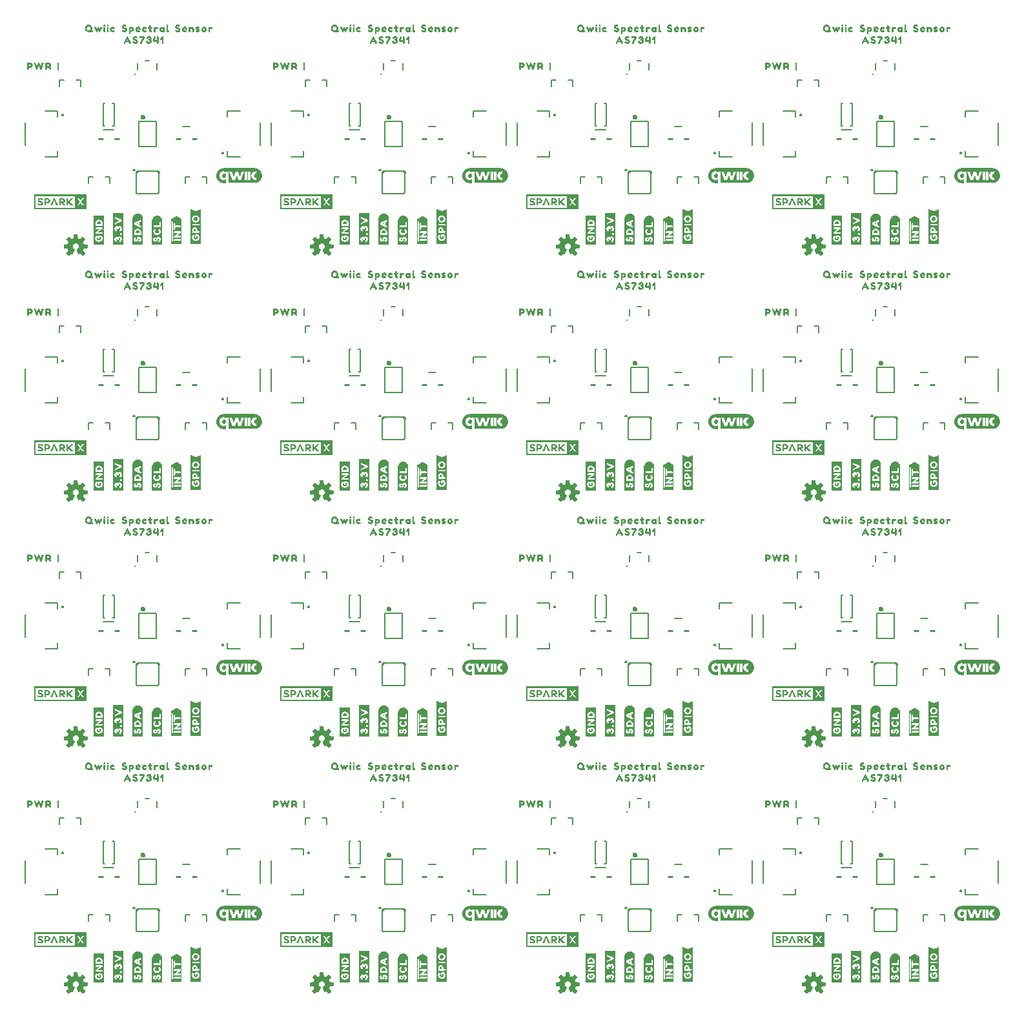
<source format=gto>
G04 EAGLE Gerber RS-274X export*
G75*
%MOMM*%
%FSLAX34Y34*%
%LPD*%
%INSilkscreen Top*%
%IPPOS*%
%AMOC8*
5,1,8,0,0,1.08239X$1,22.5*%
G01*
%ADD10C,0.203200*%
%ADD11C,0.300000*%
%ADD12C,0.020319*%
%ADD13C,0.254000*%
%ADD14C,0.254000*%

G36*
X730297Y711855D02*
X730297Y711855D01*
X730292Y711863D01*
X730299Y711869D01*
X730299Y730851D01*
X730263Y730899D01*
X730256Y730893D01*
X730250Y730901D01*
X661670Y730901D01*
X661623Y730865D01*
X661628Y730857D01*
X661621Y730851D01*
X661621Y711869D01*
X661657Y711821D01*
X661664Y711827D01*
X661670Y711819D01*
X730250Y711819D01*
X730297Y711855D01*
G37*
G36*
X1052877Y711855D02*
X1052877Y711855D01*
X1052872Y711863D01*
X1052879Y711869D01*
X1052879Y730851D01*
X1052843Y730899D01*
X1052836Y730893D01*
X1052830Y730901D01*
X984250Y730901D01*
X984203Y730865D01*
X984208Y730857D01*
X984201Y730851D01*
X984201Y711869D01*
X984237Y711821D01*
X984244Y711827D01*
X984250Y711819D01*
X1052830Y711819D01*
X1052877Y711855D01*
G37*
G36*
X407717Y711855D02*
X407717Y711855D01*
X407712Y711863D01*
X407719Y711869D01*
X407719Y730851D01*
X407683Y730899D01*
X407676Y730893D01*
X407670Y730901D01*
X339090Y730901D01*
X339043Y730865D01*
X339048Y730857D01*
X339041Y730851D01*
X339041Y711869D01*
X339077Y711821D01*
X339084Y711827D01*
X339090Y711819D01*
X407670Y711819D01*
X407717Y711855D01*
G37*
G36*
X407717Y1034435D02*
X407717Y1034435D01*
X407712Y1034443D01*
X407719Y1034449D01*
X407719Y1053431D01*
X407683Y1053479D01*
X407676Y1053473D01*
X407670Y1053481D01*
X339090Y1053481D01*
X339043Y1053445D01*
X339048Y1053437D01*
X339041Y1053431D01*
X339041Y1034449D01*
X339077Y1034401D01*
X339084Y1034407D01*
X339090Y1034399D01*
X407670Y1034399D01*
X407717Y1034435D01*
G37*
G36*
X407717Y66695D02*
X407717Y66695D01*
X407712Y66703D01*
X407719Y66709D01*
X407719Y85691D01*
X407683Y85739D01*
X407676Y85733D01*
X407670Y85741D01*
X339090Y85741D01*
X339043Y85705D01*
X339048Y85697D01*
X339041Y85691D01*
X339041Y66709D01*
X339077Y66661D01*
X339084Y66667D01*
X339090Y66659D01*
X407670Y66659D01*
X407717Y66695D01*
G37*
G36*
X730297Y389275D02*
X730297Y389275D01*
X730292Y389283D01*
X730299Y389289D01*
X730299Y408271D01*
X730263Y408319D01*
X730256Y408313D01*
X730250Y408321D01*
X661670Y408321D01*
X661623Y408285D01*
X661628Y408277D01*
X661621Y408271D01*
X661621Y389289D01*
X661657Y389241D01*
X661664Y389247D01*
X661670Y389239D01*
X730250Y389239D01*
X730297Y389275D01*
G37*
G36*
X1052877Y389275D02*
X1052877Y389275D01*
X1052872Y389283D01*
X1052879Y389289D01*
X1052879Y408271D01*
X1052843Y408319D01*
X1052836Y408313D01*
X1052830Y408321D01*
X984250Y408321D01*
X984203Y408285D01*
X984208Y408277D01*
X984201Y408271D01*
X984201Y389289D01*
X984237Y389241D01*
X984244Y389247D01*
X984250Y389239D01*
X1052830Y389239D01*
X1052877Y389275D01*
G37*
G36*
X85137Y389275D02*
X85137Y389275D01*
X85132Y389283D01*
X85139Y389289D01*
X85139Y408271D01*
X85103Y408319D01*
X85096Y408313D01*
X85090Y408321D01*
X16510Y408321D01*
X16463Y408285D01*
X16468Y408277D01*
X16461Y408271D01*
X16461Y389289D01*
X16497Y389241D01*
X16504Y389247D01*
X16510Y389239D01*
X85090Y389239D01*
X85137Y389275D01*
G37*
G36*
X407717Y389275D02*
X407717Y389275D01*
X407712Y389283D01*
X407719Y389289D01*
X407719Y408271D01*
X407683Y408319D01*
X407676Y408313D01*
X407670Y408321D01*
X339090Y408321D01*
X339043Y408285D01*
X339048Y408277D01*
X339041Y408271D01*
X339041Y389289D01*
X339077Y389241D01*
X339084Y389247D01*
X339090Y389239D01*
X407670Y389239D01*
X407717Y389275D01*
G37*
G36*
X730297Y1034435D02*
X730297Y1034435D01*
X730292Y1034443D01*
X730299Y1034449D01*
X730299Y1053431D01*
X730263Y1053479D01*
X730256Y1053473D01*
X730250Y1053481D01*
X661670Y1053481D01*
X661623Y1053445D01*
X661628Y1053437D01*
X661621Y1053431D01*
X661621Y1034449D01*
X661657Y1034401D01*
X661664Y1034407D01*
X661670Y1034399D01*
X730250Y1034399D01*
X730297Y1034435D01*
G37*
G36*
X85137Y1034435D02*
X85137Y1034435D01*
X85132Y1034443D01*
X85139Y1034449D01*
X85139Y1053431D01*
X85103Y1053479D01*
X85096Y1053473D01*
X85090Y1053481D01*
X16510Y1053481D01*
X16463Y1053445D01*
X16468Y1053437D01*
X16461Y1053431D01*
X16461Y1034449D01*
X16497Y1034401D01*
X16504Y1034407D01*
X16510Y1034399D01*
X85090Y1034399D01*
X85137Y1034435D01*
G37*
G36*
X1052877Y1034435D02*
X1052877Y1034435D01*
X1052872Y1034443D01*
X1052879Y1034449D01*
X1052879Y1053431D01*
X1052843Y1053479D01*
X1052836Y1053473D01*
X1052830Y1053481D01*
X984250Y1053481D01*
X984203Y1053445D01*
X984208Y1053437D01*
X984201Y1053431D01*
X984201Y1034449D01*
X984237Y1034401D01*
X984244Y1034407D01*
X984250Y1034399D01*
X1052830Y1034399D01*
X1052877Y1034435D01*
G37*
G36*
X85103Y85739D02*
X85103Y85739D01*
X85096Y85733D01*
X85090Y85741D01*
X16510Y85741D01*
X16463Y85705D01*
X16468Y85697D01*
X16461Y85691D01*
X16461Y66709D01*
X16497Y66661D01*
X16504Y66667D01*
X16510Y66659D01*
X85090Y66659D01*
X85137Y66695D01*
X85132Y66703D01*
X85139Y66709D01*
X85139Y85691D01*
X85103Y85739D01*
G37*
G36*
X85137Y711855D02*
X85137Y711855D01*
X85132Y711863D01*
X85139Y711869D01*
X85139Y730851D01*
X85103Y730899D01*
X85096Y730893D01*
X85090Y730901D01*
X16510Y730901D01*
X16463Y730865D01*
X16468Y730857D01*
X16461Y730851D01*
X16461Y711869D01*
X16497Y711821D01*
X16504Y711827D01*
X16510Y711819D01*
X85090Y711819D01*
X85137Y711855D01*
G37*
G36*
X730297Y66695D02*
X730297Y66695D01*
X730292Y66703D01*
X730299Y66709D01*
X730299Y85691D01*
X730263Y85739D01*
X730256Y85733D01*
X730250Y85741D01*
X661670Y85741D01*
X661623Y85705D01*
X661628Y85697D01*
X661621Y85691D01*
X661621Y66709D01*
X661657Y66661D01*
X661664Y66667D01*
X661670Y66659D01*
X730250Y66659D01*
X730297Y66695D01*
G37*
G36*
X1052877Y66695D02*
X1052877Y66695D01*
X1052872Y66703D01*
X1052879Y66709D01*
X1052879Y85691D01*
X1052843Y85739D01*
X1052836Y85733D01*
X1052830Y85741D01*
X984250Y85741D01*
X984203Y85705D01*
X984208Y85697D01*
X984201Y85691D01*
X984201Y66709D01*
X984237Y66661D01*
X984244Y66667D01*
X984250Y66659D01*
X1052830Y66659D01*
X1052877Y66695D01*
G37*
G36*
X913269Y1068569D02*
X913269Y1068569D01*
X913291Y1068573D01*
X913298Y1068588D01*
X913307Y1068594D01*
X913306Y1068604D01*
X913313Y1068620D01*
X913313Y1074060D01*
X913309Y1074066D01*
X913294Y1074104D01*
X913284Y1074114D01*
X913277Y1074116D01*
X913276Y1074117D01*
X913273Y1074117D01*
X913256Y1074121D01*
X913228Y1074132D01*
X913223Y1074128D01*
X913218Y1074129D01*
X913211Y1074120D01*
X913186Y1074102D01*
X913116Y1073982D01*
X913057Y1073884D01*
X912962Y1073750D01*
X912777Y1073556D01*
X912550Y1073368D01*
X912363Y1073220D01*
X912148Y1073084D01*
X911852Y1072916D01*
X911578Y1072799D01*
X911213Y1072680D01*
X910928Y1072612D01*
X910612Y1072562D01*
X910256Y1072523D01*
X909961Y1072523D01*
X909664Y1072533D01*
X909308Y1072562D01*
X908704Y1072661D01*
X908088Y1072850D01*
X908082Y1072848D01*
X908072Y1072859D01*
X907775Y1072968D01*
X907461Y1073125D01*
X907115Y1073342D01*
X906818Y1073540D01*
X906523Y1073796D01*
X906256Y1074072D01*
X906039Y1074320D01*
X905862Y1074556D01*
X905624Y1074933D01*
X905504Y1075141D01*
X905492Y1075148D01*
X905487Y1075154D01*
X905487Y1075166D01*
X905357Y1075455D01*
X905209Y1075793D01*
X905100Y1076107D01*
X904991Y1076594D01*
X904892Y1077032D01*
X904842Y1077347D01*
X904803Y1077992D01*
X904793Y1078251D01*
X904803Y1078578D01*
X904791Y1078597D01*
X904799Y1078610D01*
X904808Y1078617D01*
X904807Y1078625D01*
X904813Y1078635D01*
X904872Y1079323D01*
X904912Y1079609D01*
X904981Y1079927D01*
X905060Y1080253D01*
X905189Y1080658D01*
X905317Y1080965D01*
X905486Y1081322D01*
X905674Y1081667D01*
X905821Y1081883D01*
X906049Y1082180D01*
X906364Y1082535D01*
X906888Y1082960D01*
X907164Y1083157D01*
X907520Y1083355D01*
X907523Y1083361D01*
X907527Y1083359D01*
X907530Y1083363D01*
X907536Y1083363D01*
X907845Y1083502D01*
X908189Y1083640D01*
X908593Y1083739D01*
X909088Y1083828D01*
X909504Y1083867D01*
X909971Y1083887D01*
X910137Y1083887D01*
X910444Y1083858D01*
X910651Y1083838D01*
X910946Y1083779D01*
X911076Y1083749D01*
X911311Y1083690D01*
X911526Y1083602D01*
X911813Y1083483D01*
X912089Y1083336D01*
X912344Y1083178D01*
X912640Y1082952D01*
X912887Y1082725D01*
X913134Y1082477D01*
X913213Y1082388D01*
X913227Y1082385D01*
X913234Y1082373D01*
X913257Y1082376D01*
X913279Y1082370D01*
X913288Y1082381D01*
X913301Y1082383D01*
X913316Y1082414D01*
X913322Y1082422D01*
X913321Y1082426D01*
X913323Y1082430D01*
X913323Y1083777D01*
X916917Y1083777D01*
X916927Y1068650D01*
X916939Y1068631D01*
X916943Y1068609D01*
X916958Y1068602D01*
X916964Y1068593D01*
X916974Y1068594D01*
X916990Y1068587D01*
X924160Y1068587D01*
X924170Y1068594D01*
X924174Y1068594D01*
X924190Y1068587D01*
X931631Y1068597D01*
X931634Y1068593D01*
X931644Y1068594D01*
X931660Y1068587D01*
X940540Y1068587D01*
X940552Y1068595D01*
X940554Y1068593D01*
X940564Y1068594D01*
X940580Y1068587D01*
X950670Y1068587D01*
X950671Y1068588D01*
X950673Y1068587D01*
X951573Y1068637D01*
X951590Y1068650D01*
X951596Y1068648D01*
X952766Y1068758D01*
X952771Y1068761D01*
X952780Y1068760D01*
X952959Y1068820D01*
X953578Y1069000D01*
X954278Y1069210D01*
X954280Y1069213D01*
X954285Y1069212D01*
X954905Y1069482D01*
X954906Y1069484D01*
X954909Y1069484D01*
X955479Y1069784D01*
X955479Y1069785D01*
X955480Y1069785D01*
X956140Y1070145D01*
X956142Y1070149D01*
X956148Y1070150D01*
X956768Y1070620D01*
X956768Y1070621D01*
X956770Y1070622D01*
X957520Y1071252D01*
X957521Y1071255D01*
X957525Y1071256D01*
X957955Y1071696D01*
X957955Y1071698D01*
X957958Y1071700D01*
X958558Y1072420D01*
X958559Y1072429D01*
X958567Y1072434D01*
X958566Y1072444D01*
X958600Y1072462D01*
X958820Y1072752D01*
X958820Y1072756D01*
X958824Y1072759D01*
X959424Y1073809D01*
X959424Y1073810D01*
X959426Y1073811D01*
X959816Y1074561D01*
X959815Y1074565D01*
X959819Y1074569D01*
X959939Y1074909D01*
X959939Y1074910D01*
X959940Y1074911D01*
X960120Y1075491D01*
X960118Y1075499D01*
X960120Y1075501D01*
X960320Y1076141D01*
X960319Y1076145D01*
X960322Y1076148D01*
X960412Y1076618D01*
X960411Y1076621D01*
X960412Y1076624D01*
X960572Y1078174D01*
X960570Y1078178D01*
X960573Y1078184D01*
X960513Y1079054D01*
X960512Y1079055D01*
X960512Y1079057D01*
X960402Y1080067D01*
X960402Y1080068D01*
X960402Y1080070D01*
X960352Y1080390D01*
X960349Y1080393D01*
X960350Y1080398D01*
X960230Y1080788D01*
X960191Y1080936D01*
X960181Y1080945D01*
X960181Y1080948D01*
X960179Y1080949D01*
X960178Y1080955D01*
X960180Y1080969D01*
X959900Y1081849D01*
X959898Y1081851D01*
X959898Y1081854D01*
X959698Y1082344D01*
X959696Y1082346D01*
X959695Y1082350D01*
X959305Y1083070D01*
X958995Y1083630D01*
X958991Y1083632D01*
X958990Y1083638D01*
X958750Y1083958D01*
X958748Y1083959D01*
X958747Y1083961D01*
X958743Y1083963D01*
X958739Y1083979D01*
X957979Y1084919D01*
X957977Y1084920D01*
X957976Y1084921D01*
X957976Y1084923D01*
X957596Y1085323D01*
X957592Y1085324D01*
X957590Y1085328D01*
X957190Y1085658D01*
X957190Y1085659D01*
X956750Y1086019D01*
X956421Y1086298D01*
X956416Y1086298D01*
X956412Y1086304D01*
X955982Y1086564D01*
X955981Y1086564D01*
X955980Y1086565D01*
X955140Y1087025D01*
X955139Y1087025D01*
X955138Y1087026D01*
X954488Y1087356D01*
X954484Y1087355D01*
X954479Y1087360D01*
X953949Y1087530D01*
X953019Y1087820D01*
X953004Y1087816D01*
X953002Y1087817D01*
X952996Y1087827D01*
X952988Y1087826D01*
X952977Y1087832D01*
X950837Y1088082D01*
X950834Y1088081D01*
X950830Y1088083D01*
X945850Y1088083D01*
X945837Y1088075D01*
X945836Y1088077D01*
X945826Y1088076D01*
X945810Y1088083D01*
X937359Y1088073D01*
X937356Y1088077D01*
X937344Y1088075D01*
X937334Y1088083D01*
X937321Y1088078D01*
X937310Y1088083D01*
X921300Y1088083D01*
X921290Y1088076D01*
X921286Y1088076D01*
X921270Y1088083D01*
X913270Y1088083D01*
X913266Y1088080D01*
X913260Y1088083D01*
X910530Y1088083D01*
X910528Y1088081D01*
X910525Y1088083D01*
X908885Y1087953D01*
X908883Y1087951D01*
X908880Y1087952D01*
X908210Y1087842D01*
X908207Y1087839D01*
X908202Y1087840D01*
X906952Y1087470D01*
X906951Y1087468D01*
X906948Y1087469D01*
X906268Y1087209D01*
X906265Y1087206D01*
X906260Y1087205D01*
X905650Y1086875D01*
X905649Y1086875D01*
X904990Y1086505D01*
X904972Y1086496D01*
X904961Y1086478D01*
X904953Y1086480D01*
X904948Y1086474D01*
X904935Y1086472D01*
X904585Y1086232D01*
X904584Y1086229D01*
X904580Y1086229D01*
X904090Y1085829D01*
X904090Y1085828D01*
X904089Y1085828D01*
X903809Y1085588D01*
X903809Y1085587D01*
X903569Y1085377D01*
X903568Y1085377D01*
X903388Y1085217D01*
X903387Y1085214D01*
X903383Y1085212D01*
X903133Y1084932D01*
X903133Y1084931D01*
X903132Y1084930D01*
X902782Y1084510D01*
X902462Y1084120D01*
X902461Y1084119D01*
X902460Y1084118D01*
X902240Y1083828D01*
X902240Y1083827D01*
X902239Y1083826D01*
X902049Y1083556D01*
X902049Y1083554D01*
X902046Y1083552D01*
X901866Y1083242D01*
X901866Y1083241D01*
X901865Y1083240D01*
X901705Y1082950D01*
X901705Y1082949D01*
X901704Y1082949D01*
X901304Y1082169D01*
X901305Y1082165D01*
X901301Y1082161D01*
X901021Y1081371D01*
X901021Y1081369D01*
X901020Y1081368D01*
X900954Y1081142D01*
X900949Y1081136D01*
X900679Y1080136D01*
X900681Y1080132D01*
X900678Y1080126D01*
X900618Y1079516D01*
X900548Y1078836D01*
X900547Y1078835D01*
X900517Y1078435D01*
X900530Y1078412D01*
X900531Y1078407D01*
X900527Y1078399D01*
X900537Y1077969D01*
X900539Y1077967D01*
X900538Y1077964D01*
X900588Y1077454D01*
X900588Y1077453D01*
X900638Y1076983D01*
X900678Y1076594D01*
X900680Y1076591D01*
X900679Y1076587D01*
X900749Y1076257D01*
X900750Y1076256D01*
X900749Y1076254D01*
X900929Y1075594D01*
X900931Y1075592D01*
X900930Y1075590D01*
X901210Y1074750D01*
X901212Y1074749D01*
X901212Y1074746D01*
X901432Y1074206D01*
X901435Y1074204D01*
X901435Y1074200D01*
X901685Y1073750D01*
X901955Y1073250D01*
X902053Y1073072D01*
X902048Y1073062D01*
X902053Y1073056D01*
X902051Y1073048D01*
X902074Y1073031D01*
X902076Y1073028D01*
X902080Y1073012D01*
X902440Y1072532D01*
X902441Y1072532D01*
X902442Y1072530D01*
X902782Y1072120D01*
X903402Y1071380D01*
X903407Y1071378D01*
X903410Y1071371D01*
X904570Y1070421D01*
X904572Y1070421D01*
X904573Y1070420D01*
X904803Y1070250D01*
X904805Y1070249D01*
X904807Y1070246D01*
X905267Y1069966D01*
X905269Y1069966D01*
X905270Y1069965D01*
X905680Y1069745D01*
X905681Y1069745D01*
X906020Y1069565D01*
X906409Y1069345D01*
X906431Y1069347D01*
X906432Y1069339D01*
X906444Y1069336D01*
X906462Y1069320D01*
X908462Y1068730D01*
X908467Y1068731D01*
X908474Y1068728D01*
X910184Y1068558D01*
X910186Y1068559D01*
X910190Y1068557D01*
X913250Y1068557D01*
X913269Y1068569D01*
G37*
G36*
X1235849Y1068569D02*
X1235849Y1068569D01*
X1235871Y1068573D01*
X1235878Y1068588D01*
X1235887Y1068594D01*
X1235886Y1068604D01*
X1235893Y1068620D01*
X1235893Y1074060D01*
X1235889Y1074066D01*
X1235874Y1074104D01*
X1235864Y1074114D01*
X1235857Y1074116D01*
X1235856Y1074117D01*
X1235853Y1074117D01*
X1235836Y1074121D01*
X1235808Y1074132D01*
X1235803Y1074128D01*
X1235798Y1074129D01*
X1235791Y1074120D01*
X1235766Y1074102D01*
X1235696Y1073982D01*
X1235637Y1073884D01*
X1235542Y1073750D01*
X1235357Y1073556D01*
X1235130Y1073368D01*
X1234943Y1073220D01*
X1234728Y1073084D01*
X1234432Y1072916D01*
X1234158Y1072799D01*
X1233793Y1072680D01*
X1233508Y1072612D01*
X1233192Y1072562D01*
X1232836Y1072523D01*
X1232541Y1072523D01*
X1232244Y1072533D01*
X1231888Y1072562D01*
X1231284Y1072661D01*
X1230668Y1072850D01*
X1230662Y1072848D01*
X1230652Y1072859D01*
X1230355Y1072968D01*
X1230041Y1073125D01*
X1229695Y1073342D01*
X1229398Y1073540D01*
X1229103Y1073796D01*
X1228836Y1074072D01*
X1228619Y1074320D01*
X1228442Y1074556D01*
X1228204Y1074933D01*
X1228084Y1075141D01*
X1228072Y1075148D01*
X1228067Y1075154D01*
X1228067Y1075166D01*
X1227937Y1075455D01*
X1227789Y1075793D01*
X1227680Y1076107D01*
X1227571Y1076594D01*
X1227472Y1077032D01*
X1227422Y1077347D01*
X1227383Y1077992D01*
X1227373Y1078251D01*
X1227383Y1078578D01*
X1227371Y1078597D01*
X1227379Y1078610D01*
X1227388Y1078617D01*
X1227387Y1078625D01*
X1227393Y1078635D01*
X1227452Y1079323D01*
X1227492Y1079609D01*
X1227561Y1079927D01*
X1227640Y1080253D01*
X1227769Y1080658D01*
X1227897Y1080965D01*
X1228066Y1081322D01*
X1228254Y1081667D01*
X1228401Y1081883D01*
X1228629Y1082180D01*
X1228944Y1082535D01*
X1229468Y1082960D01*
X1229744Y1083157D01*
X1230100Y1083355D01*
X1230103Y1083361D01*
X1230107Y1083359D01*
X1230110Y1083363D01*
X1230116Y1083363D01*
X1230425Y1083502D01*
X1230769Y1083640D01*
X1231173Y1083739D01*
X1231668Y1083828D01*
X1232084Y1083867D01*
X1232551Y1083887D01*
X1232717Y1083887D01*
X1233024Y1083858D01*
X1233231Y1083838D01*
X1233526Y1083779D01*
X1233656Y1083749D01*
X1233891Y1083690D01*
X1234106Y1083602D01*
X1234393Y1083483D01*
X1234669Y1083336D01*
X1234924Y1083178D01*
X1235220Y1082952D01*
X1235467Y1082725D01*
X1235714Y1082477D01*
X1235793Y1082388D01*
X1235807Y1082385D01*
X1235814Y1082373D01*
X1235837Y1082376D01*
X1235859Y1082370D01*
X1235868Y1082381D01*
X1235881Y1082383D01*
X1235896Y1082414D01*
X1235902Y1082422D01*
X1235901Y1082426D01*
X1235903Y1082430D01*
X1235903Y1083777D01*
X1239497Y1083777D01*
X1239507Y1068650D01*
X1239519Y1068631D01*
X1239523Y1068609D01*
X1239538Y1068602D01*
X1239544Y1068593D01*
X1239554Y1068594D01*
X1239570Y1068587D01*
X1246740Y1068587D01*
X1246750Y1068594D01*
X1246754Y1068594D01*
X1246770Y1068587D01*
X1254211Y1068597D01*
X1254214Y1068593D01*
X1254224Y1068594D01*
X1254240Y1068587D01*
X1263120Y1068587D01*
X1263132Y1068595D01*
X1263134Y1068593D01*
X1263144Y1068594D01*
X1263160Y1068587D01*
X1273250Y1068587D01*
X1273251Y1068588D01*
X1273253Y1068587D01*
X1274153Y1068637D01*
X1274170Y1068650D01*
X1274176Y1068648D01*
X1275346Y1068758D01*
X1275351Y1068761D01*
X1275360Y1068760D01*
X1275539Y1068820D01*
X1276158Y1069000D01*
X1276858Y1069210D01*
X1276860Y1069213D01*
X1276865Y1069212D01*
X1277485Y1069482D01*
X1277486Y1069484D01*
X1277489Y1069484D01*
X1278059Y1069784D01*
X1278059Y1069785D01*
X1278060Y1069785D01*
X1278720Y1070145D01*
X1278722Y1070149D01*
X1278728Y1070150D01*
X1279348Y1070620D01*
X1279348Y1070621D01*
X1279350Y1070622D01*
X1280100Y1071252D01*
X1280101Y1071255D01*
X1280105Y1071256D01*
X1280535Y1071696D01*
X1280535Y1071698D01*
X1280538Y1071700D01*
X1281138Y1072420D01*
X1281139Y1072429D01*
X1281147Y1072434D01*
X1281146Y1072444D01*
X1281180Y1072462D01*
X1281400Y1072752D01*
X1281400Y1072756D01*
X1281404Y1072759D01*
X1282004Y1073809D01*
X1282004Y1073810D01*
X1282006Y1073811D01*
X1282396Y1074561D01*
X1282395Y1074565D01*
X1282399Y1074569D01*
X1282519Y1074909D01*
X1282519Y1074910D01*
X1282520Y1074911D01*
X1282700Y1075491D01*
X1282698Y1075499D01*
X1282700Y1075501D01*
X1282900Y1076141D01*
X1282899Y1076145D01*
X1282902Y1076148D01*
X1282992Y1076618D01*
X1282991Y1076621D01*
X1282992Y1076624D01*
X1283152Y1078174D01*
X1283150Y1078178D01*
X1283153Y1078184D01*
X1283093Y1079054D01*
X1283092Y1079055D01*
X1283092Y1079057D01*
X1282982Y1080067D01*
X1282982Y1080068D01*
X1282982Y1080070D01*
X1282932Y1080390D01*
X1282929Y1080393D01*
X1282930Y1080398D01*
X1282810Y1080788D01*
X1282771Y1080936D01*
X1282761Y1080945D01*
X1282761Y1080948D01*
X1282759Y1080949D01*
X1282758Y1080955D01*
X1282760Y1080969D01*
X1282480Y1081849D01*
X1282478Y1081851D01*
X1282478Y1081854D01*
X1282278Y1082344D01*
X1282276Y1082346D01*
X1282275Y1082350D01*
X1281885Y1083070D01*
X1281575Y1083630D01*
X1281571Y1083632D01*
X1281570Y1083638D01*
X1281330Y1083958D01*
X1281328Y1083959D01*
X1281327Y1083961D01*
X1281323Y1083963D01*
X1281319Y1083979D01*
X1280559Y1084919D01*
X1280557Y1084920D01*
X1280556Y1084921D01*
X1280556Y1084923D01*
X1280176Y1085323D01*
X1280172Y1085324D01*
X1280170Y1085328D01*
X1279770Y1085658D01*
X1279770Y1085659D01*
X1279330Y1086019D01*
X1279001Y1086298D01*
X1278996Y1086298D01*
X1278992Y1086304D01*
X1278562Y1086564D01*
X1278561Y1086564D01*
X1278560Y1086565D01*
X1277720Y1087025D01*
X1277719Y1087025D01*
X1277718Y1087026D01*
X1277068Y1087356D01*
X1277064Y1087355D01*
X1277059Y1087360D01*
X1276529Y1087530D01*
X1275599Y1087820D01*
X1275584Y1087816D01*
X1275582Y1087817D01*
X1275576Y1087827D01*
X1275568Y1087826D01*
X1275557Y1087832D01*
X1273417Y1088082D01*
X1273414Y1088081D01*
X1273410Y1088083D01*
X1268430Y1088083D01*
X1268417Y1088075D01*
X1268416Y1088077D01*
X1268406Y1088076D01*
X1268390Y1088083D01*
X1259939Y1088073D01*
X1259936Y1088077D01*
X1259924Y1088075D01*
X1259914Y1088083D01*
X1259901Y1088078D01*
X1259890Y1088083D01*
X1243880Y1088083D01*
X1243870Y1088076D01*
X1243866Y1088076D01*
X1243850Y1088083D01*
X1235850Y1088083D01*
X1235846Y1088080D01*
X1235840Y1088083D01*
X1233110Y1088083D01*
X1233108Y1088081D01*
X1233105Y1088083D01*
X1231465Y1087953D01*
X1231463Y1087951D01*
X1231460Y1087952D01*
X1230790Y1087842D01*
X1230787Y1087839D01*
X1230782Y1087840D01*
X1229532Y1087470D01*
X1229531Y1087468D01*
X1229528Y1087469D01*
X1228848Y1087209D01*
X1228845Y1087206D01*
X1228840Y1087205D01*
X1228230Y1086875D01*
X1228229Y1086875D01*
X1227570Y1086505D01*
X1227552Y1086496D01*
X1227541Y1086478D01*
X1227533Y1086480D01*
X1227528Y1086474D01*
X1227515Y1086472D01*
X1227165Y1086232D01*
X1227164Y1086229D01*
X1227160Y1086229D01*
X1226670Y1085829D01*
X1226670Y1085828D01*
X1226669Y1085828D01*
X1226389Y1085588D01*
X1226389Y1085587D01*
X1226149Y1085377D01*
X1226148Y1085377D01*
X1225968Y1085217D01*
X1225967Y1085214D01*
X1225963Y1085212D01*
X1225713Y1084932D01*
X1225713Y1084931D01*
X1225712Y1084930D01*
X1225362Y1084510D01*
X1225042Y1084120D01*
X1225041Y1084119D01*
X1225040Y1084118D01*
X1224820Y1083828D01*
X1224820Y1083827D01*
X1224819Y1083826D01*
X1224629Y1083556D01*
X1224629Y1083554D01*
X1224626Y1083552D01*
X1224446Y1083242D01*
X1224446Y1083241D01*
X1224445Y1083240D01*
X1224285Y1082950D01*
X1224285Y1082949D01*
X1224284Y1082949D01*
X1223884Y1082169D01*
X1223885Y1082165D01*
X1223881Y1082161D01*
X1223601Y1081371D01*
X1223601Y1081369D01*
X1223600Y1081368D01*
X1223534Y1081142D01*
X1223529Y1081136D01*
X1223259Y1080136D01*
X1223261Y1080132D01*
X1223258Y1080126D01*
X1223198Y1079516D01*
X1223128Y1078836D01*
X1223127Y1078835D01*
X1223097Y1078435D01*
X1223110Y1078412D01*
X1223111Y1078407D01*
X1223107Y1078399D01*
X1223117Y1077969D01*
X1223119Y1077967D01*
X1223118Y1077964D01*
X1223168Y1077454D01*
X1223168Y1077453D01*
X1223218Y1076983D01*
X1223258Y1076594D01*
X1223260Y1076591D01*
X1223259Y1076587D01*
X1223329Y1076257D01*
X1223330Y1076256D01*
X1223329Y1076254D01*
X1223509Y1075594D01*
X1223511Y1075592D01*
X1223510Y1075590D01*
X1223790Y1074750D01*
X1223792Y1074749D01*
X1223792Y1074746D01*
X1224012Y1074206D01*
X1224015Y1074204D01*
X1224015Y1074200D01*
X1224265Y1073750D01*
X1224535Y1073250D01*
X1224633Y1073072D01*
X1224628Y1073062D01*
X1224633Y1073056D01*
X1224631Y1073048D01*
X1224654Y1073031D01*
X1224656Y1073028D01*
X1224660Y1073012D01*
X1225020Y1072532D01*
X1225021Y1072532D01*
X1225022Y1072530D01*
X1225362Y1072120D01*
X1225982Y1071380D01*
X1225987Y1071378D01*
X1225990Y1071371D01*
X1227150Y1070421D01*
X1227152Y1070421D01*
X1227153Y1070420D01*
X1227383Y1070250D01*
X1227385Y1070249D01*
X1227387Y1070246D01*
X1227847Y1069966D01*
X1227849Y1069966D01*
X1227850Y1069965D01*
X1228260Y1069745D01*
X1228261Y1069745D01*
X1228600Y1069565D01*
X1228989Y1069345D01*
X1229011Y1069347D01*
X1229012Y1069339D01*
X1229024Y1069336D01*
X1229042Y1069320D01*
X1231042Y1068730D01*
X1231047Y1068731D01*
X1231054Y1068728D01*
X1232764Y1068558D01*
X1232766Y1068559D01*
X1232770Y1068557D01*
X1235830Y1068557D01*
X1235849Y1068569D01*
G37*
G36*
X268109Y1068569D02*
X268109Y1068569D01*
X268131Y1068573D01*
X268138Y1068588D01*
X268147Y1068594D01*
X268146Y1068604D01*
X268153Y1068620D01*
X268153Y1074060D01*
X268149Y1074066D01*
X268134Y1074104D01*
X268124Y1074114D01*
X268117Y1074116D01*
X268116Y1074117D01*
X268113Y1074117D01*
X268096Y1074121D01*
X268068Y1074132D01*
X268063Y1074128D01*
X268058Y1074129D01*
X268051Y1074120D01*
X268026Y1074102D01*
X267956Y1073982D01*
X267897Y1073884D01*
X267802Y1073750D01*
X267617Y1073556D01*
X267390Y1073368D01*
X267203Y1073220D01*
X266988Y1073084D01*
X266692Y1072916D01*
X266418Y1072799D01*
X266053Y1072680D01*
X265768Y1072612D01*
X265452Y1072562D01*
X265096Y1072523D01*
X264801Y1072523D01*
X264504Y1072533D01*
X264148Y1072562D01*
X263544Y1072661D01*
X262928Y1072850D01*
X262922Y1072848D01*
X262912Y1072859D01*
X262615Y1072968D01*
X262301Y1073125D01*
X261955Y1073342D01*
X261658Y1073540D01*
X261363Y1073796D01*
X261096Y1074072D01*
X260879Y1074320D01*
X260702Y1074556D01*
X260464Y1074933D01*
X260344Y1075141D01*
X260332Y1075148D01*
X260327Y1075154D01*
X260327Y1075166D01*
X260197Y1075455D01*
X260049Y1075793D01*
X259940Y1076107D01*
X259831Y1076594D01*
X259732Y1077032D01*
X259682Y1077347D01*
X259643Y1077992D01*
X259633Y1078251D01*
X259643Y1078578D01*
X259631Y1078597D01*
X259639Y1078610D01*
X259648Y1078617D01*
X259647Y1078625D01*
X259653Y1078635D01*
X259712Y1079323D01*
X259752Y1079609D01*
X259821Y1079927D01*
X259900Y1080253D01*
X260029Y1080658D01*
X260157Y1080965D01*
X260326Y1081322D01*
X260514Y1081667D01*
X260661Y1081883D01*
X260889Y1082180D01*
X261204Y1082535D01*
X261728Y1082960D01*
X262004Y1083157D01*
X262360Y1083355D01*
X262363Y1083361D01*
X262367Y1083359D01*
X262370Y1083363D01*
X262376Y1083363D01*
X262685Y1083502D01*
X263029Y1083640D01*
X263433Y1083739D01*
X263928Y1083828D01*
X264344Y1083867D01*
X264811Y1083887D01*
X264977Y1083887D01*
X265284Y1083858D01*
X265491Y1083838D01*
X265786Y1083779D01*
X265916Y1083749D01*
X266151Y1083690D01*
X266366Y1083602D01*
X266653Y1083483D01*
X266929Y1083336D01*
X267184Y1083178D01*
X267480Y1082952D01*
X267727Y1082725D01*
X267974Y1082477D01*
X268053Y1082388D01*
X268067Y1082385D01*
X268074Y1082373D01*
X268097Y1082376D01*
X268119Y1082370D01*
X268128Y1082381D01*
X268141Y1082383D01*
X268156Y1082414D01*
X268162Y1082422D01*
X268161Y1082426D01*
X268163Y1082430D01*
X268163Y1083777D01*
X271757Y1083777D01*
X271767Y1068650D01*
X271779Y1068631D01*
X271783Y1068609D01*
X271798Y1068602D01*
X271804Y1068593D01*
X271814Y1068594D01*
X271830Y1068587D01*
X279000Y1068587D01*
X279010Y1068594D01*
X279014Y1068594D01*
X279030Y1068587D01*
X286471Y1068597D01*
X286474Y1068593D01*
X286484Y1068594D01*
X286500Y1068587D01*
X295380Y1068587D01*
X295392Y1068595D01*
X295394Y1068593D01*
X295404Y1068594D01*
X295420Y1068587D01*
X305510Y1068587D01*
X305511Y1068588D01*
X305513Y1068587D01*
X306413Y1068637D01*
X306430Y1068650D01*
X306436Y1068648D01*
X307606Y1068758D01*
X307611Y1068761D01*
X307620Y1068760D01*
X307799Y1068820D01*
X308418Y1069000D01*
X309118Y1069210D01*
X309120Y1069213D01*
X309125Y1069212D01*
X309745Y1069482D01*
X309746Y1069484D01*
X309749Y1069484D01*
X310319Y1069784D01*
X310319Y1069785D01*
X310320Y1069785D01*
X310980Y1070145D01*
X310982Y1070149D01*
X310988Y1070150D01*
X311608Y1070620D01*
X311608Y1070621D01*
X311610Y1070622D01*
X312360Y1071252D01*
X312361Y1071255D01*
X312365Y1071256D01*
X312795Y1071696D01*
X312795Y1071698D01*
X312798Y1071700D01*
X313398Y1072420D01*
X313399Y1072429D01*
X313407Y1072434D01*
X313406Y1072444D01*
X313440Y1072462D01*
X313660Y1072752D01*
X313660Y1072756D01*
X313664Y1072759D01*
X314264Y1073809D01*
X314264Y1073810D01*
X314266Y1073811D01*
X314656Y1074561D01*
X314655Y1074565D01*
X314659Y1074569D01*
X314779Y1074909D01*
X314779Y1074910D01*
X314780Y1074911D01*
X314960Y1075491D01*
X314958Y1075499D01*
X314960Y1075501D01*
X315160Y1076141D01*
X315159Y1076145D01*
X315162Y1076148D01*
X315252Y1076618D01*
X315251Y1076621D01*
X315252Y1076624D01*
X315412Y1078174D01*
X315410Y1078178D01*
X315413Y1078184D01*
X315353Y1079054D01*
X315352Y1079055D01*
X315352Y1079057D01*
X315242Y1080067D01*
X315242Y1080068D01*
X315242Y1080070D01*
X315192Y1080390D01*
X315189Y1080393D01*
X315190Y1080398D01*
X315070Y1080788D01*
X315031Y1080936D01*
X315021Y1080945D01*
X315021Y1080948D01*
X315019Y1080949D01*
X315018Y1080955D01*
X315020Y1080969D01*
X314740Y1081849D01*
X314738Y1081851D01*
X314738Y1081854D01*
X314538Y1082344D01*
X314536Y1082346D01*
X314535Y1082350D01*
X314145Y1083070D01*
X313835Y1083630D01*
X313831Y1083632D01*
X313830Y1083638D01*
X313590Y1083958D01*
X313588Y1083959D01*
X313587Y1083961D01*
X313583Y1083963D01*
X313579Y1083979D01*
X312819Y1084919D01*
X312817Y1084920D01*
X312816Y1084921D01*
X312816Y1084923D01*
X312436Y1085323D01*
X312432Y1085324D01*
X312430Y1085328D01*
X312030Y1085658D01*
X312030Y1085659D01*
X311590Y1086019D01*
X311261Y1086298D01*
X311256Y1086298D01*
X311252Y1086304D01*
X310822Y1086564D01*
X310821Y1086564D01*
X310820Y1086565D01*
X309980Y1087025D01*
X309979Y1087025D01*
X309978Y1087026D01*
X309328Y1087356D01*
X309324Y1087355D01*
X309319Y1087360D01*
X308789Y1087530D01*
X307859Y1087820D01*
X307844Y1087816D01*
X307842Y1087817D01*
X307836Y1087827D01*
X307828Y1087826D01*
X307817Y1087832D01*
X305677Y1088082D01*
X305674Y1088081D01*
X305670Y1088083D01*
X300690Y1088083D01*
X300677Y1088075D01*
X300676Y1088077D01*
X300666Y1088076D01*
X300650Y1088083D01*
X292199Y1088073D01*
X292196Y1088077D01*
X292184Y1088075D01*
X292174Y1088083D01*
X292161Y1088078D01*
X292150Y1088083D01*
X276140Y1088083D01*
X276130Y1088076D01*
X276126Y1088076D01*
X276110Y1088083D01*
X268110Y1088083D01*
X268106Y1088080D01*
X268100Y1088083D01*
X265370Y1088083D01*
X265368Y1088081D01*
X265365Y1088083D01*
X263725Y1087953D01*
X263723Y1087951D01*
X263720Y1087952D01*
X263050Y1087842D01*
X263047Y1087839D01*
X263042Y1087840D01*
X261792Y1087470D01*
X261791Y1087468D01*
X261788Y1087469D01*
X261108Y1087209D01*
X261105Y1087206D01*
X261100Y1087205D01*
X260490Y1086875D01*
X260489Y1086875D01*
X259830Y1086505D01*
X259812Y1086496D01*
X259801Y1086478D01*
X259793Y1086480D01*
X259788Y1086474D01*
X259775Y1086472D01*
X259425Y1086232D01*
X259424Y1086229D01*
X259420Y1086229D01*
X258930Y1085829D01*
X258930Y1085828D01*
X258929Y1085828D01*
X258649Y1085588D01*
X258649Y1085587D01*
X258409Y1085377D01*
X258408Y1085377D01*
X258228Y1085217D01*
X258227Y1085214D01*
X258223Y1085212D01*
X257973Y1084932D01*
X257973Y1084931D01*
X257972Y1084930D01*
X257622Y1084510D01*
X257302Y1084120D01*
X257301Y1084119D01*
X257300Y1084118D01*
X257080Y1083828D01*
X257080Y1083827D01*
X257079Y1083826D01*
X256889Y1083556D01*
X256889Y1083554D01*
X256886Y1083552D01*
X256706Y1083242D01*
X256706Y1083241D01*
X256705Y1083240D01*
X256545Y1082950D01*
X256545Y1082949D01*
X256544Y1082949D01*
X256144Y1082169D01*
X256145Y1082165D01*
X256141Y1082161D01*
X255861Y1081371D01*
X255861Y1081369D01*
X255860Y1081368D01*
X255794Y1081142D01*
X255789Y1081136D01*
X255519Y1080136D01*
X255521Y1080132D01*
X255518Y1080126D01*
X255458Y1079516D01*
X255388Y1078836D01*
X255387Y1078835D01*
X255357Y1078435D01*
X255370Y1078412D01*
X255371Y1078407D01*
X255367Y1078399D01*
X255377Y1077969D01*
X255379Y1077967D01*
X255378Y1077964D01*
X255428Y1077454D01*
X255428Y1077453D01*
X255478Y1076983D01*
X255518Y1076594D01*
X255520Y1076591D01*
X255519Y1076587D01*
X255589Y1076257D01*
X255590Y1076256D01*
X255589Y1076254D01*
X255769Y1075594D01*
X255771Y1075592D01*
X255770Y1075590D01*
X256050Y1074750D01*
X256052Y1074749D01*
X256052Y1074746D01*
X256272Y1074206D01*
X256275Y1074204D01*
X256275Y1074200D01*
X256525Y1073750D01*
X256795Y1073250D01*
X256893Y1073072D01*
X256888Y1073062D01*
X256893Y1073056D01*
X256891Y1073048D01*
X256914Y1073031D01*
X256916Y1073028D01*
X256920Y1073012D01*
X257280Y1072532D01*
X257281Y1072532D01*
X257282Y1072530D01*
X257622Y1072120D01*
X258242Y1071380D01*
X258247Y1071378D01*
X258250Y1071371D01*
X259410Y1070421D01*
X259412Y1070421D01*
X259413Y1070420D01*
X259643Y1070250D01*
X259645Y1070249D01*
X259647Y1070246D01*
X260107Y1069966D01*
X260109Y1069966D01*
X260110Y1069965D01*
X260520Y1069745D01*
X260521Y1069745D01*
X260860Y1069565D01*
X261249Y1069345D01*
X261271Y1069347D01*
X261272Y1069339D01*
X261284Y1069336D01*
X261302Y1069320D01*
X263302Y1068730D01*
X263307Y1068731D01*
X263314Y1068728D01*
X265024Y1068558D01*
X265026Y1068559D01*
X265030Y1068557D01*
X268090Y1068557D01*
X268109Y1068569D01*
G37*
G36*
X590689Y1068569D02*
X590689Y1068569D01*
X590711Y1068573D01*
X590718Y1068588D01*
X590727Y1068594D01*
X590726Y1068604D01*
X590733Y1068620D01*
X590733Y1074060D01*
X590729Y1074066D01*
X590714Y1074104D01*
X590704Y1074114D01*
X590697Y1074116D01*
X590696Y1074117D01*
X590693Y1074117D01*
X590676Y1074121D01*
X590648Y1074132D01*
X590643Y1074128D01*
X590638Y1074129D01*
X590631Y1074120D01*
X590606Y1074102D01*
X590536Y1073982D01*
X590477Y1073884D01*
X590382Y1073750D01*
X590197Y1073556D01*
X589970Y1073368D01*
X589783Y1073220D01*
X589568Y1073084D01*
X589272Y1072916D01*
X588998Y1072799D01*
X588633Y1072680D01*
X588348Y1072612D01*
X588032Y1072562D01*
X587676Y1072523D01*
X587381Y1072523D01*
X587084Y1072533D01*
X586728Y1072562D01*
X586124Y1072661D01*
X585508Y1072850D01*
X585502Y1072848D01*
X585492Y1072859D01*
X585195Y1072968D01*
X584881Y1073125D01*
X584535Y1073342D01*
X584238Y1073540D01*
X583943Y1073796D01*
X583676Y1074072D01*
X583459Y1074320D01*
X583282Y1074556D01*
X583044Y1074933D01*
X582924Y1075141D01*
X582912Y1075148D01*
X582907Y1075154D01*
X582907Y1075166D01*
X582777Y1075455D01*
X582629Y1075793D01*
X582520Y1076107D01*
X582411Y1076594D01*
X582312Y1077032D01*
X582262Y1077347D01*
X582223Y1077992D01*
X582213Y1078251D01*
X582223Y1078578D01*
X582211Y1078597D01*
X582219Y1078610D01*
X582228Y1078617D01*
X582227Y1078625D01*
X582233Y1078635D01*
X582292Y1079323D01*
X582332Y1079609D01*
X582401Y1079927D01*
X582480Y1080253D01*
X582609Y1080658D01*
X582737Y1080965D01*
X582906Y1081322D01*
X583094Y1081667D01*
X583241Y1081883D01*
X583469Y1082180D01*
X583784Y1082535D01*
X584308Y1082960D01*
X584584Y1083157D01*
X584940Y1083355D01*
X584943Y1083361D01*
X584947Y1083359D01*
X584950Y1083363D01*
X584956Y1083363D01*
X585265Y1083502D01*
X585609Y1083640D01*
X586013Y1083739D01*
X586508Y1083828D01*
X586924Y1083867D01*
X587391Y1083887D01*
X587557Y1083887D01*
X587864Y1083858D01*
X588071Y1083838D01*
X588366Y1083779D01*
X588496Y1083749D01*
X588731Y1083690D01*
X588946Y1083602D01*
X589233Y1083483D01*
X589509Y1083336D01*
X589764Y1083178D01*
X590060Y1082952D01*
X590307Y1082725D01*
X590554Y1082477D01*
X590633Y1082388D01*
X590647Y1082385D01*
X590654Y1082373D01*
X590677Y1082376D01*
X590699Y1082370D01*
X590708Y1082381D01*
X590721Y1082383D01*
X590736Y1082414D01*
X590742Y1082422D01*
X590741Y1082426D01*
X590743Y1082430D01*
X590743Y1083777D01*
X594337Y1083777D01*
X594347Y1068650D01*
X594359Y1068631D01*
X594363Y1068609D01*
X594378Y1068602D01*
X594384Y1068593D01*
X594394Y1068594D01*
X594410Y1068587D01*
X601580Y1068587D01*
X601590Y1068594D01*
X601594Y1068594D01*
X601610Y1068587D01*
X609051Y1068597D01*
X609054Y1068593D01*
X609064Y1068594D01*
X609080Y1068587D01*
X617960Y1068587D01*
X617972Y1068595D01*
X617974Y1068593D01*
X617984Y1068594D01*
X618000Y1068587D01*
X628090Y1068587D01*
X628091Y1068588D01*
X628093Y1068587D01*
X628993Y1068637D01*
X629010Y1068650D01*
X629016Y1068648D01*
X630186Y1068758D01*
X630191Y1068761D01*
X630200Y1068760D01*
X630379Y1068820D01*
X630998Y1069000D01*
X631698Y1069210D01*
X631700Y1069213D01*
X631705Y1069212D01*
X632325Y1069482D01*
X632326Y1069484D01*
X632329Y1069484D01*
X632899Y1069784D01*
X632899Y1069785D01*
X632900Y1069785D01*
X633560Y1070145D01*
X633562Y1070149D01*
X633568Y1070150D01*
X634188Y1070620D01*
X634188Y1070621D01*
X634190Y1070622D01*
X634940Y1071252D01*
X634941Y1071255D01*
X634945Y1071256D01*
X635375Y1071696D01*
X635375Y1071698D01*
X635378Y1071700D01*
X635978Y1072420D01*
X635979Y1072429D01*
X635987Y1072434D01*
X635986Y1072444D01*
X636020Y1072462D01*
X636240Y1072752D01*
X636240Y1072756D01*
X636244Y1072759D01*
X636844Y1073809D01*
X636844Y1073810D01*
X636846Y1073811D01*
X637236Y1074561D01*
X637235Y1074565D01*
X637239Y1074569D01*
X637359Y1074909D01*
X637359Y1074910D01*
X637360Y1074911D01*
X637540Y1075491D01*
X637538Y1075499D01*
X637540Y1075501D01*
X637740Y1076141D01*
X637739Y1076145D01*
X637742Y1076148D01*
X637832Y1076618D01*
X637831Y1076621D01*
X637832Y1076624D01*
X637992Y1078174D01*
X637990Y1078178D01*
X637993Y1078184D01*
X637933Y1079054D01*
X637932Y1079055D01*
X637932Y1079057D01*
X637822Y1080067D01*
X637822Y1080068D01*
X637822Y1080070D01*
X637772Y1080390D01*
X637769Y1080393D01*
X637770Y1080398D01*
X637650Y1080788D01*
X637611Y1080936D01*
X637601Y1080945D01*
X637601Y1080948D01*
X637599Y1080949D01*
X637598Y1080955D01*
X637600Y1080969D01*
X637320Y1081849D01*
X637318Y1081851D01*
X637318Y1081854D01*
X637118Y1082344D01*
X637116Y1082346D01*
X637115Y1082350D01*
X636725Y1083070D01*
X636415Y1083630D01*
X636411Y1083632D01*
X636410Y1083638D01*
X636170Y1083958D01*
X636168Y1083959D01*
X636167Y1083961D01*
X636163Y1083963D01*
X636159Y1083979D01*
X635399Y1084919D01*
X635397Y1084920D01*
X635396Y1084921D01*
X635396Y1084923D01*
X635016Y1085323D01*
X635012Y1085324D01*
X635010Y1085328D01*
X634610Y1085658D01*
X634610Y1085659D01*
X634170Y1086019D01*
X633841Y1086298D01*
X633836Y1086298D01*
X633832Y1086304D01*
X633402Y1086564D01*
X633401Y1086564D01*
X633400Y1086565D01*
X632560Y1087025D01*
X632559Y1087025D01*
X632558Y1087026D01*
X631908Y1087356D01*
X631904Y1087355D01*
X631899Y1087360D01*
X631369Y1087530D01*
X630439Y1087820D01*
X630424Y1087816D01*
X630422Y1087817D01*
X630416Y1087827D01*
X630408Y1087826D01*
X630397Y1087832D01*
X628257Y1088082D01*
X628254Y1088081D01*
X628250Y1088083D01*
X623270Y1088083D01*
X623257Y1088075D01*
X623256Y1088077D01*
X623246Y1088076D01*
X623230Y1088083D01*
X614779Y1088073D01*
X614776Y1088077D01*
X614764Y1088075D01*
X614754Y1088083D01*
X614741Y1088078D01*
X614730Y1088083D01*
X598720Y1088083D01*
X598710Y1088076D01*
X598706Y1088076D01*
X598690Y1088083D01*
X590690Y1088083D01*
X590686Y1088080D01*
X590680Y1088083D01*
X587950Y1088083D01*
X587948Y1088081D01*
X587945Y1088083D01*
X586305Y1087953D01*
X586303Y1087951D01*
X586300Y1087952D01*
X585630Y1087842D01*
X585627Y1087839D01*
X585622Y1087840D01*
X584372Y1087470D01*
X584371Y1087468D01*
X584368Y1087469D01*
X583688Y1087209D01*
X583685Y1087206D01*
X583680Y1087205D01*
X583070Y1086875D01*
X583069Y1086875D01*
X582410Y1086505D01*
X582392Y1086496D01*
X582381Y1086478D01*
X582373Y1086480D01*
X582368Y1086474D01*
X582355Y1086472D01*
X582005Y1086232D01*
X582004Y1086229D01*
X582000Y1086229D01*
X581510Y1085829D01*
X581510Y1085828D01*
X581509Y1085828D01*
X581229Y1085588D01*
X581229Y1085587D01*
X580989Y1085377D01*
X580988Y1085377D01*
X580808Y1085217D01*
X580807Y1085214D01*
X580803Y1085212D01*
X580553Y1084932D01*
X580553Y1084931D01*
X580552Y1084930D01*
X580202Y1084510D01*
X579882Y1084120D01*
X579881Y1084119D01*
X579880Y1084118D01*
X579660Y1083828D01*
X579660Y1083827D01*
X579659Y1083826D01*
X579469Y1083556D01*
X579469Y1083554D01*
X579466Y1083552D01*
X579286Y1083242D01*
X579286Y1083241D01*
X579285Y1083240D01*
X579125Y1082950D01*
X579125Y1082949D01*
X579124Y1082949D01*
X578724Y1082169D01*
X578725Y1082165D01*
X578721Y1082161D01*
X578441Y1081371D01*
X578441Y1081369D01*
X578440Y1081368D01*
X578374Y1081142D01*
X578369Y1081136D01*
X578099Y1080136D01*
X578101Y1080132D01*
X578098Y1080126D01*
X578038Y1079516D01*
X577968Y1078836D01*
X577967Y1078835D01*
X577937Y1078435D01*
X577950Y1078412D01*
X577951Y1078407D01*
X577947Y1078399D01*
X577957Y1077969D01*
X577959Y1077967D01*
X577958Y1077964D01*
X578008Y1077454D01*
X578008Y1077453D01*
X578058Y1076983D01*
X578098Y1076594D01*
X578100Y1076591D01*
X578099Y1076587D01*
X578169Y1076257D01*
X578170Y1076256D01*
X578169Y1076254D01*
X578349Y1075594D01*
X578351Y1075592D01*
X578350Y1075590D01*
X578630Y1074750D01*
X578632Y1074749D01*
X578632Y1074746D01*
X578852Y1074206D01*
X578855Y1074204D01*
X578855Y1074200D01*
X579105Y1073750D01*
X579375Y1073250D01*
X579473Y1073072D01*
X579468Y1073062D01*
X579473Y1073056D01*
X579471Y1073048D01*
X579494Y1073031D01*
X579496Y1073028D01*
X579500Y1073012D01*
X579860Y1072532D01*
X579861Y1072532D01*
X579862Y1072530D01*
X580202Y1072120D01*
X580822Y1071380D01*
X580827Y1071378D01*
X580830Y1071371D01*
X581990Y1070421D01*
X581992Y1070421D01*
X581993Y1070420D01*
X582223Y1070250D01*
X582225Y1070249D01*
X582227Y1070246D01*
X582687Y1069966D01*
X582689Y1069966D01*
X582690Y1069965D01*
X583100Y1069745D01*
X583101Y1069745D01*
X583440Y1069565D01*
X583829Y1069345D01*
X583851Y1069347D01*
X583852Y1069339D01*
X583864Y1069336D01*
X583882Y1069320D01*
X585882Y1068730D01*
X585887Y1068731D01*
X585894Y1068728D01*
X587604Y1068558D01*
X587606Y1068559D01*
X587610Y1068557D01*
X590670Y1068557D01*
X590689Y1068569D01*
G37*
G36*
X913269Y423409D02*
X913269Y423409D01*
X913291Y423413D01*
X913298Y423428D01*
X913307Y423434D01*
X913306Y423444D01*
X913313Y423460D01*
X913313Y428900D01*
X913309Y428906D01*
X913294Y428944D01*
X913284Y428954D01*
X913277Y428956D01*
X913276Y428957D01*
X913273Y428957D01*
X913256Y428961D01*
X913228Y428972D01*
X913223Y428968D01*
X913218Y428969D01*
X913211Y428960D01*
X913186Y428942D01*
X913116Y428822D01*
X913057Y428724D01*
X912962Y428590D01*
X912777Y428396D01*
X912550Y428208D01*
X912363Y428060D01*
X912148Y427924D01*
X911852Y427756D01*
X911578Y427639D01*
X911213Y427520D01*
X910928Y427452D01*
X910612Y427402D01*
X910256Y427363D01*
X909961Y427363D01*
X909664Y427373D01*
X909308Y427402D01*
X908704Y427501D01*
X908088Y427690D01*
X908082Y427688D01*
X908072Y427699D01*
X907775Y427808D01*
X907461Y427965D01*
X907115Y428182D01*
X906818Y428380D01*
X906523Y428636D01*
X906256Y428912D01*
X906039Y429160D01*
X905862Y429396D01*
X905624Y429773D01*
X905504Y429981D01*
X905492Y429988D01*
X905487Y429994D01*
X905487Y430006D01*
X905357Y430295D01*
X905209Y430633D01*
X905100Y430947D01*
X904991Y431434D01*
X904892Y431872D01*
X904842Y432187D01*
X904803Y432832D01*
X904793Y433091D01*
X904803Y433418D01*
X904791Y433437D01*
X904799Y433450D01*
X904808Y433457D01*
X904807Y433465D01*
X904813Y433475D01*
X904872Y434163D01*
X904912Y434449D01*
X904981Y434767D01*
X905060Y435093D01*
X905189Y435498D01*
X905317Y435805D01*
X905486Y436162D01*
X905674Y436507D01*
X905821Y436723D01*
X906049Y437020D01*
X906364Y437375D01*
X906888Y437800D01*
X907164Y437997D01*
X907520Y438195D01*
X907523Y438201D01*
X907527Y438199D01*
X907530Y438203D01*
X907536Y438203D01*
X907845Y438342D01*
X908189Y438480D01*
X908593Y438579D01*
X909088Y438668D01*
X909504Y438707D01*
X909971Y438727D01*
X910137Y438727D01*
X910444Y438698D01*
X910651Y438678D01*
X910946Y438619D01*
X911076Y438589D01*
X911311Y438530D01*
X911526Y438442D01*
X911813Y438323D01*
X912089Y438176D01*
X912344Y438018D01*
X912640Y437792D01*
X912887Y437565D01*
X913134Y437317D01*
X913213Y437228D01*
X913227Y437225D01*
X913234Y437213D01*
X913257Y437216D01*
X913279Y437210D01*
X913288Y437221D01*
X913301Y437223D01*
X913316Y437254D01*
X913322Y437262D01*
X913321Y437266D01*
X913323Y437270D01*
X913323Y438617D01*
X916917Y438617D01*
X916927Y423490D01*
X916939Y423471D01*
X916943Y423449D01*
X916958Y423442D01*
X916964Y423433D01*
X916974Y423434D01*
X916990Y423427D01*
X924160Y423427D01*
X924170Y423434D01*
X924174Y423434D01*
X924190Y423427D01*
X931631Y423437D01*
X931634Y423433D01*
X931644Y423434D01*
X931660Y423427D01*
X940540Y423427D01*
X940552Y423435D01*
X940554Y423433D01*
X940564Y423434D01*
X940580Y423427D01*
X950670Y423427D01*
X950671Y423428D01*
X950673Y423427D01*
X951573Y423477D01*
X951590Y423490D01*
X951596Y423488D01*
X952766Y423598D01*
X952771Y423601D01*
X952780Y423600D01*
X952959Y423660D01*
X953578Y423840D01*
X954278Y424050D01*
X954280Y424053D01*
X954285Y424052D01*
X954905Y424322D01*
X954906Y424324D01*
X954909Y424324D01*
X955479Y424624D01*
X955479Y424625D01*
X955480Y424625D01*
X956140Y424985D01*
X956142Y424989D01*
X956148Y424990D01*
X956768Y425460D01*
X956768Y425461D01*
X956770Y425462D01*
X957520Y426092D01*
X957521Y426095D01*
X957525Y426096D01*
X957955Y426536D01*
X957955Y426538D01*
X957958Y426540D01*
X958558Y427260D01*
X958559Y427269D01*
X958567Y427274D01*
X958566Y427284D01*
X958600Y427302D01*
X958820Y427592D01*
X958820Y427596D01*
X958824Y427599D01*
X959424Y428649D01*
X959424Y428650D01*
X959426Y428651D01*
X959816Y429401D01*
X959815Y429405D01*
X959819Y429409D01*
X959939Y429749D01*
X959939Y429750D01*
X959940Y429751D01*
X960120Y430331D01*
X960118Y430339D01*
X960120Y430341D01*
X960320Y430981D01*
X960319Y430985D01*
X960322Y430988D01*
X960412Y431458D01*
X960411Y431461D01*
X960412Y431464D01*
X960572Y433014D01*
X960570Y433018D01*
X960573Y433024D01*
X960513Y433894D01*
X960512Y433895D01*
X960512Y433897D01*
X960402Y434907D01*
X960402Y434908D01*
X960402Y434910D01*
X960352Y435230D01*
X960349Y435233D01*
X960350Y435238D01*
X960230Y435628D01*
X960191Y435776D01*
X960181Y435785D01*
X960181Y435788D01*
X960179Y435789D01*
X960178Y435795D01*
X960180Y435809D01*
X959900Y436689D01*
X959898Y436691D01*
X959898Y436694D01*
X959698Y437184D01*
X959696Y437186D01*
X959695Y437190D01*
X959305Y437910D01*
X958995Y438470D01*
X958991Y438472D01*
X958990Y438478D01*
X958750Y438798D01*
X958748Y438799D01*
X958747Y438801D01*
X958743Y438803D01*
X958739Y438819D01*
X957979Y439759D01*
X957977Y439760D01*
X957976Y439761D01*
X957976Y439763D01*
X957596Y440163D01*
X957592Y440164D01*
X957590Y440168D01*
X957190Y440498D01*
X957190Y440499D01*
X956750Y440859D01*
X956421Y441138D01*
X956416Y441138D01*
X956412Y441144D01*
X955982Y441404D01*
X955981Y441404D01*
X955980Y441405D01*
X955140Y441865D01*
X955139Y441865D01*
X955138Y441866D01*
X954488Y442196D01*
X954484Y442195D01*
X954479Y442200D01*
X953949Y442370D01*
X953019Y442660D01*
X953004Y442656D01*
X953002Y442657D01*
X952996Y442667D01*
X952988Y442666D01*
X952977Y442672D01*
X950837Y442922D01*
X950834Y442921D01*
X950830Y442923D01*
X945850Y442923D01*
X945837Y442915D01*
X945836Y442917D01*
X945826Y442916D01*
X945810Y442923D01*
X937359Y442913D01*
X937356Y442917D01*
X937344Y442915D01*
X937334Y442923D01*
X937321Y442918D01*
X937310Y442923D01*
X921300Y442923D01*
X921290Y442916D01*
X921286Y442916D01*
X921270Y442923D01*
X913270Y442923D01*
X913266Y442920D01*
X913260Y442923D01*
X910530Y442923D01*
X910528Y442921D01*
X910525Y442923D01*
X908885Y442793D01*
X908883Y442791D01*
X908880Y442792D01*
X908210Y442682D01*
X908207Y442679D01*
X908202Y442680D01*
X906952Y442310D01*
X906951Y442308D01*
X906948Y442309D01*
X906268Y442049D01*
X906265Y442046D01*
X906260Y442045D01*
X905650Y441715D01*
X905649Y441715D01*
X904990Y441345D01*
X904972Y441336D01*
X904961Y441318D01*
X904953Y441320D01*
X904948Y441314D01*
X904935Y441312D01*
X904585Y441072D01*
X904584Y441069D01*
X904580Y441069D01*
X904090Y440669D01*
X904090Y440668D01*
X904089Y440668D01*
X903809Y440428D01*
X903809Y440427D01*
X903569Y440217D01*
X903568Y440217D01*
X903388Y440057D01*
X903387Y440054D01*
X903383Y440052D01*
X903133Y439772D01*
X903133Y439771D01*
X903132Y439770D01*
X902782Y439350D01*
X902462Y438960D01*
X902461Y438959D01*
X902460Y438958D01*
X902240Y438668D01*
X902240Y438667D01*
X902239Y438666D01*
X902049Y438396D01*
X902049Y438394D01*
X902046Y438392D01*
X901866Y438082D01*
X901866Y438081D01*
X901865Y438080D01*
X901705Y437790D01*
X901705Y437789D01*
X901704Y437789D01*
X901304Y437009D01*
X901305Y437005D01*
X901301Y437001D01*
X901021Y436211D01*
X901021Y436209D01*
X901020Y436208D01*
X900954Y435982D01*
X900949Y435976D01*
X900679Y434976D01*
X900681Y434972D01*
X900678Y434966D01*
X900618Y434356D01*
X900548Y433676D01*
X900547Y433675D01*
X900517Y433275D01*
X900530Y433252D01*
X900531Y433247D01*
X900527Y433239D01*
X900537Y432809D01*
X900539Y432807D01*
X900538Y432804D01*
X900588Y432294D01*
X900588Y432293D01*
X900638Y431823D01*
X900678Y431434D01*
X900680Y431431D01*
X900679Y431427D01*
X900749Y431097D01*
X900750Y431096D01*
X900749Y431094D01*
X900929Y430434D01*
X900931Y430432D01*
X900930Y430430D01*
X901210Y429590D01*
X901212Y429589D01*
X901212Y429586D01*
X901432Y429046D01*
X901435Y429044D01*
X901435Y429040D01*
X901685Y428590D01*
X901955Y428090D01*
X902053Y427912D01*
X902048Y427902D01*
X902053Y427896D01*
X902051Y427888D01*
X902074Y427871D01*
X902076Y427868D01*
X902080Y427852D01*
X902440Y427372D01*
X902441Y427372D01*
X902442Y427370D01*
X902782Y426960D01*
X903402Y426220D01*
X903407Y426218D01*
X903410Y426211D01*
X904570Y425261D01*
X904572Y425261D01*
X904573Y425260D01*
X904803Y425090D01*
X904805Y425089D01*
X904807Y425086D01*
X905267Y424806D01*
X905269Y424806D01*
X905270Y424805D01*
X905680Y424585D01*
X905681Y424585D01*
X906020Y424405D01*
X906409Y424185D01*
X906431Y424187D01*
X906432Y424179D01*
X906444Y424176D01*
X906462Y424160D01*
X908462Y423570D01*
X908467Y423571D01*
X908474Y423568D01*
X910184Y423398D01*
X910186Y423399D01*
X910190Y423397D01*
X913250Y423397D01*
X913269Y423409D01*
G37*
G36*
X1235849Y423409D02*
X1235849Y423409D01*
X1235871Y423413D01*
X1235878Y423428D01*
X1235887Y423434D01*
X1235886Y423444D01*
X1235893Y423460D01*
X1235893Y428900D01*
X1235889Y428906D01*
X1235874Y428944D01*
X1235864Y428954D01*
X1235857Y428956D01*
X1235856Y428957D01*
X1235853Y428957D01*
X1235836Y428961D01*
X1235808Y428972D01*
X1235803Y428968D01*
X1235798Y428969D01*
X1235791Y428960D01*
X1235766Y428942D01*
X1235696Y428822D01*
X1235637Y428724D01*
X1235542Y428590D01*
X1235357Y428396D01*
X1235130Y428208D01*
X1234943Y428060D01*
X1234728Y427924D01*
X1234432Y427756D01*
X1234158Y427639D01*
X1233793Y427520D01*
X1233508Y427452D01*
X1233192Y427402D01*
X1232836Y427363D01*
X1232541Y427363D01*
X1232244Y427373D01*
X1231888Y427402D01*
X1231284Y427501D01*
X1230668Y427690D01*
X1230662Y427688D01*
X1230652Y427699D01*
X1230355Y427808D01*
X1230041Y427965D01*
X1229695Y428182D01*
X1229398Y428380D01*
X1229103Y428636D01*
X1228836Y428912D01*
X1228619Y429160D01*
X1228442Y429396D01*
X1228204Y429773D01*
X1228084Y429981D01*
X1228072Y429988D01*
X1228067Y429994D01*
X1228067Y430006D01*
X1227937Y430295D01*
X1227789Y430633D01*
X1227680Y430947D01*
X1227571Y431434D01*
X1227472Y431872D01*
X1227422Y432187D01*
X1227383Y432832D01*
X1227373Y433091D01*
X1227383Y433418D01*
X1227371Y433437D01*
X1227379Y433450D01*
X1227388Y433457D01*
X1227387Y433465D01*
X1227393Y433475D01*
X1227452Y434163D01*
X1227492Y434449D01*
X1227561Y434767D01*
X1227640Y435093D01*
X1227769Y435498D01*
X1227897Y435805D01*
X1228066Y436162D01*
X1228254Y436507D01*
X1228401Y436723D01*
X1228629Y437020D01*
X1228944Y437375D01*
X1229468Y437800D01*
X1229744Y437997D01*
X1230100Y438195D01*
X1230103Y438201D01*
X1230107Y438199D01*
X1230110Y438203D01*
X1230116Y438203D01*
X1230425Y438342D01*
X1230769Y438480D01*
X1231173Y438579D01*
X1231668Y438668D01*
X1232084Y438707D01*
X1232551Y438727D01*
X1232717Y438727D01*
X1233024Y438698D01*
X1233231Y438678D01*
X1233526Y438619D01*
X1233656Y438589D01*
X1233891Y438530D01*
X1234106Y438442D01*
X1234393Y438323D01*
X1234669Y438176D01*
X1234924Y438018D01*
X1235220Y437792D01*
X1235467Y437565D01*
X1235714Y437317D01*
X1235793Y437228D01*
X1235807Y437225D01*
X1235814Y437213D01*
X1235837Y437216D01*
X1235859Y437210D01*
X1235868Y437221D01*
X1235881Y437223D01*
X1235896Y437254D01*
X1235902Y437262D01*
X1235901Y437266D01*
X1235903Y437270D01*
X1235903Y438617D01*
X1239497Y438617D01*
X1239507Y423490D01*
X1239519Y423471D01*
X1239523Y423449D01*
X1239538Y423442D01*
X1239544Y423433D01*
X1239554Y423434D01*
X1239570Y423427D01*
X1246740Y423427D01*
X1246750Y423434D01*
X1246754Y423434D01*
X1246770Y423427D01*
X1254211Y423437D01*
X1254214Y423433D01*
X1254224Y423434D01*
X1254240Y423427D01*
X1263120Y423427D01*
X1263132Y423435D01*
X1263134Y423433D01*
X1263144Y423434D01*
X1263160Y423427D01*
X1273250Y423427D01*
X1273251Y423428D01*
X1273253Y423427D01*
X1274153Y423477D01*
X1274170Y423490D01*
X1274176Y423488D01*
X1275346Y423598D01*
X1275351Y423601D01*
X1275360Y423600D01*
X1275539Y423660D01*
X1276158Y423840D01*
X1276858Y424050D01*
X1276860Y424053D01*
X1276865Y424052D01*
X1277485Y424322D01*
X1277486Y424324D01*
X1277489Y424324D01*
X1278059Y424624D01*
X1278059Y424625D01*
X1278060Y424625D01*
X1278720Y424985D01*
X1278722Y424989D01*
X1278728Y424990D01*
X1279348Y425460D01*
X1279348Y425461D01*
X1279350Y425462D01*
X1280100Y426092D01*
X1280101Y426095D01*
X1280105Y426096D01*
X1280535Y426536D01*
X1280535Y426538D01*
X1280538Y426540D01*
X1281138Y427260D01*
X1281139Y427269D01*
X1281147Y427274D01*
X1281146Y427284D01*
X1281180Y427302D01*
X1281400Y427592D01*
X1281400Y427596D01*
X1281404Y427599D01*
X1282004Y428649D01*
X1282004Y428650D01*
X1282006Y428651D01*
X1282396Y429401D01*
X1282395Y429405D01*
X1282399Y429409D01*
X1282519Y429749D01*
X1282519Y429750D01*
X1282520Y429751D01*
X1282700Y430331D01*
X1282698Y430339D01*
X1282700Y430341D01*
X1282900Y430981D01*
X1282899Y430985D01*
X1282902Y430988D01*
X1282992Y431458D01*
X1282991Y431461D01*
X1282992Y431464D01*
X1283152Y433014D01*
X1283150Y433018D01*
X1283153Y433024D01*
X1283093Y433894D01*
X1283092Y433895D01*
X1283092Y433897D01*
X1282982Y434907D01*
X1282982Y434908D01*
X1282982Y434910D01*
X1282932Y435230D01*
X1282929Y435233D01*
X1282930Y435238D01*
X1282810Y435628D01*
X1282771Y435776D01*
X1282761Y435785D01*
X1282761Y435788D01*
X1282759Y435789D01*
X1282758Y435795D01*
X1282760Y435809D01*
X1282480Y436689D01*
X1282478Y436691D01*
X1282478Y436694D01*
X1282278Y437184D01*
X1282276Y437186D01*
X1282275Y437190D01*
X1281885Y437910D01*
X1281575Y438470D01*
X1281571Y438472D01*
X1281570Y438478D01*
X1281330Y438798D01*
X1281328Y438799D01*
X1281327Y438801D01*
X1281323Y438803D01*
X1281319Y438819D01*
X1280559Y439759D01*
X1280557Y439760D01*
X1280556Y439761D01*
X1280556Y439763D01*
X1280176Y440163D01*
X1280172Y440164D01*
X1280170Y440168D01*
X1279770Y440498D01*
X1279770Y440499D01*
X1279330Y440859D01*
X1279001Y441138D01*
X1278996Y441138D01*
X1278992Y441144D01*
X1278562Y441404D01*
X1278561Y441404D01*
X1278560Y441405D01*
X1277720Y441865D01*
X1277719Y441865D01*
X1277718Y441866D01*
X1277068Y442196D01*
X1277064Y442195D01*
X1277059Y442200D01*
X1276529Y442370D01*
X1275599Y442660D01*
X1275584Y442656D01*
X1275582Y442657D01*
X1275576Y442667D01*
X1275568Y442666D01*
X1275557Y442672D01*
X1273417Y442922D01*
X1273414Y442921D01*
X1273410Y442923D01*
X1268430Y442923D01*
X1268417Y442915D01*
X1268416Y442917D01*
X1268406Y442916D01*
X1268390Y442923D01*
X1259939Y442913D01*
X1259936Y442917D01*
X1259924Y442915D01*
X1259914Y442923D01*
X1259901Y442918D01*
X1259890Y442923D01*
X1243880Y442923D01*
X1243870Y442916D01*
X1243866Y442916D01*
X1243850Y442923D01*
X1235850Y442923D01*
X1235846Y442920D01*
X1235840Y442923D01*
X1233110Y442923D01*
X1233108Y442921D01*
X1233105Y442923D01*
X1231465Y442793D01*
X1231463Y442791D01*
X1231460Y442792D01*
X1230790Y442682D01*
X1230787Y442679D01*
X1230782Y442680D01*
X1229532Y442310D01*
X1229531Y442308D01*
X1229528Y442309D01*
X1228848Y442049D01*
X1228845Y442046D01*
X1228840Y442045D01*
X1228230Y441715D01*
X1228229Y441715D01*
X1227570Y441345D01*
X1227552Y441336D01*
X1227541Y441318D01*
X1227533Y441320D01*
X1227528Y441314D01*
X1227515Y441312D01*
X1227165Y441072D01*
X1227164Y441069D01*
X1227160Y441069D01*
X1226670Y440669D01*
X1226670Y440668D01*
X1226669Y440668D01*
X1226389Y440428D01*
X1226389Y440427D01*
X1226149Y440217D01*
X1226148Y440217D01*
X1225968Y440057D01*
X1225967Y440054D01*
X1225963Y440052D01*
X1225713Y439772D01*
X1225713Y439771D01*
X1225712Y439770D01*
X1225362Y439350D01*
X1225042Y438960D01*
X1225041Y438959D01*
X1225040Y438958D01*
X1224820Y438668D01*
X1224820Y438667D01*
X1224819Y438666D01*
X1224629Y438396D01*
X1224629Y438394D01*
X1224626Y438392D01*
X1224446Y438082D01*
X1224446Y438081D01*
X1224445Y438080D01*
X1224285Y437790D01*
X1224285Y437789D01*
X1224284Y437789D01*
X1223884Y437009D01*
X1223885Y437005D01*
X1223881Y437001D01*
X1223601Y436211D01*
X1223601Y436209D01*
X1223600Y436208D01*
X1223534Y435982D01*
X1223529Y435976D01*
X1223259Y434976D01*
X1223261Y434972D01*
X1223258Y434966D01*
X1223198Y434356D01*
X1223128Y433676D01*
X1223127Y433675D01*
X1223097Y433275D01*
X1223110Y433252D01*
X1223111Y433247D01*
X1223107Y433239D01*
X1223117Y432809D01*
X1223119Y432807D01*
X1223118Y432804D01*
X1223168Y432294D01*
X1223168Y432293D01*
X1223218Y431823D01*
X1223258Y431434D01*
X1223260Y431431D01*
X1223259Y431427D01*
X1223329Y431097D01*
X1223330Y431096D01*
X1223329Y431094D01*
X1223509Y430434D01*
X1223511Y430432D01*
X1223510Y430430D01*
X1223790Y429590D01*
X1223792Y429589D01*
X1223792Y429586D01*
X1224012Y429046D01*
X1224015Y429044D01*
X1224015Y429040D01*
X1224265Y428590D01*
X1224535Y428090D01*
X1224633Y427912D01*
X1224628Y427902D01*
X1224633Y427896D01*
X1224631Y427888D01*
X1224654Y427871D01*
X1224656Y427868D01*
X1224660Y427852D01*
X1225020Y427372D01*
X1225021Y427372D01*
X1225022Y427370D01*
X1225362Y426960D01*
X1225982Y426220D01*
X1225987Y426218D01*
X1225990Y426211D01*
X1227150Y425261D01*
X1227152Y425261D01*
X1227153Y425260D01*
X1227383Y425090D01*
X1227385Y425089D01*
X1227387Y425086D01*
X1227847Y424806D01*
X1227849Y424806D01*
X1227850Y424805D01*
X1228260Y424585D01*
X1228261Y424585D01*
X1228600Y424405D01*
X1228989Y424185D01*
X1229011Y424187D01*
X1229012Y424179D01*
X1229024Y424176D01*
X1229042Y424160D01*
X1231042Y423570D01*
X1231047Y423571D01*
X1231054Y423568D01*
X1232764Y423398D01*
X1232766Y423399D01*
X1232770Y423397D01*
X1235830Y423397D01*
X1235849Y423409D01*
G37*
G36*
X590689Y423409D02*
X590689Y423409D01*
X590711Y423413D01*
X590718Y423428D01*
X590727Y423434D01*
X590726Y423444D01*
X590733Y423460D01*
X590733Y428900D01*
X590729Y428906D01*
X590714Y428944D01*
X590704Y428954D01*
X590697Y428956D01*
X590696Y428957D01*
X590693Y428957D01*
X590676Y428961D01*
X590648Y428972D01*
X590643Y428968D01*
X590638Y428969D01*
X590631Y428960D01*
X590606Y428942D01*
X590536Y428822D01*
X590477Y428724D01*
X590382Y428590D01*
X590197Y428396D01*
X589970Y428208D01*
X589783Y428060D01*
X589568Y427924D01*
X589272Y427756D01*
X588998Y427639D01*
X588633Y427520D01*
X588348Y427452D01*
X588032Y427402D01*
X587676Y427363D01*
X587381Y427363D01*
X587084Y427373D01*
X586728Y427402D01*
X586124Y427501D01*
X585508Y427690D01*
X585502Y427688D01*
X585492Y427699D01*
X585195Y427808D01*
X584881Y427965D01*
X584535Y428182D01*
X584238Y428380D01*
X583943Y428636D01*
X583676Y428912D01*
X583459Y429160D01*
X583282Y429396D01*
X583044Y429773D01*
X582924Y429981D01*
X582912Y429988D01*
X582907Y429994D01*
X582907Y430006D01*
X582777Y430295D01*
X582629Y430633D01*
X582520Y430947D01*
X582411Y431434D01*
X582312Y431872D01*
X582262Y432187D01*
X582223Y432832D01*
X582213Y433091D01*
X582223Y433418D01*
X582211Y433437D01*
X582219Y433450D01*
X582228Y433457D01*
X582227Y433465D01*
X582233Y433475D01*
X582292Y434163D01*
X582332Y434449D01*
X582401Y434767D01*
X582480Y435093D01*
X582609Y435498D01*
X582737Y435805D01*
X582906Y436162D01*
X583094Y436507D01*
X583241Y436723D01*
X583469Y437020D01*
X583784Y437375D01*
X584308Y437800D01*
X584584Y437997D01*
X584940Y438195D01*
X584943Y438201D01*
X584947Y438199D01*
X584950Y438203D01*
X584956Y438203D01*
X585265Y438342D01*
X585609Y438480D01*
X586013Y438579D01*
X586508Y438668D01*
X586924Y438707D01*
X587391Y438727D01*
X587557Y438727D01*
X587864Y438698D01*
X588071Y438678D01*
X588366Y438619D01*
X588496Y438589D01*
X588731Y438530D01*
X588946Y438442D01*
X589233Y438323D01*
X589509Y438176D01*
X589764Y438018D01*
X590060Y437792D01*
X590307Y437565D01*
X590554Y437317D01*
X590633Y437228D01*
X590647Y437225D01*
X590654Y437213D01*
X590677Y437216D01*
X590699Y437210D01*
X590708Y437221D01*
X590721Y437223D01*
X590736Y437254D01*
X590742Y437262D01*
X590741Y437266D01*
X590743Y437270D01*
X590743Y438617D01*
X594337Y438617D01*
X594347Y423490D01*
X594359Y423471D01*
X594363Y423449D01*
X594378Y423442D01*
X594384Y423433D01*
X594394Y423434D01*
X594410Y423427D01*
X601580Y423427D01*
X601590Y423434D01*
X601594Y423434D01*
X601610Y423427D01*
X609051Y423437D01*
X609054Y423433D01*
X609064Y423434D01*
X609080Y423427D01*
X617960Y423427D01*
X617972Y423435D01*
X617974Y423433D01*
X617984Y423434D01*
X618000Y423427D01*
X628090Y423427D01*
X628091Y423428D01*
X628093Y423427D01*
X628993Y423477D01*
X629010Y423490D01*
X629016Y423488D01*
X630186Y423598D01*
X630191Y423601D01*
X630200Y423600D01*
X630379Y423660D01*
X630998Y423840D01*
X631698Y424050D01*
X631700Y424053D01*
X631705Y424052D01*
X632325Y424322D01*
X632326Y424324D01*
X632329Y424324D01*
X632899Y424624D01*
X632899Y424625D01*
X632900Y424625D01*
X633560Y424985D01*
X633562Y424989D01*
X633568Y424990D01*
X634188Y425460D01*
X634188Y425461D01*
X634190Y425462D01*
X634940Y426092D01*
X634941Y426095D01*
X634945Y426096D01*
X635375Y426536D01*
X635375Y426538D01*
X635378Y426540D01*
X635978Y427260D01*
X635979Y427269D01*
X635987Y427274D01*
X635986Y427284D01*
X636020Y427302D01*
X636240Y427592D01*
X636240Y427596D01*
X636244Y427599D01*
X636844Y428649D01*
X636844Y428650D01*
X636846Y428651D01*
X637236Y429401D01*
X637235Y429405D01*
X637239Y429409D01*
X637359Y429749D01*
X637359Y429750D01*
X637360Y429751D01*
X637540Y430331D01*
X637538Y430339D01*
X637540Y430341D01*
X637740Y430981D01*
X637739Y430985D01*
X637742Y430988D01*
X637832Y431458D01*
X637831Y431461D01*
X637832Y431464D01*
X637992Y433014D01*
X637990Y433018D01*
X637993Y433024D01*
X637933Y433894D01*
X637932Y433895D01*
X637932Y433897D01*
X637822Y434907D01*
X637822Y434908D01*
X637822Y434910D01*
X637772Y435230D01*
X637769Y435233D01*
X637770Y435238D01*
X637650Y435628D01*
X637611Y435776D01*
X637601Y435785D01*
X637601Y435788D01*
X637599Y435789D01*
X637598Y435795D01*
X637600Y435809D01*
X637320Y436689D01*
X637318Y436691D01*
X637318Y436694D01*
X637118Y437184D01*
X637116Y437186D01*
X637115Y437190D01*
X636725Y437910D01*
X636415Y438470D01*
X636411Y438472D01*
X636410Y438478D01*
X636170Y438798D01*
X636168Y438799D01*
X636167Y438801D01*
X636163Y438803D01*
X636159Y438819D01*
X635399Y439759D01*
X635397Y439760D01*
X635396Y439761D01*
X635396Y439763D01*
X635016Y440163D01*
X635012Y440164D01*
X635010Y440168D01*
X634610Y440498D01*
X634610Y440499D01*
X634170Y440859D01*
X633841Y441138D01*
X633836Y441138D01*
X633832Y441144D01*
X633402Y441404D01*
X633401Y441404D01*
X633400Y441405D01*
X632560Y441865D01*
X632559Y441865D01*
X632558Y441866D01*
X631908Y442196D01*
X631904Y442195D01*
X631899Y442200D01*
X631369Y442370D01*
X630439Y442660D01*
X630424Y442656D01*
X630422Y442657D01*
X630416Y442667D01*
X630408Y442666D01*
X630397Y442672D01*
X628257Y442922D01*
X628254Y442921D01*
X628250Y442923D01*
X623270Y442923D01*
X623257Y442915D01*
X623256Y442917D01*
X623246Y442916D01*
X623230Y442923D01*
X614779Y442913D01*
X614776Y442917D01*
X614764Y442915D01*
X614754Y442923D01*
X614741Y442918D01*
X614730Y442923D01*
X598720Y442923D01*
X598710Y442916D01*
X598706Y442916D01*
X598690Y442923D01*
X590690Y442923D01*
X590686Y442920D01*
X590680Y442923D01*
X587950Y442923D01*
X587948Y442921D01*
X587945Y442923D01*
X586305Y442793D01*
X586303Y442791D01*
X586300Y442792D01*
X585630Y442682D01*
X585627Y442679D01*
X585622Y442680D01*
X584372Y442310D01*
X584371Y442308D01*
X584368Y442309D01*
X583688Y442049D01*
X583685Y442046D01*
X583680Y442045D01*
X583070Y441715D01*
X583069Y441715D01*
X582410Y441345D01*
X582392Y441336D01*
X582381Y441318D01*
X582373Y441320D01*
X582368Y441314D01*
X582355Y441312D01*
X582005Y441072D01*
X582004Y441069D01*
X582000Y441069D01*
X581510Y440669D01*
X581510Y440668D01*
X581509Y440668D01*
X581229Y440428D01*
X581229Y440427D01*
X580989Y440217D01*
X580988Y440217D01*
X580808Y440057D01*
X580807Y440054D01*
X580803Y440052D01*
X580553Y439772D01*
X580553Y439771D01*
X580552Y439770D01*
X580202Y439350D01*
X579882Y438960D01*
X579881Y438959D01*
X579880Y438958D01*
X579660Y438668D01*
X579660Y438667D01*
X579659Y438666D01*
X579469Y438396D01*
X579469Y438394D01*
X579466Y438392D01*
X579286Y438082D01*
X579286Y438081D01*
X579285Y438080D01*
X579125Y437790D01*
X579125Y437789D01*
X579124Y437789D01*
X578724Y437009D01*
X578725Y437005D01*
X578721Y437001D01*
X578441Y436211D01*
X578441Y436209D01*
X578440Y436208D01*
X578374Y435982D01*
X578369Y435976D01*
X578099Y434976D01*
X578101Y434972D01*
X578098Y434966D01*
X578038Y434356D01*
X577968Y433676D01*
X577967Y433675D01*
X577937Y433275D01*
X577950Y433252D01*
X577951Y433247D01*
X577947Y433239D01*
X577957Y432809D01*
X577959Y432807D01*
X577958Y432804D01*
X578008Y432294D01*
X578008Y432293D01*
X578058Y431823D01*
X578098Y431434D01*
X578100Y431431D01*
X578099Y431427D01*
X578169Y431097D01*
X578170Y431096D01*
X578169Y431094D01*
X578349Y430434D01*
X578351Y430432D01*
X578350Y430430D01*
X578630Y429590D01*
X578632Y429589D01*
X578632Y429586D01*
X578852Y429046D01*
X578855Y429044D01*
X578855Y429040D01*
X579105Y428590D01*
X579375Y428090D01*
X579473Y427912D01*
X579468Y427902D01*
X579473Y427896D01*
X579471Y427888D01*
X579494Y427871D01*
X579496Y427868D01*
X579500Y427852D01*
X579860Y427372D01*
X579861Y427372D01*
X579862Y427370D01*
X580202Y426960D01*
X580822Y426220D01*
X580827Y426218D01*
X580830Y426211D01*
X581990Y425261D01*
X581992Y425261D01*
X581993Y425260D01*
X582223Y425090D01*
X582225Y425089D01*
X582227Y425086D01*
X582687Y424806D01*
X582689Y424806D01*
X582690Y424805D01*
X583100Y424585D01*
X583101Y424585D01*
X583440Y424405D01*
X583829Y424185D01*
X583851Y424187D01*
X583852Y424179D01*
X583864Y424176D01*
X583882Y424160D01*
X585882Y423570D01*
X585887Y423571D01*
X585894Y423568D01*
X587604Y423398D01*
X587606Y423399D01*
X587610Y423397D01*
X590670Y423397D01*
X590689Y423409D01*
G37*
G36*
X268109Y423409D02*
X268109Y423409D01*
X268131Y423413D01*
X268138Y423428D01*
X268147Y423434D01*
X268146Y423444D01*
X268153Y423460D01*
X268153Y428900D01*
X268149Y428906D01*
X268134Y428944D01*
X268124Y428954D01*
X268117Y428956D01*
X268116Y428957D01*
X268113Y428957D01*
X268096Y428961D01*
X268068Y428972D01*
X268063Y428968D01*
X268058Y428969D01*
X268051Y428960D01*
X268026Y428942D01*
X267956Y428822D01*
X267897Y428724D01*
X267802Y428590D01*
X267617Y428396D01*
X267390Y428208D01*
X267203Y428060D01*
X266988Y427924D01*
X266692Y427756D01*
X266418Y427639D01*
X266053Y427520D01*
X265768Y427452D01*
X265452Y427402D01*
X265096Y427363D01*
X264801Y427363D01*
X264504Y427373D01*
X264148Y427402D01*
X263544Y427501D01*
X262928Y427690D01*
X262922Y427688D01*
X262912Y427699D01*
X262615Y427808D01*
X262301Y427965D01*
X261955Y428182D01*
X261658Y428380D01*
X261363Y428636D01*
X261096Y428912D01*
X260879Y429160D01*
X260702Y429396D01*
X260464Y429773D01*
X260344Y429981D01*
X260332Y429988D01*
X260327Y429994D01*
X260327Y430006D01*
X260197Y430295D01*
X260049Y430633D01*
X259940Y430947D01*
X259831Y431434D01*
X259732Y431872D01*
X259682Y432187D01*
X259643Y432832D01*
X259633Y433091D01*
X259643Y433418D01*
X259631Y433437D01*
X259639Y433450D01*
X259648Y433457D01*
X259647Y433465D01*
X259653Y433475D01*
X259712Y434163D01*
X259752Y434449D01*
X259821Y434767D01*
X259900Y435093D01*
X260029Y435498D01*
X260157Y435805D01*
X260326Y436162D01*
X260514Y436507D01*
X260661Y436723D01*
X260889Y437020D01*
X261204Y437375D01*
X261728Y437800D01*
X262004Y437997D01*
X262360Y438195D01*
X262363Y438201D01*
X262367Y438199D01*
X262370Y438203D01*
X262376Y438203D01*
X262685Y438342D01*
X263029Y438480D01*
X263433Y438579D01*
X263928Y438668D01*
X264344Y438707D01*
X264811Y438727D01*
X264977Y438727D01*
X265284Y438698D01*
X265491Y438678D01*
X265786Y438619D01*
X265916Y438589D01*
X266151Y438530D01*
X266366Y438442D01*
X266653Y438323D01*
X266929Y438176D01*
X267184Y438018D01*
X267480Y437792D01*
X267727Y437565D01*
X267974Y437317D01*
X268053Y437228D01*
X268067Y437225D01*
X268074Y437213D01*
X268097Y437216D01*
X268119Y437210D01*
X268128Y437221D01*
X268141Y437223D01*
X268156Y437254D01*
X268162Y437262D01*
X268161Y437266D01*
X268163Y437270D01*
X268163Y438617D01*
X271757Y438617D01*
X271767Y423490D01*
X271779Y423471D01*
X271783Y423449D01*
X271798Y423442D01*
X271804Y423433D01*
X271814Y423434D01*
X271830Y423427D01*
X279000Y423427D01*
X279010Y423434D01*
X279014Y423434D01*
X279030Y423427D01*
X286471Y423437D01*
X286474Y423433D01*
X286484Y423434D01*
X286500Y423427D01*
X295380Y423427D01*
X295392Y423435D01*
X295394Y423433D01*
X295404Y423434D01*
X295420Y423427D01*
X305510Y423427D01*
X305511Y423428D01*
X305513Y423427D01*
X306413Y423477D01*
X306430Y423490D01*
X306436Y423488D01*
X307606Y423598D01*
X307611Y423601D01*
X307620Y423600D01*
X307799Y423660D01*
X308418Y423840D01*
X309118Y424050D01*
X309120Y424053D01*
X309125Y424052D01*
X309745Y424322D01*
X309746Y424324D01*
X309749Y424324D01*
X310319Y424624D01*
X310319Y424625D01*
X310320Y424625D01*
X310980Y424985D01*
X310982Y424989D01*
X310988Y424990D01*
X311608Y425460D01*
X311608Y425461D01*
X311610Y425462D01*
X312360Y426092D01*
X312361Y426095D01*
X312365Y426096D01*
X312795Y426536D01*
X312795Y426538D01*
X312798Y426540D01*
X313398Y427260D01*
X313399Y427269D01*
X313407Y427274D01*
X313406Y427284D01*
X313440Y427302D01*
X313660Y427592D01*
X313660Y427596D01*
X313664Y427599D01*
X314264Y428649D01*
X314264Y428650D01*
X314266Y428651D01*
X314656Y429401D01*
X314655Y429405D01*
X314659Y429409D01*
X314779Y429749D01*
X314779Y429750D01*
X314780Y429751D01*
X314960Y430331D01*
X314958Y430339D01*
X314960Y430341D01*
X315160Y430981D01*
X315159Y430985D01*
X315162Y430988D01*
X315252Y431458D01*
X315251Y431461D01*
X315252Y431464D01*
X315412Y433014D01*
X315410Y433018D01*
X315413Y433024D01*
X315353Y433894D01*
X315352Y433895D01*
X315352Y433897D01*
X315242Y434907D01*
X315242Y434908D01*
X315242Y434910D01*
X315192Y435230D01*
X315189Y435233D01*
X315190Y435238D01*
X315070Y435628D01*
X315031Y435776D01*
X315021Y435785D01*
X315021Y435788D01*
X315019Y435789D01*
X315018Y435795D01*
X315020Y435809D01*
X314740Y436689D01*
X314738Y436691D01*
X314738Y436694D01*
X314538Y437184D01*
X314536Y437186D01*
X314535Y437190D01*
X314145Y437910D01*
X313835Y438470D01*
X313831Y438472D01*
X313830Y438478D01*
X313590Y438798D01*
X313588Y438799D01*
X313587Y438801D01*
X313583Y438803D01*
X313579Y438819D01*
X312819Y439759D01*
X312817Y439760D01*
X312816Y439761D01*
X312816Y439763D01*
X312436Y440163D01*
X312432Y440164D01*
X312430Y440168D01*
X312030Y440498D01*
X312030Y440499D01*
X311590Y440859D01*
X311261Y441138D01*
X311256Y441138D01*
X311252Y441144D01*
X310822Y441404D01*
X310821Y441404D01*
X310820Y441405D01*
X309980Y441865D01*
X309979Y441865D01*
X309978Y441866D01*
X309328Y442196D01*
X309324Y442195D01*
X309319Y442200D01*
X308789Y442370D01*
X307859Y442660D01*
X307844Y442656D01*
X307842Y442657D01*
X307836Y442667D01*
X307828Y442666D01*
X307817Y442672D01*
X305677Y442922D01*
X305674Y442921D01*
X305670Y442923D01*
X300690Y442923D01*
X300677Y442915D01*
X300676Y442917D01*
X300666Y442916D01*
X300650Y442923D01*
X292199Y442913D01*
X292196Y442917D01*
X292184Y442915D01*
X292174Y442923D01*
X292161Y442918D01*
X292150Y442923D01*
X276140Y442923D01*
X276130Y442916D01*
X276126Y442916D01*
X276110Y442923D01*
X268110Y442923D01*
X268106Y442920D01*
X268100Y442923D01*
X265370Y442923D01*
X265368Y442921D01*
X265365Y442923D01*
X263725Y442793D01*
X263723Y442791D01*
X263720Y442792D01*
X263050Y442682D01*
X263047Y442679D01*
X263042Y442680D01*
X261792Y442310D01*
X261791Y442308D01*
X261788Y442309D01*
X261108Y442049D01*
X261105Y442046D01*
X261100Y442045D01*
X260490Y441715D01*
X260489Y441715D01*
X259830Y441345D01*
X259812Y441336D01*
X259801Y441318D01*
X259793Y441320D01*
X259788Y441314D01*
X259775Y441312D01*
X259425Y441072D01*
X259424Y441069D01*
X259420Y441069D01*
X258930Y440669D01*
X258930Y440668D01*
X258929Y440668D01*
X258649Y440428D01*
X258649Y440427D01*
X258409Y440217D01*
X258408Y440217D01*
X258228Y440057D01*
X258227Y440054D01*
X258223Y440052D01*
X257973Y439772D01*
X257973Y439771D01*
X257972Y439770D01*
X257622Y439350D01*
X257302Y438960D01*
X257301Y438959D01*
X257300Y438958D01*
X257080Y438668D01*
X257080Y438667D01*
X257079Y438666D01*
X256889Y438396D01*
X256889Y438394D01*
X256886Y438392D01*
X256706Y438082D01*
X256706Y438081D01*
X256705Y438080D01*
X256545Y437790D01*
X256545Y437789D01*
X256544Y437789D01*
X256144Y437009D01*
X256145Y437005D01*
X256141Y437001D01*
X255861Y436211D01*
X255861Y436209D01*
X255860Y436208D01*
X255794Y435982D01*
X255789Y435976D01*
X255519Y434976D01*
X255521Y434972D01*
X255518Y434966D01*
X255458Y434356D01*
X255388Y433676D01*
X255387Y433675D01*
X255357Y433275D01*
X255370Y433252D01*
X255371Y433247D01*
X255367Y433239D01*
X255377Y432809D01*
X255379Y432807D01*
X255378Y432804D01*
X255428Y432294D01*
X255428Y432293D01*
X255478Y431823D01*
X255518Y431434D01*
X255520Y431431D01*
X255519Y431427D01*
X255589Y431097D01*
X255590Y431096D01*
X255589Y431094D01*
X255769Y430434D01*
X255771Y430432D01*
X255770Y430430D01*
X256050Y429590D01*
X256052Y429589D01*
X256052Y429586D01*
X256272Y429046D01*
X256275Y429044D01*
X256275Y429040D01*
X256525Y428590D01*
X256795Y428090D01*
X256893Y427912D01*
X256888Y427902D01*
X256893Y427896D01*
X256891Y427888D01*
X256914Y427871D01*
X256916Y427868D01*
X256920Y427852D01*
X257280Y427372D01*
X257281Y427372D01*
X257282Y427370D01*
X257622Y426960D01*
X258242Y426220D01*
X258247Y426218D01*
X258250Y426211D01*
X259410Y425261D01*
X259412Y425261D01*
X259413Y425260D01*
X259643Y425090D01*
X259645Y425089D01*
X259647Y425086D01*
X260107Y424806D01*
X260109Y424806D01*
X260110Y424805D01*
X260520Y424585D01*
X260521Y424585D01*
X260860Y424405D01*
X261249Y424185D01*
X261271Y424187D01*
X261272Y424179D01*
X261284Y424176D01*
X261302Y424160D01*
X263302Y423570D01*
X263307Y423571D01*
X263314Y423568D01*
X265024Y423398D01*
X265026Y423399D01*
X265030Y423397D01*
X268090Y423397D01*
X268109Y423409D01*
G37*
G36*
X913269Y745989D02*
X913269Y745989D01*
X913291Y745993D01*
X913298Y746008D01*
X913307Y746014D01*
X913306Y746024D01*
X913313Y746040D01*
X913313Y751480D01*
X913309Y751486D01*
X913294Y751524D01*
X913284Y751534D01*
X913277Y751536D01*
X913276Y751537D01*
X913273Y751537D01*
X913256Y751541D01*
X913228Y751552D01*
X913223Y751548D01*
X913218Y751549D01*
X913211Y751540D01*
X913186Y751522D01*
X913116Y751402D01*
X913057Y751304D01*
X912962Y751170D01*
X912777Y750976D01*
X912550Y750788D01*
X912363Y750640D01*
X912148Y750504D01*
X911852Y750336D01*
X911578Y750219D01*
X911213Y750100D01*
X910928Y750032D01*
X910612Y749982D01*
X910256Y749943D01*
X909961Y749943D01*
X909664Y749953D01*
X909308Y749982D01*
X908704Y750081D01*
X908088Y750270D01*
X908082Y750268D01*
X908072Y750279D01*
X907775Y750388D01*
X907461Y750545D01*
X907115Y750762D01*
X906818Y750960D01*
X906523Y751216D01*
X906256Y751492D01*
X906039Y751740D01*
X905862Y751976D01*
X905624Y752353D01*
X905504Y752561D01*
X905492Y752568D01*
X905487Y752574D01*
X905487Y752586D01*
X905357Y752875D01*
X905209Y753213D01*
X905100Y753527D01*
X904991Y754014D01*
X904892Y754452D01*
X904842Y754767D01*
X904803Y755412D01*
X904793Y755671D01*
X904803Y755998D01*
X904791Y756017D01*
X904799Y756030D01*
X904808Y756037D01*
X904807Y756045D01*
X904813Y756055D01*
X904872Y756743D01*
X904912Y757029D01*
X904981Y757347D01*
X905060Y757673D01*
X905189Y758078D01*
X905317Y758385D01*
X905486Y758742D01*
X905674Y759087D01*
X905821Y759303D01*
X906049Y759600D01*
X906364Y759955D01*
X906888Y760380D01*
X907164Y760577D01*
X907520Y760775D01*
X907523Y760781D01*
X907527Y760779D01*
X907530Y760783D01*
X907536Y760783D01*
X907845Y760922D01*
X908189Y761060D01*
X908593Y761159D01*
X909088Y761248D01*
X909504Y761287D01*
X909971Y761307D01*
X910137Y761307D01*
X910444Y761278D01*
X910651Y761258D01*
X910946Y761199D01*
X911076Y761169D01*
X911311Y761110D01*
X911526Y761022D01*
X911813Y760903D01*
X912089Y760756D01*
X912344Y760598D01*
X912640Y760372D01*
X912887Y760145D01*
X913134Y759897D01*
X913213Y759808D01*
X913227Y759805D01*
X913234Y759793D01*
X913257Y759796D01*
X913279Y759790D01*
X913288Y759801D01*
X913301Y759803D01*
X913316Y759834D01*
X913322Y759842D01*
X913321Y759846D01*
X913323Y759850D01*
X913323Y761197D01*
X916917Y761197D01*
X916927Y746070D01*
X916939Y746051D01*
X916943Y746029D01*
X916958Y746022D01*
X916964Y746013D01*
X916974Y746014D01*
X916990Y746007D01*
X924160Y746007D01*
X924170Y746014D01*
X924174Y746014D01*
X924190Y746007D01*
X931631Y746017D01*
X931634Y746013D01*
X931644Y746014D01*
X931660Y746007D01*
X940540Y746007D01*
X940552Y746015D01*
X940554Y746013D01*
X940564Y746014D01*
X940580Y746007D01*
X950670Y746007D01*
X950671Y746008D01*
X950673Y746007D01*
X951573Y746057D01*
X951590Y746070D01*
X951596Y746068D01*
X952766Y746178D01*
X952771Y746181D01*
X952780Y746180D01*
X952959Y746240D01*
X953578Y746420D01*
X954278Y746630D01*
X954280Y746633D01*
X954285Y746632D01*
X954905Y746902D01*
X954906Y746904D01*
X954909Y746904D01*
X955479Y747204D01*
X955479Y747205D01*
X955480Y747205D01*
X956140Y747565D01*
X956142Y747569D01*
X956148Y747570D01*
X956768Y748040D01*
X956768Y748041D01*
X956770Y748042D01*
X957520Y748672D01*
X957521Y748675D01*
X957525Y748676D01*
X957955Y749116D01*
X957955Y749118D01*
X957958Y749120D01*
X958558Y749840D01*
X958559Y749849D01*
X958567Y749854D01*
X958566Y749864D01*
X958600Y749882D01*
X958820Y750172D01*
X958820Y750176D01*
X958824Y750179D01*
X959424Y751229D01*
X959424Y751230D01*
X959426Y751231D01*
X959816Y751981D01*
X959815Y751985D01*
X959819Y751989D01*
X959939Y752329D01*
X959939Y752330D01*
X959940Y752331D01*
X960120Y752911D01*
X960118Y752919D01*
X960120Y752921D01*
X960320Y753561D01*
X960319Y753565D01*
X960322Y753568D01*
X960412Y754038D01*
X960411Y754041D01*
X960412Y754044D01*
X960572Y755594D01*
X960570Y755598D01*
X960573Y755604D01*
X960513Y756474D01*
X960512Y756475D01*
X960512Y756477D01*
X960402Y757487D01*
X960402Y757488D01*
X960402Y757490D01*
X960352Y757810D01*
X960349Y757813D01*
X960350Y757818D01*
X960230Y758208D01*
X960191Y758356D01*
X960181Y758365D01*
X960181Y758368D01*
X960179Y758369D01*
X960178Y758375D01*
X960180Y758389D01*
X959900Y759269D01*
X959898Y759271D01*
X959898Y759274D01*
X959698Y759764D01*
X959696Y759766D01*
X959695Y759770D01*
X959305Y760490D01*
X958995Y761050D01*
X958991Y761052D01*
X958990Y761058D01*
X958750Y761378D01*
X958748Y761379D01*
X958747Y761381D01*
X958743Y761383D01*
X958739Y761399D01*
X957979Y762339D01*
X957977Y762340D01*
X957976Y762341D01*
X957976Y762343D01*
X957596Y762743D01*
X957592Y762744D01*
X957590Y762748D01*
X957190Y763078D01*
X957190Y763079D01*
X956750Y763439D01*
X956421Y763718D01*
X956416Y763718D01*
X956412Y763724D01*
X955982Y763984D01*
X955981Y763984D01*
X955980Y763985D01*
X955140Y764445D01*
X955139Y764445D01*
X955138Y764446D01*
X954488Y764776D01*
X954484Y764775D01*
X954479Y764780D01*
X953949Y764950D01*
X953019Y765240D01*
X953004Y765236D01*
X953002Y765237D01*
X952996Y765247D01*
X952988Y765246D01*
X952977Y765252D01*
X950837Y765502D01*
X950834Y765501D01*
X950830Y765503D01*
X945850Y765503D01*
X945837Y765495D01*
X945836Y765497D01*
X945826Y765496D01*
X945810Y765503D01*
X937359Y765493D01*
X937356Y765497D01*
X937344Y765495D01*
X937334Y765503D01*
X937321Y765498D01*
X937310Y765503D01*
X921300Y765503D01*
X921290Y765496D01*
X921286Y765496D01*
X921270Y765503D01*
X913270Y765503D01*
X913266Y765500D01*
X913260Y765503D01*
X910530Y765503D01*
X910528Y765501D01*
X910525Y765503D01*
X908885Y765373D01*
X908883Y765371D01*
X908880Y765372D01*
X908210Y765262D01*
X908207Y765259D01*
X908202Y765260D01*
X906952Y764890D01*
X906951Y764888D01*
X906948Y764889D01*
X906268Y764629D01*
X906265Y764626D01*
X906260Y764625D01*
X905650Y764295D01*
X905649Y764295D01*
X904990Y763925D01*
X904972Y763916D01*
X904961Y763898D01*
X904953Y763900D01*
X904948Y763894D01*
X904935Y763892D01*
X904585Y763652D01*
X904584Y763649D01*
X904580Y763649D01*
X904090Y763249D01*
X904090Y763248D01*
X904089Y763248D01*
X903809Y763008D01*
X903809Y763007D01*
X903569Y762797D01*
X903568Y762797D01*
X903388Y762637D01*
X903387Y762634D01*
X903383Y762632D01*
X903133Y762352D01*
X903133Y762351D01*
X903132Y762350D01*
X902782Y761930D01*
X902462Y761540D01*
X902461Y761539D01*
X902460Y761538D01*
X902240Y761248D01*
X902240Y761247D01*
X902239Y761246D01*
X902049Y760976D01*
X902049Y760974D01*
X902046Y760972D01*
X901866Y760662D01*
X901866Y760661D01*
X901865Y760660D01*
X901705Y760370D01*
X901705Y760369D01*
X901704Y760369D01*
X901304Y759589D01*
X901305Y759585D01*
X901301Y759581D01*
X901021Y758791D01*
X901021Y758789D01*
X901020Y758788D01*
X900954Y758562D01*
X900949Y758556D01*
X900679Y757556D01*
X900681Y757552D01*
X900678Y757546D01*
X900618Y756936D01*
X900548Y756256D01*
X900547Y756255D01*
X900517Y755855D01*
X900530Y755832D01*
X900531Y755827D01*
X900527Y755819D01*
X900537Y755389D01*
X900539Y755387D01*
X900538Y755384D01*
X900588Y754874D01*
X900588Y754873D01*
X900638Y754403D01*
X900678Y754014D01*
X900680Y754011D01*
X900679Y754007D01*
X900749Y753677D01*
X900750Y753676D01*
X900749Y753674D01*
X900929Y753014D01*
X900931Y753012D01*
X900930Y753010D01*
X901210Y752170D01*
X901212Y752169D01*
X901212Y752166D01*
X901432Y751626D01*
X901435Y751624D01*
X901435Y751620D01*
X901685Y751170D01*
X901955Y750670D01*
X902053Y750492D01*
X902048Y750482D01*
X902053Y750476D01*
X902051Y750468D01*
X902074Y750451D01*
X902076Y750448D01*
X902080Y750432D01*
X902440Y749952D01*
X902441Y749952D01*
X902442Y749950D01*
X902782Y749540D01*
X903402Y748800D01*
X903407Y748798D01*
X903410Y748791D01*
X904570Y747841D01*
X904572Y747841D01*
X904573Y747840D01*
X904803Y747670D01*
X904805Y747669D01*
X904807Y747666D01*
X905267Y747386D01*
X905269Y747386D01*
X905270Y747385D01*
X905680Y747165D01*
X905681Y747165D01*
X906020Y746985D01*
X906409Y746765D01*
X906431Y746767D01*
X906432Y746759D01*
X906444Y746756D01*
X906462Y746740D01*
X908462Y746150D01*
X908467Y746151D01*
X908474Y746148D01*
X910184Y745978D01*
X910186Y745979D01*
X910190Y745977D01*
X913250Y745977D01*
X913269Y745989D01*
G37*
G36*
X1235849Y745989D02*
X1235849Y745989D01*
X1235871Y745993D01*
X1235878Y746008D01*
X1235887Y746014D01*
X1235886Y746024D01*
X1235893Y746040D01*
X1235893Y751480D01*
X1235889Y751486D01*
X1235874Y751524D01*
X1235864Y751534D01*
X1235857Y751536D01*
X1235856Y751537D01*
X1235853Y751537D01*
X1235836Y751541D01*
X1235808Y751552D01*
X1235803Y751548D01*
X1235798Y751549D01*
X1235791Y751540D01*
X1235766Y751522D01*
X1235696Y751402D01*
X1235637Y751304D01*
X1235542Y751170D01*
X1235357Y750976D01*
X1235130Y750788D01*
X1234943Y750640D01*
X1234728Y750504D01*
X1234432Y750336D01*
X1234158Y750219D01*
X1233793Y750100D01*
X1233508Y750032D01*
X1233192Y749982D01*
X1232836Y749943D01*
X1232541Y749943D01*
X1232244Y749953D01*
X1231888Y749982D01*
X1231284Y750081D01*
X1230668Y750270D01*
X1230662Y750268D01*
X1230652Y750279D01*
X1230355Y750388D01*
X1230041Y750545D01*
X1229695Y750762D01*
X1229398Y750960D01*
X1229103Y751216D01*
X1228836Y751492D01*
X1228619Y751740D01*
X1228442Y751976D01*
X1228204Y752353D01*
X1228084Y752561D01*
X1228072Y752568D01*
X1228067Y752574D01*
X1228067Y752586D01*
X1227937Y752875D01*
X1227789Y753213D01*
X1227680Y753527D01*
X1227571Y754014D01*
X1227472Y754452D01*
X1227422Y754767D01*
X1227383Y755412D01*
X1227373Y755671D01*
X1227383Y755998D01*
X1227371Y756017D01*
X1227379Y756030D01*
X1227388Y756037D01*
X1227387Y756045D01*
X1227393Y756055D01*
X1227452Y756743D01*
X1227492Y757029D01*
X1227561Y757347D01*
X1227640Y757673D01*
X1227769Y758078D01*
X1227897Y758385D01*
X1228066Y758742D01*
X1228254Y759087D01*
X1228401Y759303D01*
X1228629Y759600D01*
X1228944Y759955D01*
X1229468Y760380D01*
X1229744Y760577D01*
X1230100Y760775D01*
X1230103Y760781D01*
X1230107Y760779D01*
X1230110Y760783D01*
X1230116Y760783D01*
X1230425Y760922D01*
X1230769Y761060D01*
X1231173Y761159D01*
X1231668Y761248D01*
X1232084Y761287D01*
X1232551Y761307D01*
X1232717Y761307D01*
X1233024Y761278D01*
X1233231Y761258D01*
X1233526Y761199D01*
X1233656Y761169D01*
X1233891Y761110D01*
X1234106Y761022D01*
X1234393Y760903D01*
X1234669Y760756D01*
X1234924Y760598D01*
X1235220Y760372D01*
X1235467Y760145D01*
X1235714Y759897D01*
X1235793Y759808D01*
X1235807Y759805D01*
X1235814Y759793D01*
X1235837Y759796D01*
X1235859Y759790D01*
X1235868Y759801D01*
X1235881Y759803D01*
X1235896Y759834D01*
X1235902Y759842D01*
X1235901Y759846D01*
X1235903Y759850D01*
X1235903Y761197D01*
X1239497Y761197D01*
X1239507Y746070D01*
X1239519Y746051D01*
X1239523Y746029D01*
X1239538Y746022D01*
X1239544Y746013D01*
X1239554Y746014D01*
X1239570Y746007D01*
X1246740Y746007D01*
X1246750Y746014D01*
X1246754Y746014D01*
X1246770Y746007D01*
X1254211Y746017D01*
X1254214Y746013D01*
X1254224Y746014D01*
X1254240Y746007D01*
X1263120Y746007D01*
X1263132Y746015D01*
X1263134Y746013D01*
X1263144Y746014D01*
X1263160Y746007D01*
X1273250Y746007D01*
X1273251Y746008D01*
X1273253Y746007D01*
X1274153Y746057D01*
X1274170Y746070D01*
X1274176Y746068D01*
X1275346Y746178D01*
X1275351Y746181D01*
X1275360Y746180D01*
X1275539Y746240D01*
X1276158Y746420D01*
X1276858Y746630D01*
X1276860Y746633D01*
X1276865Y746632D01*
X1277485Y746902D01*
X1277486Y746904D01*
X1277489Y746904D01*
X1278059Y747204D01*
X1278059Y747205D01*
X1278060Y747205D01*
X1278720Y747565D01*
X1278722Y747569D01*
X1278728Y747570D01*
X1279348Y748040D01*
X1279348Y748041D01*
X1279350Y748042D01*
X1280100Y748672D01*
X1280101Y748675D01*
X1280105Y748676D01*
X1280535Y749116D01*
X1280535Y749118D01*
X1280538Y749120D01*
X1281138Y749840D01*
X1281139Y749849D01*
X1281147Y749854D01*
X1281146Y749864D01*
X1281180Y749882D01*
X1281400Y750172D01*
X1281400Y750176D01*
X1281404Y750179D01*
X1282004Y751229D01*
X1282004Y751230D01*
X1282006Y751231D01*
X1282396Y751981D01*
X1282395Y751985D01*
X1282399Y751989D01*
X1282519Y752329D01*
X1282519Y752330D01*
X1282520Y752331D01*
X1282700Y752911D01*
X1282698Y752919D01*
X1282700Y752921D01*
X1282900Y753561D01*
X1282899Y753565D01*
X1282902Y753568D01*
X1282992Y754038D01*
X1282991Y754041D01*
X1282992Y754044D01*
X1283152Y755594D01*
X1283150Y755598D01*
X1283153Y755604D01*
X1283093Y756474D01*
X1283092Y756475D01*
X1283092Y756477D01*
X1282982Y757487D01*
X1282982Y757488D01*
X1282982Y757490D01*
X1282932Y757810D01*
X1282929Y757813D01*
X1282930Y757818D01*
X1282810Y758208D01*
X1282771Y758356D01*
X1282761Y758365D01*
X1282761Y758368D01*
X1282759Y758369D01*
X1282758Y758375D01*
X1282760Y758389D01*
X1282480Y759269D01*
X1282478Y759271D01*
X1282478Y759274D01*
X1282278Y759764D01*
X1282276Y759766D01*
X1282275Y759770D01*
X1281885Y760490D01*
X1281575Y761050D01*
X1281571Y761052D01*
X1281570Y761058D01*
X1281330Y761378D01*
X1281328Y761379D01*
X1281327Y761381D01*
X1281323Y761383D01*
X1281319Y761399D01*
X1280559Y762339D01*
X1280557Y762340D01*
X1280556Y762341D01*
X1280556Y762343D01*
X1280176Y762743D01*
X1280172Y762744D01*
X1280170Y762748D01*
X1279770Y763078D01*
X1279770Y763079D01*
X1279330Y763439D01*
X1279001Y763718D01*
X1278996Y763718D01*
X1278992Y763724D01*
X1278562Y763984D01*
X1278561Y763984D01*
X1278560Y763985D01*
X1277720Y764445D01*
X1277719Y764445D01*
X1277718Y764446D01*
X1277068Y764776D01*
X1277064Y764775D01*
X1277059Y764780D01*
X1276529Y764950D01*
X1275599Y765240D01*
X1275584Y765236D01*
X1275582Y765237D01*
X1275576Y765247D01*
X1275568Y765246D01*
X1275557Y765252D01*
X1273417Y765502D01*
X1273414Y765501D01*
X1273410Y765503D01*
X1268430Y765503D01*
X1268417Y765495D01*
X1268416Y765497D01*
X1268406Y765496D01*
X1268390Y765503D01*
X1259939Y765493D01*
X1259936Y765497D01*
X1259924Y765495D01*
X1259914Y765503D01*
X1259901Y765498D01*
X1259890Y765503D01*
X1243880Y765503D01*
X1243870Y765496D01*
X1243866Y765496D01*
X1243850Y765503D01*
X1235850Y765503D01*
X1235846Y765500D01*
X1235840Y765503D01*
X1233110Y765503D01*
X1233108Y765501D01*
X1233105Y765503D01*
X1231465Y765373D01*
X1231463Y765371D01*
X1231460Y765372D01*
X1230790Y765262D01*
X1230787Y765259D01*
X1230782Y765260D01*
X1229532Y764890D01*
X1229531Y764888D01*
X1229528Y764889D01*
X1228848Y764629D01*
X1228845Y764626D01*
X1228840Y764625D01*
X1228230Y764295D01*
X1228229Y764295D01*
X1227570Y763925D01*
X1227552Y763916D01*
X1227541Y763898D01*
X1227533Y763900D01*
X1227528Y763894D01*
X1227515Y763892D01*
X1227165Y763652D01*
X1227164Y763649D01*
X1227160Y763649D01*
X1226670Y763249D01*
X1226670Y763248D01*
X1226669Y763248D01*
X1226389Y763008D01*
X1226389Y763007D01*
X1226149Y762797D01*
X1226148Y762797D01*
X1225968Y762637D01*
X1225967Y762634D01*
X1225963Y762632D01*
X1225713Y762352D01*
X1225713Y762351D01*
X1225712Y762350D01*
X1225362Y761930D01*
X1225042Y761540D01*
X1225041Y761539D01*
X1225040Y761538D01*
X1224820Y761248D01*
X1224820Y761247D01*
X1224819Y761246D01*
X1224629Y760976D01*
X1224629Y760974D01*
X1224626Y760972D01*
X1224446Y760662D01*
X1224446Y760661D01*
X1224445Y760660D01*
X1224285Y760370D01*
X1224285Y760369D01*
X1224284Y760369D01*
X1223884Y759589D01*
X1223885Y759585D01*
X1223881Y759581D01*
X1223601Y758791D01*
X1223601Y758789D01*
X1223600Y758788D01*
X1223534Y758562D01*
X1223529Y758556D01*
X1223259Y757556D01*
X1223261Y757552D01*
X1223258Y757546D01*
X1223198Y756936D01*
X1223128Y756256D01*
X1223127Y756255D01*
X1223097Y755855D01*
X1223110Y755832D01*
X1223111Y755827D01*
X1223107Y755819D01*
X1223117Y755389D01*
X1223119Y755387D01*
X1223118Y755384D01*
X1223168Y754874D01*
X1223168Y754873D01*
X1223218Y754403D01*
X1223258Y754014D01*
X1223260Y754011D01*
X1223259Y754007D01*
X1223329Y753677D01*
X1223330Y753676D01*
X1223329Y753674D01*
X1223509Y753014D01*
X1223511Y753012D01*
X1223510Y753010D01*
X1223790Y752170D01*
X1223792Y752169D01*
X1223792Y752166D01*
X1224012Y751626D01*
X1224015Y751624D01*
X1224015Y751620D01*
X1224265Y751170D01*
X1224535Y750670D01*
X1224633Y750492D01*
X1224628Y750482D01*
X1224633Y750476D01*
X1224631Y750468D01*
X1224654Y750451D01*
X1224656Y750448D01*
X1224660Y750432D01*
X1225020Y749952D01*
X1225021Y749952D01*
X1225022Y749950D01*
X1225362Y749540D01*
X1225982Y748800D01*
X1225987Y748798D01*
X1225990Y748791D01*
X1227150Y747841D01*
X1227152Y747841D01*
X1227153Y747840D01*
X1227383Y747670D01*
X1227385Y747669D01*
X1227387Y747666D01*
X1227847Y747386D01*
X1227849Y747386D01*
X1227850Y747385D01*
X1228260Y747165D01*
X1228261Y747165D01*
X1228600Y746985D01*
X1228989Y746765D01*
X1229011Y746767D01*
X1229012Y746759D01*
X1229024Y746756D01*
X1229042Y746740D01*
X1231042Y746150D01*
X1231047Y746151D01*
X1231054Y746148D01*
X1232764Y745978D01*
X1232766Y745979D01*
X1232770Y745977D01*
X1235830Y745977D01*
X1235849Y745989D01*
G37*
G36*
X590689Y100829D02*
X590689Y100829D01*
X590711Y100833D01*
X590718Y100848D01*
X590727Y100854D01*
X590726Y100864D01*
X590733Y100880D01*
X590733Y106320D01*
X590729Y106326D01*
X590714Y106364D01*
X590704Y106374D01*
X590697Y106376D01*
X590696Y106377D01*
X590693Y106377D01*
X590676Y106381D01*
X590648Y106392D01*
X590643Y106388D01*
X590638Y106389D01*
X590631Y106380D01*
X590606Y106362D01*
X590536Y106242D01*
X590477Y106144D01*
X590382Y106010D01*
X590197Y105816D01*
X589970Y105628D01*
X589783Y105480D01*
X589568Y105344D01*
X589272Y105176D01*
X588998Y105059D01*
X588633Y104940D01*
X588348Y104872D01*
X588032Y104822D01*
X587676Y104783D01*
X587381Y104783D01*
X587084Y104793D01*
X586728Y104822D01*
X586124Y104921D01*
X585508Y105110D01*
X585502Y105108D01*
X585492Y105119D01*
X585195Y105228D01*
X584881Y105385D01*
X584535Y105602D01*
X584238Y105800D01*
X583943Y106056D01*
X583676Y106332D01*
X583459Y106580D01*
X583282Y106816D01*
X583044Y107193D01*
X582924Y107401D01*
X582912Y107408D01*
X582907Y107414D01*
X582907Y107426D01*
X582777Y107715D01*
X582629Y108053D01*
X582520Y108367D01*
X582411Y108854D01*
X582312Y109292D01*
X582262Y109607D01*
X582223Y110252D01*
X582213Y110511D01*
X582223Y110838D01*
X582211Y110857D01*
X582219Y110870D01*
X582228Y110877D01*
X582227Y110885D01*
X582233Y110895D01*
X582292Y111583D01*
X582332Y111869D01*
X582401Y112187D01*
X582480Y112513D01*
X582609Y112918D01*
X582737Y113225D01*
X582906Y113582D01*
X583094Y113927D01*
X583241Y114143D01*
X583469Y114440D01*
X583784Y114795D01*
X584308Y115220D01*
X584584Y115417D01*
X584940Y115615D01*
X584943Y115621D01*
X584947Y115619D01*
X584950Y115623D01*
X584956Y115623D01*
X585265Y115762D01*
X585609Y115900D01*
X586013Y115999D01*
X586508Y116088D01*
X586924Y116127D01*
X587391Y116147D01*
X587557Y116147D01*
X587864Y116118D01*
X588071Y116098D01*
X588366Y116039D01*
X588496Y116009D01*
X588731Y115950D01*
X588946Y115862D01*
X589233Y115743D01*
X589509Y115596D01*
X589764Y115438D01*
X590060Y115212D01*
X590307Y114985D01*
X590554Y114737D01*
X590633Y114648D01*
X590647Y114645D01*
X590654Y114633D01*
X590677Y114636D01*
X590699Y114630D01*
X590708Y114641D01*
X590721Y114643D01*
X590736Y114674D01*
X590742Y114682D01*
X590741Y114686D01*
X590743Y114690D01*
X590743Y116037D01*
X594337Y116037D01*
X594347Y100910D01*
X594359Y100891D01*
X594363Y100869D01*
X594378Y100862D01*
X594384Y100853D01*
X594394Y100854D01*
X594410Y100847D01*
X601580Y100847D01*
X601590Y100854D01*
X601594Y100854D01*
X601610Y100847D01*
X609051Y100857D01*
X609054Y100853D01*
X609064Y100854D01*
X609080Y100847D01*
X617960Y100847D01*
X617972Y100855D01*
X617974Y100853D01*
X617984Y100854D01*
X618000Y100847D01*
X628090Y100847D01*
X628091Y100848D01*
X628093Y100847D01*
X628993Y100897D01*
X629010Y100910D01*
X629016Y100908D01*
X630186Y101018D01*
X630191Y101021D01*
X630200Y101020D01*
X630379Y101080D01*
X630998Y101260D01*
X631698Y101470D01*
X631700Y101473D01*
X631705Y101472D01*
X632325Y101742D01*
X632326Y101744D01*
X632329Y101744D01*
X632899Y102044D01*
X632899Y102045D01*
X632900Y102045D01*
X633560Y102405D01*
X633562Y102409D01*
X633568Y102410D01*
X634188Y102880D01*
X634188Y102881D01*
X634190Y102882D01*
X634940Y103512D01*
X634941Y103515D01*
X634945Y103516D01*
X635375Y103956D01*
X635375Y103958D01*
X635378Y103960D01*
X635978Y104680D01*
X635979Y104689D01*
X635987Y104694D01*
X635986Y104704D01*
X636020Y104722D01*
X636240Y105012D01*
X636240Y105016D01*
X636244Y105019D01*
X636844Y106069D01*
X636844Y106070D01*
X636846Y106071D01*
X637236Y106821D01*
X637235Y106825D01*
X637239Y106829D01*
X637359Y107169D01*
X637359Y107170D01*
X637360Y107171D01*
X637540Y107751D01*
X637538Y107759D01*
X637540Y107761D01*
X637740Y108401D01*
X637739Y108405D01*
X637742Y108408D01*
X637832Y108878D01*
X637831Y108881D01*
X637832Y108884D01*
X637992Y110434D01*
X637990Y110438D01*
X637993Y110444D01*
X637933Y111314D01*
X637932Y111315D01*
X637932Y111317D01*
X637822Y112327D01*
X637822Y112328D01*
X637822Y112330D01*
X637772Y112650D01*
X637769Y112653D01*
X637770Y112658D01*
X637650Y113048D01*
X637611Y113196D01*
X637601Y113205D01*
X637601Y113208D01*
X637599Y113209D01*
X637598Y113215D01*
X637600Y113229D01*
X637320Y114109D01*
X637318Y114111D01*
X637318Y114114D01*
X637118Y114604D01*
X637116Y114606D01*
X637115Y114610D01*
X636725Y115330D01*
X636415Y115890D01*
X636411Y115892D01*
X636410Y115898D01*
X636170Y116218D01*
X636168Y116219D01*
X636167Y116221D01*
X636163Y116223D01*
X636159Y116239D01*
X635399Y117179D01*
X635397Y117180D01*
X635396Y117181D01*
X635396Y117183D01*
X635016Y117583D01*
X635012Y117584D01*
X635010Y117588D01*
X634610Y117918D01*
X634610Y117919D01*
X634170Y118279D01*
X633841Y118558D01*
X633836Y118558D01*
X633832Y118564D01*
X633402Y118824D01*
X633401Y118824D01*
X633400Y118825D01*
X632560Y119285D01*
X632559Y119285D01*
X632558Y119286D01*
X631908Y119616D01*
X631904Y119615D01*
X631899Y119620D01*
X631369Y119790D01*
X630439Y120080D01*
X630424Y120076D01*
X630422Y120077D01*
X630416Y120087D01*
X630408Y120086D01*
X630397Y120092D01*
X628257Y120342D01*
X628254Y120341D01*
X628250Y120343D01*
X623270Y120343D01*
X623257Y120335D01*
X623256Y120337D01*
X623246Y120336D01*
X623230Y120343D01*
X614779Y120333D01*
X614776Y120337D01*
X614764Y120335D01*
X614754Y120343D01*
X614741Y120338D01*
X614730Y120343D01*
X598720Y120343D01*
X598710Y120336D01*
X598706Y120336D01*
X598690Y120343D01*
X590690Y120343D01*
X590686Y120340D01*
X590680Y120343D01*
X587950Y120343D01*
X587948Y120341D01*
X587945Y120343D01*
X586305Y120213D01*
X586303Y120211D01*
X586300Y120212D01*
X585630Y120102D01*
X585627Y120099D01*
X585622Y120100D01*
X584372Y119730D01*
X584371Y119728D01*
X584368Y119729D01*
X583688Y119469D01*
X583685Y119466D01*
X583680Y119465D01*
X583070Y119135D01*
X583069Y119135D01*
X582410Y118765D01*
X582392Y118756D01*
X582381Y118738D01*
X582373Y118740D01*
X582368Y118734D01*
X582355Y118732D01*
X582005Y118492D01*
X582004Y118489D01*
X582000Y118489D01*
X581510Y118089D01*
X581510Y118088D01*
X581509Y118088D01*
X581229Y117848D01*
X581229Y117847D01*
X580989Y117637D01*
X580988Y117637D01*
X580808Y117477D01*
X580807Y117474D01*
X580803Y117472D01*
X580553Y117192D01*
X580553Y117191D01*
X580552Y117190D01*
X580202Y116770D01*
X579882Y116380D01*
X579881Y116379D01*
X579880Y116378D01*
X579660Y116088D01*
X579660Y116087D01*
X579659Y116086D01*
X579469Y115816D01*
X579469Y115814D01*
X579466Y115812D01*
X579286Y115502D01*
X579286Y115501D01*
X579285Y115500D01*
X579125Y115210D01*
X579125Y115209D01*
X579124Y115209D01*
X578724Y114429D01*
X578725Y114425D01*
X578721Y114421D01*
X578441Y113631D01*
X578441Y113629D01*
X578440Y113628D01*
X578374Y113402D01*
X578369Y113396D01*
X578099Y112396D01*
X578101Y112392D01*
X578098Y112386D01*
X578038Y111776D01*
X577968Y111096D01*
X577967Y111095D01*
X577937Y110695D01*
X577950Y110672D01*
X577951Y110667D01*
X577947Y110659D01*
X577957Y110229D01*
X577959Y110227D01*
X577958Y110224D01*
X578008Y109714D01*
X578008Y109713D01*
X578058Y109243D01*
X578098Y108854D01*
X578100Y108851D01*
X578099Y108847D01*
X578169Y108517D01*
X578170Y108516D01*
X578169Y108514D01*
X578349Y107854D01*
X578351Y107852D01*
X578350Y107850D01*
X578630Y107010D01*
X578632Y107009D01*
X578632Y107006D01*
X578852Y106466D01*
X578855Y106464D01*
X578855Y106460D01*
X579105Y106010D01*
X579375Y105510D01*
X579473Y105332D01*
X579468Y105322D01*
X579473Y105316D01*
X579471Y105308D01*
X579494Y105291D01*
X579496Y105288D01*
X579500Y105272D01*
X579860Y104792D01*
X579861Y104792D01*
X579862Y104790D01*
X580202Y104380D01*
X580822Y103640D01*
X580827Y103638D01*
X580830Y103631D01*
X581990Y102681D01*
X581992Y102681D01*
X581993Y102680D01*
X582223Y102510D01*
X582225Y102509D01*
X582227Y102506D01*
X582687Y102226D01*
X582689Y102226D01*
X582690Y102225D01*
X583100Y102005D01*
X583101Y102005D01*
X583440Y101825D01*
X583829Y101605D01*
X583851Y101607D01*
X583852Y101599D01*
X583864Y101596D01*
X583882Y101580D01*
X585882Y100990D01*
X585887Y100991D01*
X585894Y100988D01*
X587604Y100818D01*
X587606Y100819D01*
X587610Y100817D01*
X590670Y100817D01*
X590689Y100829D01*
G37*
G36*
X268109Y745989D02*
X268109Y745989D01*
X268131Y745993D01*
X268138Y746008D01*
X268147Y746014D01*
X268146Y746024D01*
X268153Y746040D01*
X268153Y751480D01*
X268149Y751486D01*
X268134Y751524D01*
X268124Y751534D01*
X268117Y751536D01*
X268116Y751537D01*
X268113Y751537D01*
X268096Y751541D01*
X268068Y751552D01*
X268063Y751548D01*
X268058Y751549D01*
X268051Y751540D01*
X268026Y751522D01*
X267956Y751402D01*
X267897Y751304D01*
X267802Y751170D01*
X267617Y750976D01*
X267390Y750788D01*
X267203Y750640D01*
X266988Y750504D01*
X266692Y750336D01*
X266418Y750219D01*
X266053Y750100D01*
X265768Y750032D01*
X265452Y749982D01*
X265096Y749943D01*
X264801Y749943D01*
X264504Y749953D01*
X264148Y749982D01*
X263544Y750081D01*
X262928Y750270D01*
X262922Y750268D01*
X262912Y750279D01*
X262615Y750388D01*
X262301Y750545D01*
X261955Y750762D01*
X261658Y750960D01*
X261363Y751216D01*
X261096Y751492D01*
X260879Y751740D01*
X260702Y751976D01*
X260464Y752353D01*
X260344Y752561D01*
X260332Y752568D01*
X260327Y752574D01*
X260327Y752586D01*
X260197Y752875D01*
X260049Y753213D01*
X259940Y753527D01*
X259831Y754014D01*
X259732Y754452D01*
X259682Y754767D01*
X259643Y755412D01*
X259633Y755671D01*
X259643Y755998D01*
X259631Y756017D01*
X259639Y756030D01*
X259648Y756037D01*
X259647Y756045D01*
X259653Y756055D01*
X259712Y756743D01*
X259752Y757029D01*
X259821Y757347D01*
X259900Y757673D01*
X260029Y758078D01*
X260157Y758385D01*
X260326Y758742D01*
X260514Y759087D01*
X260661Y759303D01*
X260889Y759600D01*
X261204Y759955D01*
X261728Y760380D01*
X262004Y760577D01*
X262360Y760775D01*
X262363Y760781D01*
X262367Y760779D01*
X262370Y760783D01*
X262376Y760783D01*
X262685Y760922D01*
X263029Y761060D01*
X263433Y761159D01*
X263928Y761248D01*
X264344Y761287D01*
X264811Y761307D01*
X264977Y761307D01*
X265284Y761278D01*
X265491Y761258D01*
X265786Y761199D01*
X265916Y761169D01*
X266151Y761110D01*
X266366Y761022D01*
X266653Y760903D01*
X266929Y760756D01*
X267184Y760598D01*
X267480Y760372D01*
X267727Y760145D01*
X267974Y759897D01*
X268053Y759808D01*
X268067Y759805D01*
X268074Y759793D01*
X268097Y759796D01*
X268119Y759790D01*
X268128Y759801D01*
X268141Y759803D01*
X268156Y759834D01*
X268162Y759842D01*
X268161Y759846D01*
X268163Y759850D01*
X268163Y761197D01*
X271757Y761197D01*
X271767Y746070D01*
X271779Y746051D01*
X271783Y746029D01*
X271798Y746022D01*
X271804Y746013D01*
X271814Y746014D01*
X271830Y746007D01*
X279000Y746007D01*
X279010Y746014D01*
X279014Y746014D01*
X279030Y746007D01*
X286471Y746017D01*
X286474Y746013D01*
X286484Y746014D01*
X286500Y746007D01*
X295380Y746007D01*
X295392Y746015D01*
X295394Y746013D01*
X295404Y746014D01*
X295420Y746007D01*
X305510Y746007D01*
X305511Y746008D01*
X305513Y746007D01*
X306413Y746057D01*
X306430Y746070D01*
X306436Y746068D01*
X307606Y746178D01*
X307611Y746181D01*
X307620Y746180D01*
X307799Y746240D01*
X308418Y746420D01*
X309118Y746630D01*
X309120Y746633D01*
X309125Y746632D01*
X309745Y746902D01*
X309746Y746904D01*
X309749Y746904D01*
X310319Y747204D01*
X310319Y747205D01*
X310320Y747205D01*
X310980Y747565D01*
X310982Y747569D01*
X310988Y747570D01*
X311608Y748040D01*
X311608Y748041D01*
X311610Y748042D01*
X312360Y748672D01*
X312361Y748675D01*
X312365Y748676D01*
X312795Y749116D01*
X312795Y749118D01*
X312798Y749120D01*
X313398Y749840D01*
X313399Y749849D01*
X313407Y749854D01*
X313406Y749864D01*
X313440Y749882D01*
X313660Y750172D01*
X313660Y750176D01*
X313664Y750179D01*
X314264Y751229D01*
X314264Y751230D01*
X314266Y751231D01*
X314656Y751981D01*
X314655Y751985D01*
X314659Y751989D01*
X314779Y752329D01*
X314779Y752330D01*
X314780Y752331D01*
X314960Y752911D01*
X314958Y752919D01*
X314960Y752921D01*
X315160Y753561D01*
X315159Y753565D01*
X315162Y753568D01*
X315252Y754038D01*
X315251Y754041D01*
X315252Y754044D01*
X315412Y755594D01*
X315410Y755598D01*
X315413Y755604D01*
X315353Y756474D01*
X315352Y756475D01*
X315352Y756477D01*
X315242Y757487D01*
X315242Y757488D01*
X315242Y757490D01*
X315192Y757810D01*
X315189Y757813D01*
X315190Y757818D01*
X315070Y758208D01*
X315031Y758356D01*
X315021Y758365D01*
X315021Y758368D01*
X315019Y758369D01*
X315018Y758375D01*
X315020Y758389D01*
X314740Y759269D01*
X314738Y759271D01*
X314738Y759274D01*
X314538Y759764D01*
X314536Y759766D01*
X314535Y759770D01*
X314145Y760490D01*
X313835Y761050D01*
X313831Y761052D01*
X313830Y761058D01*
X313590Y761378D01*
X313588Y761379D01*
X313587Y761381D01*
X313583Y761383D01*
X313579Y761399D01*
X312819Y762339D01*
X312817Y762340D01*
X312816Y762341D01*
X312816Y762343D01*
X312436Y762743D01*
X312432Y762744D01*
X312430Y762748D01*
X312030Y763078D01*
X312030Y763079D01*
X311590Y763439D01*
X311261Y763718D01*
X311256Y763718D01*
X311252Y763724D01*
X310822Y763984D01*
X310821Y763984D01*
X310820Y763985D01*
X309980Y764445D01*
X309979Y764445D01*
X309978Y764446D01*
X309328Y764776D01*
X309324Y764775D01*
X309319Y764780D01*
X308789Y764950D01*
X307859Y765240D01*
X307844Y765236D01*
X307842Y765237D01*
X307836Y765247D01*
X307828Y765246D01*
X307817Y765252D01*
X305677Y765502D01*
X305674Y765501D01*
X305670Y765503D01*
X300690Y765503D01*
X300677Y765495D01*
X300676Y765497D01*
X300666Y765496D01*
X300650Y765503D01*
X292199Y765493D01*
X292196Y765497D01*
X292184Y765495D01*
X292174Y765503D01*
X292161Y765498D01*
X292150Y765503D01*
X276140Y765503D01*
X276130Y765496D01*
X276126Y765496D01*
X276110Y765503D01*
X268110Y765503D01*
X268106Y765500D01*
X268100Y765503D01*
X265370Y765503D01*
X265368Y765501D01*
X265365Y765503D01*
X263725Y765373D01*
X263723Y765371D01*
X263720Y765372D01*
X263050Y765262D01*
X263047Y765259D01*
X263042Y765260D01*
X261792Y764890D01*
X261791Y764888D01*
X261788Y764889D01*
X261108Y764629D01*
X261105Y764626D01*
X261100Y764625D01*
X260490Y764295D01*
X260489Y764295D01*
X259830Y763925D01*
X259812Y763916D01*
X259801Y763898D01*
X259793Y763900D01*
X259788Y763894D01*
X259775Y763892D01*
X259425Y763652D01*
X259424Y763649D01*
X259420Y763649D01*
X258930Y763249D01*
X258930Y763248D01*
X258929Y763248D01*
X258649Y763008D01*
X258649Y763007D01*
X258409Y762797D01*
X258408Y762797D01*
X258228Y762637D01*
X258227Y762634D01*
X258223Y762632D01*
X257973Y762352D01*
X257973Y762351D01*
X257972Y762350D01*
X257622Y761930D01*
X257302Y761540D01*
X257301Y761539D01*
X257300Y761538D01*
X257080Y761248D01*
X257080Y761247D01*
X257079Y761246D01*
X256889Y760976D01*
X256889Y760974D01*
X256886Y760972D01*
X256706Y760662D01*
X256706Y760661D01*
X256705Y760660D01*
X256545Y760370D01*
X256545Y760369D01*
X256544Y760369D01*
X256144Y759589D01*
X256145Y759585D01*
X256141Y759581D01*
X255861Y758791D01*
X255861Y758789D01*
X255860Y758788D01*
X255794Y758562D01*
X255789Y758556D01*
X255519Y757556D01*
X255521Y757552D01*
X255518Y757546D01*
X255458Y756936D01*
X255388Y756256D01*
X255387Y756255D01*
X255357Y755855D01*
X255370Y755832D01*
X255371Y755827D01*
X255367Y755819D01*
X255377Y755389D01*
X255379Y755387D01*
X255378Y755384D01*
X255428Y754874D01*
X255428Y754873D01*
X255478Y754403D01*
X255518Y754014D01*
X255520Y754011D01*
X255519Y754007D01*
X255589Y753677D01*
X255590Y753676D01*
X255589Y753674D01*
X255769Y753014D01*
X255771Y753012D01*
X255770Y753010D01*
X256050Y752170D01*
X256052Y752169D01*
X256052Y752166D01*
X256272Y751626D01*
X256275Y751624D01*
X256275Y751620D01*
X256525Y751170D01*
X256795Y750670D01*
X256893Y750492D01*
X256888Y750482D01*
X256893Y750476D01*
X256891Y750468D01*
X256914Y750451D01*
X256916Y750448D01*
X256920Y750432D01*
X257280Y749952D01*
X257281Y749952D01*
X257282Y749950D01*
X257622Y749540D01*
X258242Y748800D01*
X258247Y748798D01*
X258250Y748791D01*
X259410Y747841D01*
X259412Y747841D01*
X259413Y747840D01*
X259643Y747670D01*
X259645Y747669D01*
X259647Y747666D01*
X260107Y747386D01*
X260109Y747386D01*
X260110Y747385D01*
X260520Y747165D01*
X260521Y747165D01*
X260860Y746985D01*
X261249Y746765D01*
X261271Y746767D01*
X261272Y746759D01*
X261284Y746756D01*
X261302Y746740D01*
X263302Y746150D01*
X263307Y746151D01*
X263314Y746148D01*
X265024Y745978D01*
X265026Y745979D01*
X265030Y745977D01*
X268090Y745977D01*
X268109Y745989D01*
G37*
G36*
X590689Y745989D02*
X590689Y745989D01*
X590711Y745993D01*
X590718Y746008D01*
X590727Y746014D01*
X590726Y746024D01*
X590733Y746040D01*
X590733Y751480D01*
X590729Y751486D01*
X590714Y751524D01*
X590704Y751534D01*
X590697Y751536D01*
X590696Y751537D01*
X590693Y751537D01*
X590676Y751541D01*
X590648Y751552D01*
X590643Y751548D01*
X590638Y751549D01*
X590631Y751540D01*
X590606Y751522D01*
X590536Y751402D01*
X590477Y751304D01*
X590382Y751170D01*
X590197Y750976D01*
X589970Y750788D01*
X589783Y750640D01*
X589568Y750504D01*
X589272Y750336D01*
X588998Y750219D01*
X588633Y750100D01*
X588348Y750032D01*
X588032Y749982D01*
X587676Y749943D01*
X587381Y749943D01*
X587084Y749953D01*
X586728Y749982D01*
X586124Y750081D01*
X585508Y750270D01*
X585502Y750268D01*
X585492Y750279D01*
X585195Y750388D01*
X584881Y750545D01*
X584535Y750762D01*
X584238Y750960D01*
X583943Y751216D01*
X583676Y751492D01*
X583459Y751740D01*
X583282Y751976D01*
X583044Y752353D01*
X582924Y752561D01*
X582912Y752568D01*
X582907Y752574D01*
X582907Y752586D01*
X582777Y752875D01*
X582629Y753213D01*
X582520Y753527D01*
X582411Y754014D01*
X582312Y754452D01*
X582262Y754767D01*
X582223Y755412D01*
X582213Y755671D01*
X582223Y755998D01*
X582211Y756017D01*
X582219Y756030D01*
X582228Y756037D01*
X582227Y756045D01*
X582233Y756055D01*
X582292Y756743D01*
X582332Y757029D01*
X582401Y757347D01*
X582480Y757673D01*
X582609Y758078D01*
X582737Y758385D01*
X582906Y758742D01*
X583094Y759087D01*
X583241Y759303D01*
X583469Y759600D01*
X583784Y759955D01*
X584308Y760380D01*
X584584Y760577D01*
X584940Y760775D01*
X584943Y760781D01*
X584947Y760779D01*
X584950Y760783D01*
X584956Y760783D01*
X585265Y760922D01*
X585609Y761060D01*
X586013Y761159D01*
X586508Y761248D01*
X586924Y761287D01*
X587391Y761307D01*
X587557Y761307D01*
X587864Y761278D01*
X588071Y761258D01*
X588366Y761199D01*
X588496Y761169D01*
X588731Y761110D01*
X588946Y761022D01*
X589233Y760903D01*
X589509Y760756D01*
X589764Y760598D01*
X590060Y760372D01*
X590307Y760145D01*
X590554Y759897D01*
X590633Y759808D01*
X590647Y759805D01*
X590654Y759793D01*
X590677Y759796D01*
X590699Y759790D01*
X590708Y759801D01*
X590721Y759803D01*
X590736Y759834D01*
X590742Y759842D01*
X590741Y759846D01*
X590743Y759850D01*
X590743Y761197D01*
X594337Y761197D01*
X594347Y746070D01*
X594359Y746051D01*
X594363Y746029D01*
X594378Y746022D01*
X594384Y746013D01*
X594394Y746014D01*
X594410Y746007D01*
X601580Y746007D01*
X601590Y746014D01*
X601594Y746014D01*
X601610Y746007D01*
X609051Y746017D01*
X609054Y746013D01*
X609064Y746014D01*
X609080Y746007D01*
X617960Y746007D01*
X617972Y746015D01*
X617974Y746013D01*
X617984Y746014D01*
X618000Y746007D01*
X628090Y746007D01*
X628091Y746008D01*
X628093Y746007D01*
X628993Y746057D01*
X629010Y746070D01*
X629016Y746068D01*
X630186Y746178D01*
X630191Y746181D01*
X630200Y746180D01*
X630379Y746240D01*
X630998Y746420D01*
X631698Y746630D01*
X631700Y746633D01*
X631705Y746632D01*
X632325Y746902D01*
X632326Y746904D01*
X632329Y746904D01*
X632899Y747204D01*
X632899Y747205D01*
X632900Y747205D01*
X633560Y747565D01*
X633562Y747569D01*
X633568Y747570D01*
X634188Y748040D01*
X634188Y748041D01*
X634190Y748042D01*
X634940Y748672D01*
X634941Y748675D01*
X634945Y748676D01*
X635375Y749116D01*
X635375Y749118D01*
X635378Y749120D01*
X635978Y749840D01*
X635979Y749849D01*
X635987Y749854D01*
X635986Y749864D01*
X636020Y749882D01*
X636240Y750172D01*
X636240Y750176D01*
X636244Y750179D01*
X636844Y751229D01*
X636844Y751230D01*
X636846Y751231D01*
X637236Y751981D01*
X637235Y751985D01*
X637239Y751989D01*
X637359Y752329D01*
X637359Y752330D01*
X637360Y752331D01*
X637540Y752911D01*
X637538Y752919D01*
X637540Y752921D01*
X637740Y753561D01*
X637739Y753565D01*
X637742Y753568D01*
X637832Y754038D01*
X637831Y754041D01*
X637832Y754044D01*
X637992Y755594D01*
X637990Y755598D01*
X637993Y755604D01*
X637933Y756474D01*
X637932Y756475D01*
X637932Y756477D01*
X637822Y757487D01*
X637822Y757488D01*
X637822Y757490D01*
X637772Y757810D01*
X637769Y757813D01*
X637770Y757818D01*
X637650Y758208D01*
X637611Y758356D01*
X637601Y758365D01*
X637601Y758368D01*
X637599Y758369D01*
X637598Y758375D01*
X637600Y758389D01*
X637320Y759269D01*
X637318Y759271D01*
X637318Y759274D01*
X637118Y759764D01*
X637116Y759766D01*
X637115Y759770D01*
X636725Y760490D01*
X636415Y761050D01*
X636411Y761052D01*
X636410Y761058D01*
X636170Y761378D01*
X636168Y761379D01*
X636167Y761381D01*
X636163Y761383D01*
X636159Y761399D01*
X635399Y762339D01*
X635397Y762340D01*
X635396Y762341D01*
X635396Y762343D01*
X635016Y762743D01*
X635012Y762744D01*
X635010Y762748D01*
X634610Y763078D01*
X634610Y763079D01*
X634170Y763439D01*
X633841Y763718D01*
X633836Y763718D01*
X633832Y763724D01*
X633402Y763984D01*
X633401Y763984D01*
X633400Y763985D01*
X632560Y764445D01*
X632559Y764445D01*
X632558Y764446D01*
X631908Y764776D01*
X631904Y764775D01*
X631899Y764780D01*
X631369Y764950D01*
X630439Y765240D01*
X630424Y765236D01*
X630422Y765237D01*
X630416Y765247D01*
X630408Y765246D01*
X630397Y765252D01*
X628257Y765502D01*
X628254Y765501D01*
X628250Y765503D01*
X623270Y765503D01*
X623257Y765495D01*
X623256Y765497D01*
X623246Y765496D01*
X623230Y765503D01*
X614779Y765493D01*
X614776Y765497D01*
X614764Y765495D01*
X614754Y765503D01*
X614741Y765498D01*
X614730Y765503D01*
X598720Y765503D01*
X598710Y765496D01*
X598706Y765496D01*
X598690Y765503D01*
X590690Y765503D01*
X590686Y765500D01*
X590680Y765503D01*
X587950Y765503D01*
X587948Y765501D01*
X587945Y765503D01*
X586305Y765373D01*
X586303Y765371D01*
X586300Y765372D01*
X585630Y765262D01*
X585627Y765259D01*
X585622Y765260D01*
X584372Y764890D01*
X584371Y764888D01*
X584368Y764889D01*
X583688Y764629D01*
X583685Y764626D01*
X583680Y764625D01*
X583070Y764295D01*
X583069Y764295D01*
X582410Y763925D01*
X582392Y763916D01*
X582381Y763898D01*
X582373Y763900D01*
X582368Y763894D01*
X582355Y763892D01*
X582005Y763652D01*
X582004Y763649D01*
X582000Y763649D01*
X581510Y763249D01*
X581510Y763248D01*
X581509Y763248D01*
X581229Y763008D01*
X581229Y763007D01*
X580989Y762797D01*
X580988Y762797D01*
X580808Y762637D01*
X580807Y762634D01*
X580803Y762632D01*
X580553Y762352D01*
X580553Y762351D01*
X580552Y762350D01*
X580202Y761930D01*
X579882Y761540D01*
X579881Y761539D01*
X579880Y761538D01*
X579660Y761248D01*
X579660Y761247D01*
X579659Y761246D01*
X579469Y760976D01*
X579469Y760974D01*
X579466Y760972D01*
X579286Y760662D01*
X579286Y760661D01*
X579285Y760660D01*
X579125Y760370D01*
X579125Y760369D01*
X579124Y760369D01*
X578724Y759589D01*
X578725Y759585D01*
X578721Y759581D01*
X578441Y758791D01*
X578441Y758789D01*
X578440Y758788D01*
X578374Y758562D01*
X578369Y758556D01*
X578099Y757556D01*
X578101Y757552D01*
X578098Y757546D01*
X578038Y756936D01*
X577968Y756256D01*
X577967Y756255D01*
X577937Y755855D01*
X577950Y755832D01*
X577951Y755827D01*
X577947Y755819D01*
X577957Y755389D01*
X577959Y755387D01*
X577958Y755384D01*
X578008Y754874D01*
X578008Y754873D01*
X578058Y754403D01*
X578098Y754014D01*
X578100Y754011D01*
X578099Y754007D01*
X578169Y753677D01*
X578170Y753676D01*
X578169Y753674D01*
X578349Y753014D01*
X578351Y753012D01*
X578350Y753010D01*
X578630Y752170D01*
X578632Y752169D01*
X578632Y752166D01*
X578852Y751626D01*
X578855Y751624D01*
X578855Y751620D01*
X579105Y751170D01*
X579375Y750670D01*
X579473Y750492D01*
X579468Y750482D01*
X579473Y750476D01*
X579471Y750468D01*
X579494Y750451D01*
X579496Y750448D01*
X579500Y750432D01*
X579860Y749952D01*
X579861Y749952D01*
X579862Y749950D01*
X580202Y749540D01*
X580822Y748800D01*
X580827Y748798D01*
X580830Y748791D01*
X581990Y747841D01*
X581992Y747841D01*
X581993Y747840D01*
X582223Y747670D01*
X582225Y747669D01*
X582227Y747666D01*
X582687Y747386D01*
X582689Y747386D01*
X582690Y747385D01*
X583100Y747165D01*
X583101Y747165D01*
X583440Y746985D01*
X583829Y746765D01*
X583851Y746767D01*
X583852Y746759D01*
X583864Y746756D01*
X583882Y746740D01*
X585882Y746150D01*
X585887Y746151D01*
X585894Y746148D01*
X587604Y745978D01*
X587606Y745979D01*
X587610Y745977D01*
X590670Y745977D01*
X590689Y745989D01*
G37*
G36*
X913269Y100829D02*
X913269Y100829D01*
X913291Y100833D01*
X913298Y100848D01*
X913307Y100854D01*
X913306Y100864D01*
X913313Y100880D01*
X913313Y106320D01*
X913309Y106326D01*
X913294Y106364D01*
X913284Y106374D01*
X913277Y106376D01*
X913276Y106377D01*
X913273Y106377D01*
X913256Y106381D01*
X913228Y106392D01*
X913223Y106388D01*
X913218Y106389D01*
X913211Y106380D01*
X913186Y106362D01*
X913116Y106242D01*
X913057Y106144D01*
X912962Y106010D01*
X912777Y105816D01*
X912550Y105628D01*
X912363Y105480D01*
X912148Y105344D01*
X911852Y105176D01*
X911578Y105059D01*
X911213Y104940D01*
X910928Y104872D01*
X910612Y104822D01*
X910256Y104783D01*
X909961Y104783D01*
X909664Y104793D01*
X909308Y104822D01*
X908704Y104921D01*
X908088Y105110D01*
X908082Y105108D01*
X908072Y105119D01*
X907775Y105228D01*
X907461Y105385D01*
X907115Y105602D01*
X906818Y105800D01*
X906523Y106056D01*
X906256Y106332D01*
X906039Y106580D01*
X905862Y106816D01*
X905624Y107193D01*
X905504Y107401D01*
X905492Y107408D01*
X905487Y107414D01*
X905487Y107426D01*
X905357Y107715D01*
X905209Y108053D01*
X905100Y108367D01*
X904991Y108854D01*
X904892Y109292D01*
X904842Y109607D01*
X904803Y110252D01*
X904793Y110511D01*
X904803Y110838D01*
X904791Y110857D01*
X904799Y110870D01*
X904808Y110877D01*
X904807Y110885D01*
X904813Y110895D01*
X904872Y111583D01*
X904912Y111869D01*
X904981Y112187D01*
X905060Y112513D01*
X905189Y112918D01*
X905317Y113225D01*
X905486Y113582D01*
X905674Y113927D01*
X905821Y114143D01*
X906049Y114440D01*
X906364Y114795D01*
X906888Y115220D01*
X907164Y115417D01*
X907520Y115615D01*
X907523Y115621D01*
X907527Y115619D01*
X907530Y115623D01*
X907536Y115623D01*
X907845Y115762D01*
X908189Y115900D01*
X908593Y115999D01*
X909088Y116088D01*
X909504Y116127D01*
X909971Y116147D01*
X910137Y116147D01*
X910444Y116118D01*
X910651Y116098D01*
X910946Y116039D01*
X911076Y116009D01*
X911311Y115950D01*
X911526Y115862D01*
X911813Y115743D01*
X912089Y115596D01*
X912344Y115438D01*
X912640Y115212D01*
X912887Y114985D01*
X913134Y114737D01*
X913213Y114648D01*
X913227Y114645D01*
X913234Y114633D01*
X913257Y114636D01*
X913279Y114630D01*
X913288Y114641D01*
X913301Y114643D01*
X913316Y114674D01*
X913322Y114682D01*
X913321Y114686D01*
X913323Y114690D01*
X913323Y116037D01*
X916917Y116037D01*
X916927Y100910D01*
X916939Y100891D01*
X916943Y100869D01*
X916958Y100862D01*
X916964Y100853D01*
X916974Y100854D01*
X916990Y100847D01*
X924160Y100847D01*
X924170Y100854D01*
X924174Y100854D01*
X924190Y100847D01*
X931631Y100857D01*
X931634Y100853D01*
X931644Y100854D01*
X931660Y100847D01*
X940540Y100847D01*
X940552Y100855D01*
X940554Y100853D01*
X940564Y100854D01*
X940580Y100847D01*
X950670Y100847D01*
X950671Y100848D01*
X950673Y100847D01*
X951573Y100897D01*
X951590Y100910D01*
X951596Y100908D01*
X952766Y101018D01*
X952771Y101021D01*
X952780Y101020D01*
X952959Y101080D01*
X953578Y101260D01*
X954278Y101470D01*
X954280Y101473D01*
X954285Y101472D01*
X954905Y101742D01*
X954906Y101744D01*
X954909Y101744D01*
X955479Y102044D01*
X955479Y102045D01*
X955480Y102045D01*
X956140Y102405D01*
X956142Y102409D01*
X956148Y102410D01*
X956768Y102880D01*
X956768Y102881D01*
X956770Y102882D01*
X957520Y103512D01*
X957521Y103515D01*
X957525Y103516D01*
X957955Y103956D01*
X957955Y103958D01*
X957958Y103960D01*
X958558Y104680D01*
X958559Y104689D01*
X958567Y104694D01*
X958566Y104704D01*
X958600Y104722D01*
X958820Y105012D01*
X958820Y105016D01*
X958824Y105019D01*
X959424Y106069D01*
X959424Y106070D01*
X959426Y106071D01*
X959816Y106821D01*
X959815Y106825D01*
X959819Y106829D01*
X959939Y107169D01*
X959939Y107170D01*
X959940Y107171D01*
X960120Y107751D01*
X960118Y107759D01*
X960120Y107761D01*
X960320Y108401D01*
X960319Y108405D01*
X960322Y108408D01*
X960412Y108878D01*
X960411Y108881D01*
X960412Y108884D01*
X960572Y110434D01*
X960570Y110438D01*
X960573Y110444D01*
X960513Y111314D01*
X960512Y111315D01*
X960512Y111317D01*
X960402Y112327D01*
X960402Y112328D01*
X960402Y112330D01*
X960352Y112650D01*
X960349Y112653D01*
X960350Y112658D01*
X960230Y113048D01*
X960191Y113196D01*
X960181Y113205D01*
X960181Y113208D01*
X960179Y113209D01*
X960178Y113215D01*
X960180Y113229D01*
X959900Y114109D01*
X959898Y114111D01*
X959898Y114114D01*
X959698Y114604D01*
X959696Y114606D01*
X959695Y114610D01*
X959305Y115330D01*
X958995Y115890D01*
X958991Y115892D01*
X958990Y115898D01*
X958750Y116218D01*
X958748Y116219D01*
X958747Y116221D01*
X958743Y116223D01*
X958739Y116239D01*
X957979Y117179D01*
X957977Y117180D01*
X957976Y117181D01*
X957976Y117183D01*
X957596Y117583D01*
X957592Y117584D01*
X957590Y117588D01*
X957190Y117918D01*
X957190Y117919D01*
X956750Y118279D01*
X956421Y118558D01*
X956416Y118558D01*
X956412Y118564D01*
X955982Y118824D01*
X955981Y118824D01*
X955980Y118825D01*
X955140Y119285D01*
X955139Y119285D01*
X955138Y119286D01*
X954488Y119616D01*
X954484Y119615D01*
X954479Y119620D01*
X953949Y119790D01*
X953019Y120080D01*
X953004Y120076D01*
X953002Y120077D01*
X952996Y120087D01*
X952988Y120086D01*
X952977Y120092D01*
X950837Y120342D01*
X950834Y120341D01*
X950830Y120343D01*
X945850Y120343D01*
X945837Y120335D01*
X945836Y120337D01*
X945826Y120336D01*
X945810Y120343D01*
X937359Y120333D01*
X937356Y120337D01*
X937344Y120335D01*
X937334Y120343D01*
X937321Y120338D01*
X937310Y120343D01*
X921300Y120343D01*
X921290Y120336D01*
X921286Y120336D01*
X921270Y120343D01*
X913270Y120343D01*
X913266Y120340D01*
X913260Y120343D01*
X910530Y120343D01*
X910528Y120341D01*
X910525Y120343D01*
X908885Y120213D01*
X908883Y120211D01*
X908880Y120212D01*
X908210Y120102D01*
X908207Y120099D01*
X908202Y120100D01*
X906952Y119730D01*
X906951Y119728D01*
X906948Y119729D01*
X906268Y119469D01*
X906265Y119466D01*
X906260Y119465D01*
X905650Y119135D01*
X905649Y119135D01*
X904990Y118765D01*
X904972Y118756D01*
X904961Y118738D01*
X904953Y118740D01*
X904948Y118734D01*
X904935Y118732D01*
X904585Y118492D01*
X904584Y118489D01*
X904580Y118489D01*
X904090Y118089D01*
X904090Y118088D01*
X904089Y118088D01*
X903809Y117848D01*
X903809Y117847D01*
X903569Y117637D01*
X903568Y117637D01*
X903388Y117477D01*
X903387Y117474D01*
X903383Y117472D01*
X903133Y117192D01*
X903133Y117191D01*
X903132Y117190D01*
X902782Y116770D01*
X902462Y116380D01*
X902461Y116379D01*
X902460Y116378D01*
X902240Y116088D01*
X902240Y116087D01*
X902239Y116086D01*
X902049Y115816D01*
X902049Y115814D01*
X902046Y115812D01*
X901866Y115502D01*
X901866Y115501D01*
X901865Y115500D01*
X901705Y115210D01*
X901705Y115209D01*
X901704Y115209D01*
X901304Y114429D01*
X901305Y114425D01*
X901301Y114421D01*
X901021Y113631D01*
X901021Y113629D01*
X901020Y113628D01*
X900954Y113402D01*
X900949Y113396D01*
X900679Y112396D01*
X900681Y112392D01*
X900678Y112386D01*
X900618Y111776D01*
X900548Y111096D01*
X900547Y111095D01*
X900517Y110695D01*
X900530Y110672D01*
X900531Y110667D01*
X900527Y110659D01*
X900537Y110229D01*
X900539Y110227D01*
X900538Y110224D01*
X900588Y109714D01*
X900588Y109713D01*
X900638Y109243D01*
X900678Y108854D01*
X900680Y108851D01*
X900679Y108847D01*
X900749Y108517D01*
X900750Y108516D01*
X900749Y108514D01*
X900929Y107854D01*
X900931Y107852D01*
X900930Y107850D01*
X901210Y107010D01*
X901212Y107009D01*
X901212Y107006D01*
X901432Y106466D01*
X901435Y106464D01*
X901435Y106460D01*
X901685Y106010D01*
X901955Y105510D01*
X902053Y105332D01*
X902048Y105322D01*
X902053Y105316D01*
X902051Y105308D01*
X902074Y105291D01*
X902076Y105288D01*
X902080Y105272D01*
X902440Y104792D01*
X902441Y104792D01*
X902442Y104790D01*
X902782Y104380D01*
X903402Y103640D01*
X903407Y103638D01*
X903410Y103631D01*
X904570Y102681D01*
X904572Y102681D01*
X904573Y102680D01*
X904803Y102510D01*
X904805Y102509D01*
X904807Y102506D01*
X905267Y102226D01*
X905269Y102226D01*
X905270Y102225D01*
X905680Y102005D01*
X905681Y102005D01*
X906020Y101825D01*
X906409Y101605D01*
X906431Y101607D01*
X906432Y101599D01*
X906444Y101596D01*
X906462Y101580D01*
X908462Y100990D01*
X908467Y100991D01*
X908474Y100988D01*
X910184Y100818D01*
X910186Y100819D01*
X910190Y100817D01*
X913250Y100817D01*
X913269Y100829D01*
G37*
G36*
X268109Y100829D02*
X268109Y100829D01*
X268131Y100833D01*
X268138Y100848D01*
X268147Y100854D01*
X268146Y100864D01*
X268153Y100880D01*
X268153Y106320D01*
X268149Y106326D01*
X268134Y106364D01*
X268124Y106374D01*
X268117Y106376D01*
X268116Y106377D01*
X268113Y106377D01*
X268096Y106381D01*
X268068Y106392D01*
X268063Y106388D01*
X268058Y106389D01*
X268051Y106380D01*
X268026Y106362D01*
X267956Y106242D01*
X267897Y106144D01*
X267802Y106010D01*
X267617Y105816D01*
X267390Y105628D01*
X267203Y105480D01*
X266988Y105344D01*
X266692Y105176D01*
X266418Y105059D01*
X266053Y104940D01*
X265768Y104872D01*
X265452Y104822D01*
X265096Y104783D01*
X264801Y104783D01*
X264504Y104793D01*
X264148Y104822D01*
X263544Y104921D01*
X262928Y105110D01*
X262922Y105108D01*
X262912Y105119D01*
X262615Y105228D01*
X262301Y105385D01*
X261955Y105602D01*
X261658Y105800D01*
X261363Y106056D01*
X261096Y106332D01*
X260879Y106580D01*
X260702Y106816D01*
X260464Y107193D01*
X260344Y107401D01*
X260332Y107408D01*
X260327Y107414D01*
X260327Y107426D01*
X260197Y107715D01*
X260049Y108053D01*
X259940Y108367D01*
X259831Y108854D01*
X259732Y109292D01*
X259682Y109607D01*
X259643Y110252D01*
X259633Y110511D01*
X259643Y110838D01*
X259631Y110857D01*
X259639Y110870D01*
X259648Y110877D01*
X259647Y110885D01*
X259653Y110895D01*
X259712Y111583D01*
X259752Y111869D01*
X259821Y112187D01*
X259900Y112513D01*
X260029Y112918D01*
X260157Y113225D01*
X260326Y113582D01*
X260514Y113927D01*
X260661Y114143D01*
X260889Y114440D01*
X261204Y114795D01*
X261728Y115220D01*
X262004Y115417D01*
X262360Y115615D01*
X262363Y115621D01*
X262367Y115619D01*
X262370Y115623D01*
X262376Y115623D01*
X262685Y115762D01*
X263029Y115900D01*
X263433Y115999D01*
X263928Y116088D01*
X264344Y116127D01*
X264811Y116147D01*
X264977Y116147D01*
X265284Y116118D01*
X265491Y116098D01*
X265786Y116039D01*
X265916Y116009D01*
X266151Y115950D01*
X266366Y115862D01*
X266653Y115743D01*
X266929Y115596D01*
X267184Y115438D01*
X267480Y115212D01*
X267727Y114985D01*
X267974Y114737D01*
X268053Y114648D01*
X268067Y114645D01*
X268074Y114633D01*
X268097Y114636D01*
X268119Y114630D01*
X268128Y114641D01*
X268141Y114643D01*
X268156Y114674D01*
X268162Y114682D01*
X268161Y114686D01*
X268163Y114690D01*
X268163Y116037D01*
X271757Y116037D01*
X271767Y100910D01*
X271779Y100891D01*
X271783Y100869D01*
X271798Y100862D01*
X271804Y100853D01*
X271814Y100854D01*
X271830Y100847D01*
X279000Y100847D01*
X279010Y100854D01*
X279014Y100854D01*
X279030Y100847D01*
X286471Y100857D01*
X286474Y100853D01*
X286484Y100854D01*
X286500Y100847D01*
X295380Y100847D01*
X295392Y100855D01*
X295394Y100853D01*
X295404Y100854D01*
X295420Y100847D01*
X305510Y100847D01*
X305511Y100848D01*
X305513Y100847D01*
X306413Y100897D01*
X306430Y100910D01*
X306436Y100908D01*
X307606Y101018D01*
X307611Y101021D01*
X307620Y101020D01*
X307799Y101080D01*
X308418Y101260D01*
X309118Y101470D01*
X309120Y101473D01*
X309125Y101472D01*
X309745Y101742D01*
X309746Y101744D01*
X309749Y101744D01*
X310319Y102044D01*
X310319Y102045D01*
X310320Y102045D01*
X310980Y102405D01*
X310982Y102409D01*
X310988Y102410D01*
X311608Y102880D01*
X311608Y102881D01*
X311610Y102882D01*
X312360Y103512D01*
X312361Y103515D01*
X312365Y103516D01*
X312795Y103956D01*
X312795Y103958D01*
X312798Y103960D01*
X313398Y104680D01*
X313399Y104689D01*
X313407Y104694D01*
X313406Y104704D01*
X313440Y104722D01*
X313660Y105012D01*
X313660Y105016D01*
X313664Y105019D01*
X314264Y106069D01*
X314264Y106070D01*
X314266Y106071D01*
X314656Y106821D01*
X314655Y106825D01*
X314659Y106829D01*
X314779Y107169D01*
X314779Y107170D01*
X314780Y107171D01*
X314960Y107751D01*
X314958Y107759D01*
X314960Y107761D01*
X315160Y108401D01*
X315159Y108405D01*
X315162Y108408D01*
X315252Y108878D01*
X315251Y108881D01*
X315252Y108884D01*
X315412Y110434D01*
X315410Y110438D01*
X315413Y110444D01*
X315353Y111314D01*
X315352Y111315D01*
X315352Y111317D01*
X315242Y112327D01*
X315242Y112328D01*
X315242Y112330D01*
X315192Y112650D01*
X315189Y112653D01*
X315190Y112658D01*
X315070Y113048D01*
X315031Y113196D01*
X315021Y113205D01*
X315021Y113208D01*
X315019Y113209D01*
X315018Y113215D01*
X315020Y113229D01*
X314740Y114109D01*
X314738Y114111D01*
X314738Y114114D01*
X314538Y114604D01*
X314536Y114606D01*
X314535Y114610D01*
X314145Y115330D01*
X313835Y115890D01*
X313831Y115892D01*
X313830Y115898D01*
X313590Y116218D01*
X313588Y116219D01*
X313587Y116221D01*
X313583Y116223D01*
X313579Y116239D01*
X312819Y117179D01*
X312817Y117180D01*
X312816Y117181D01*
X312816Y117183D01*
X312436Y117583D01*
X312432Y117584D01*
X312430Y117588D01*
X312030Y117918D01*
X312030Y117919D01*
X311590Y118279D01*
X311261Y118558D01*
X311256Y118558D01*
X311252Y118564D01*
X310822Y118824D01*
X310821Y118824D01*
X310820Y118825D01*
X309980Y119285D01*
X309979Y119285D01*
X309978Y119286D01*
X309328Y119616D01*
X309324Y119615D01*
X309319Y119620D01*
X308789Y119790D01*
X307859Y120080D01*
X307844Y120076D01*
X307842Y120077D01*
X307836Y120087D01*
X307828Y120086D01*
X307817Y120092D01*
X305677Y120342D01*
X305674Y120341D01*
X305670Y120343D01*
X300690Y120343D01*
X300677Y120335D01*
X300676Y120337D01*
X300666Y120336D01*
X300650Y120343D01*
X292199Y120333D01*
X292196Y120337D01*
X292184Y120335D01*
X292174Y120343D01*
X292161Y120338D01*
X292150Y120343D01*
X276140Y120343D01*
X276130Y120336D01*
X276126Y120336D01*
X276110Y120343D01*
X268110Y120343D01*
X268106Y120340D01*
X268100Y120343D01*
X265370Y120343D01*
X265368Y120341D01*
X265365Y120343D01*
X263725Y120213D01*
X263723Y120211D01*
X263720Y120212D01*
X263050Y120102D01*
X263047Y120099D01*
X263042Y120100D01*
X261792Y119730D01*
X261791Y119728D01*
X261788Y119729D01*
X261108Y119469D01*
X261105Y119466D01*
X261100Y119465D01*
X260490Y119135D01*
X260489Y119135D01*
X259830Y118765D01*
X259812Y118756D01*
X259801Y118738D01*
X259793Y118740D01*
X259788Y118734D01*
X259775Y118732D01*
X259425Y118492D01*
X259424Y118489D01*
X259420Y118489D01*
X258930Y118089D01*
X258930Y118088D01*
X258929Y118088D01*
X258649Y117848D01*
X258649Y117847D01*
X258409Y117637D01*
X258408Y117637D01*
X258228Y117477D01*
X258227Y117474D01*
X258223Y117472D01*
X257973Y117192D01*
X257973Y117191D01*
X257972Y117190D01*
X257622Y116770D01*
X257302Y116380D01*
X257301Y116379D01*
X257300Y116378D01*
X257080Y116088D01*
X257080Y116087D01*
X257079Y116086D01*
X256889Y115816D01*
X256889Y115814D01*
X256886Y115812D01*
X256706Y115502D01*
X256706Y115501D01*
X256705Y115500D01*
X256545Y115210D01*
X256545Y115209D01*
X256544Y115209D01*
X256144Y114429D01*
X256145Y114425D01*
X256141Y114421D01*
X255861Y113631D01*
X255861Y113629D01*
X255860Y113628D01*
X255794Y113402D01*
X255789Y113396D01*
X255519Y112396D01*
X255521Y112392D01*
X255518Y112386D01*
X255458Y111776D01*
X255388Y111096D01*
X255387Y111095D01*
X255357Y110695D01*
X255370Y110672D01*
X255371Y110667D01*
X255367Y110659D01*
X255377Y110229D01*
X255379Y110227D01*
X255378Y110224D01*
X255428Y109714D01*
X255428Y109713D01*
X255478Y109243D01*
X255518Y108854D01*
X255520Y108851D01*
X255519Y108847D01*
X255589Y108517D01*
X255590Y108516D01*
X255589Y108514D01*
X255769Y107854D01*
X255771Y107852D01*
X255770Y107850D01*
X256050Y107010D01*
X256052Y107009D01*
X256052Y107006D01*
X256272Y106466D01*
X256275Y106464D01*
X256275Y106460D01*
X256525Y106010D01*
X256795Y105510D01*
X256893Y105332D01*
X256888Y105322D01*
X256893Y105316D01*
X256891Y105308D01*
X256914Y105291D01*
X256916Y105288D01*
X256920Y105272D01*
X257280Y104792D01*
X257281Y104792D01*
X257282Y104790D01*
X257622Y104380D01*
X258242Y103640D01*
X258247Y103638D01*
X258250Y103631D01*
X259410Y102681D01*
X259412Y102681D01*
X259413Y102680D01*
X259643Y102510D01*
X259645Y102509D01*
X259647Y102506D01*
X260107Y102226D01*
X260109Y102226D01*
X260110Y102225D01*
X260520Y102005D01*
X260521Y102005D01*
X260860Y101825D01*
X261249Y101605D01*
X261271Y101607D01*
X261272Y101599D01*
X261284Y101596D01*
X261302Y101580D01*
X263302Y100990D01*
X263307Y100991D01*
X263314Y100988D01*
X265024Y100818D01*
X265026Y100819D01*
X265030Y100817D01*
X268090Y100817D01*
X268109Y100829D01*
G37*
G36*
X1235849Y100829D02*
X1235849Y100829D01*
X1235871Y100833D01*
X1235878Y100848D01*
X1235887Y100854D01*
X1235886Y100864D01*
X1235893Y100880D01*
X1235893Y106320D01*
X1235889Y106326D01*
X1235874Y106364D01*
X1235864Y106374D01*
X1235857Y106376D01*
X1235856Y106377D01*
X1235853Y106377D01*
X1235836Y106381D01*
X1235808Y106392D01*
X1235803Y106388D01*
X1235798Y106389D01*
X1235791Y106380D01*
X1235766Y106362D01*
X1235696Y106242D01*
X1235637Y106144D01*
X1235542Y106010D01*
X1235357Y105816D01*
X1235130Y105628D01*
X1234943Y105480D01*
X1234728Y105344D01*
X1234432Y105176D01*
X1234158Y105059D01*
X1233793Y104940D01*
X1233508Y104872D01*
X1233192Y104822D01*
X1232836Y104783D01*
X1232541Y104783D01*
X1232244Y104793D01*
X1231888Y104822D01*
X1231284Y104921D01*
X1230668Y105110D01*
X1230662Y105108D01*
X1230652Y105119D01*
X1230355Y105228D01*
X1230041Y105385D01*
X1229695Y105602D01*
X1229398Y105800D01*
X1229103Y106056D01*
X1228836Y106332D01*
X1228619Y106580D01*
X1228442Y106816D01*
X1228204Y107193D01*
X1228084Y107401D01*
X1228072Y107408D01*
X1228067Y107414D01*
X1228067Y107426D01*
X1227937Y107715D01*
X1227789Y108053D01*
X1227680Y108367D01*
X1227571Y108854D01*
X1227472Y109292D01*
X1227422Y109607D01*
X1227383Y110252D01*
X1227373Y110511D01*
X1227383Y110838D01*
X1227371Y110857D01*
X1227379Y110870D01*
X1227388Y110877D01*
X1227387Y110885D01*
X1227393Y110895D01*
X1227452Y111583D01*
X1227492Y111869D01*
X1227561Y112187D01*
X1227640Y112513D01*
X1227769Y112918D01*
X1227897Y113225D01*
X1228066Y113582D01*
X1228254Y113927D01*
X1228401Y114143D01*
X1228629Y114440D01*
X1228944Y114795D01*
X1229468Y115220D01*
X1229744Y115417D01*
X1230100Y115615D01*
X1230103Y115621D01*
X1230107Y115619D01*
X1230110Y115623D01*
X1230116Y115623D01*
X1230425Y115762D01*
X1230769Y115900D01*
X1231173Y115999D01*
X1231668Y116088D01*
X1232084Y116127D01*
X1232551Y116147D01*
X1232717Y116147D01*
X1233024Y116118D01*
X1233231Y116098D01*
X1233526Y116039D01*
X1233656Y116009D01*
X1233891Y115950D01*
X1234106Y115862D01*
X1234393Y115743D01*
X1234669Y115596D01*
X1234924Y115438D01*
X1235220Y115212D01*
X1235467Y114985D01*
X1235714Y114737D01*
X1235793Y114648D01*
X1235807Y114645D01*
X1235814Y114633D01*
X1235837Y114636D01*
X1235859Y114630D01*
X1235868Y114641D01*
X1235881Y114643D01*
X1235896Y114674D01*
X1235902Y114682D01*
X1235901Y114686D01*
X1235903Y114690D01*
X1235903Y116037D01*
X1239497Y116037D01*
X1239507Y100910D01*
X1239519Y100891D01*
X1239523Y100869D01*
X1239538Y100862D01*
X1239544Y100853D01*
X1239554Y100854D01*
X1239570Y100847D01*
X1246740Y100847D01*
X1246750Y100854D01*
X1246754Y100854D01*
X1246770Y100847D01*
X1254211Y100857D01*
X1254214Y100853D01*
X1254224Y100854D01*
X1254240Y100847D01*
X1263120Y100847D01*
X1263132Y100855D01*
X1263134Y100853D01*
X1263144Y100854D01*
X1263160Y100847D01*
X1273250Y100847D01*
X1273251Y100848D01*
X1273253Y100847D01*
X1274153Y100897D01*
X1274170Y100910D01*
X1274176Y100908D01*
X1275346Y101018D01*
X1275351Y101021D01*
X1275360Y101020D01*
X1275539Y101080D01*
X1276158Y101260D01*
X1276858Y101470D01*
X1276860Y101473D01*
X1276865Y101472D01*
X1277485Y101742D01*
X1277486Y101744D01*
X1277489Y101744D01*
X1278059Y102044D01*
X1278059Y102045D01*
X1278060Y102045D01*
X1278720Y102405D01*
X1278722Y102409D01*
X1278728Y102410D01*
X1279348Y102880D01*
X1279348Y102881D01*
X1279350Y102882D01*
X1280100Y103512D01*
X1280101Y103515D01*
X1280105Y103516D01*
X1280535Y103956D01*
X1280535Y103958D01*
X1280538Y103960D01*
X1281138Y104680D01*
X1281139Y104689D01*
X1281147Y104694D01*
X1281146Y104704D01*
X1281180Y104722D01*
X1281400Y105012D01*
X1281400Y105016D01*
X1281404Y105019D01*
X1282004Y106069D01*
X1282004Y106070D01*
X1282006Y106071D01*
X1282396Y106821D01*
X1282395Y106825D01*
X1282399Y106829D01*
X1282519Y107169D01*
X1282519Y107170D01*
X1282520Y107171D01*
X1282700Y107751D01*
X1282698Y107759D01*
X1282700Y107761D01*
X1282900Y108401D01*
X1282899Y108405D01*
X1282902Y108408D01*
X1282992Y108878D01*
X1282991Y108881D01*
X1282992Y108884D01*
X1283152Y110434D01*
X1283150Y110438D01*
X1283153Y110444D01*
X1283093Y111314D01*
X1283092Y111315D01*
X1283092Y111317D01*
X1282982Y112327D01*
X1282982Y112328D01*
X1282982Y112330D01*
X1282932Y112650D01*
X1282929Y112653D01*
X1282930Y112658D01*
X1282810Y113048D01*
X1282771Y113196D01*
X1282761Y113205D01*
X1282761Y113208D01*
X1282759Y113209D01*
X1282758Y113215D01*
X1282760Y113229D01*
X1282480Y114109D01*
X1282478Y114111D01*
X1282478Y114114D01*
X1282278Y114604D01*
X1282276Y114606D01*
X1282275Y114610D01*
X1281885Y115330D01*
X1281575Y115890D01*
X1281571Y115892D01*
X1281570Y115898D01*
X1281330Y116218D01*
X1281328Y116219D01*
X1281327Y116221D01*
X1281323Y116223D01*
X1281319Y116239D01*
X1280559Y117179D01*
X1280557Y117180D01*
X1280556Y117181D01*
X1280556Y117183D01*
X1280176Y117583D01*
X1280172Y117584D01*
X1280170Y117588D01*
X1279770Y117918D01*
X1279770Y117919D01*
X1279330Y118279D01*
X1279001Y118558D01*
X1278996Y118558D01*
X1278992Y118564D01*
X1278562Y118824D01*
X1278561Y118824D01*
X1278560Y118825D01*
X1277720Y119285D01*
X1277719Y119285D01*
X1277718Y119286D01*
X1277068Y119616D01*
X1277064Y119615D01*
X1277059Y119620D01*
X1276529Y119790D01*
X1275599Y120080D01*
X1275584Y120076D01*
X1275582Y120077D01*
X1275576Y120087D01*
X1275568Y120086D01*
X1275557Y120092D01*
X1273417Y120342D01*
X1273414Y120341D01*
X1273410Y120343D01*
X1268430Y120343D01*
X1268417Y120335D01*
X1268416Y120337D01*
X1268406Y120336D01*
X1268390Y120343D01*
X1259939Y120333D01*
X1259936Y120337D01*
X1259924Y120335D01*
X1259914Y120343D01*
X1259901Y120338D01*
X1259890Y120343D01*
X1243880Y120343D01*
X1243870Y120336D01*
X1243866Y120336D01*
X1243850Y120343D01*
X1235850Y120343D01*
X1235846Y120340D01*
X1235840Y120343D01*
X1233110Y120343D01*
X1233108Y120341D01*
X1233105Y120343D01*
X1231465Y120213D01*
X1231463Y120211D01*
X1231460Y120212D01*
X1230790Y120102D01*
X1230787Y120099D01*
X1230782Y120100D01*
X1229532Y119730D01*
X1229531Y119728D01*
X1229528Y119729D01*
X1228848Y119469D01*
X1228845Y119466D01*
X1228840Y119465D01*
X1228230Y119135D01*
X1228229Y119135D01*
X1227570Y118765D01*
X1227552Y118756D01*
X1227541Y118738D01*
X1227533Y118740D01*
X1227528Y118734D01*
X1227515Y118732D01*
X1227165Y118492D01*
X1227164Y118489D01*
X1227160Y118489D01*
X1226670Y118089D01*
X1226670Y118088D01*
X1226669Y118088D01*
X1226389Y117848D01*
X1226389Y117847D01*
X1226149Y117637D01*
X1226148Y117637D01*
X1225968Y117477D01*
X1225967Y117474D01*
X1225963Y117472D01*
X1225713Y117192D01*
X1225713Y117191D01*
X1225712Y117190D01*
X1225362Y116770D01*
X1225042Y116380D01*
X1225041Y116379D01*
X1225040Y116378D01*
X1224820Y116088D01*
X1224820Y116087D01*
X1224819Y116086D01*
X1224629Y115816D01*
X1224629Y115814D01*
X1224626Y115812D01*
X1224446Y115502D01*
X1224446Y115501D01*
X1224445Y115500D01*
X1224285Y115210D01*
X1224285Y115209D01*
X1224284Y115209D01*
X1223884Y114429D01*
X1223885Y114425D01*
X1223881Y114421D01*
X1223601Y113631D01*
X1223601Y113629D01*
X1223600Y113628D01*
X1223534Y113402D01*
X1223529Y113396D01*
X1223259Y112396D01*
X1223261Y112392D01*
X1223258Y112386D01*
X1223198Y111776D01*
X1223128Y111096D01*
X1223127Y111095D01*
X1223097Y110695D01*
X1223110Y110672D01*
X1223111Y110667D01*
X1223107Y110659D01*
X1223117Y110229D01*
X1223119Y110227D01*
X1223118Y110224D01*
X1223168Y109714D01*
X1223168Y109713D01*
X1223218Y109243D01*
X1223258Y108854D01*
X1223260Y108851D01*
X1223259Y108847D01*
X1223329Y108517D01*
X1223330Y108516D01*
X1223329Y108514D01*
X1223509Y107854D01*
X1223511Y107852D01*
X1223510Y107850D01*
X1223790Y107010D01*
X1223792Y107009D01*
X1223792Y107006D01*
X1224012Y106466D01*
X1224015Y106464D01*
X1224015Y106460D01*
X1224265Y106010D01*
X1224535Y105510D01*
X1224633Y105332D01*
X1224628Y105322D01*
X1224633Y105316D01*
X1224631Y105308D01*
X1224654Y105291D01*
X1224656Y105288D01*
X1224660Y105272D01*
X1225020Y104792D01*
X1225021Y104792D01*
X1225022Y104790D01*
X1225362Y104380D01*
X1225982Y103640D01*
X1225987Y103638D01*
X1225990Y103631D01*
X1227150Y102681D01*
X1227152Y102681D01*
X1227153Y102680D01*
X1227383Y102510D01*
X1227385Y102509D01*
X1227387Y102506D01*
X1227847Y102226D01*
X1227849Y102226D01*
X1227850Y102225D01*
X1228260Y102005D01*
X1228261Y102005D01*
X1228600Y101825D01*
X1228989Y101605D01*
X1229011Y101607D01*
X1229012Y101599D01*
X1229024Y101596D01*
X1229042Y101580D01*
X1231042Y100990D01*
X1231047Y100991D01*
X1231054Y100988D01*
X1232764Y100818D01*
X1232766Y100819D01*
X1232770Y100817D01*
X1235830Y100817D01*
X1235849Y100829D01*
G37*
%LPC*%
G36*
X663482Y391100D02*
X663482Y391100D01*
X663482Y406460D01*
X714880Y406460D01*
X714880Y391100D01*
X663482Y391100D01*
G37*
%LPD*%
%LPC*%
G36*
X986062Y391100D02*
X986062Y391100D01*
X986062Y406460D01*
X1037460Y406460D01*
X1037460Y391100D01*
X986062Y391100D01*
G37*
%LPD*%
%LPC*%
G36*
X18322Y391100D02*
X18322Y391100D01*
X18322Y406460D01*
X69720Y406460D01*
X69720Y391100D01*
X18322Y391100D01*
G37*
%LPD*%
%LPC*%
G36*
X18322Y68520D02*
X18322Y68520D01*
X18322Y83880D01*
X69720Y83880D01*
X69720Y68520D01*
X18322Y68520D01*
G37*
%LPD*%
%LPC*%
G36*
X340902Y68520D02*
X340902Y68520D01*
X340902Y83880D01*
X392300Y83880D01*
X392300Y68520D01*
X340902Y68520D01*
G37*
%LPD*%
%LPC*%
G36*
X663482Y68520D02*
X663482Y68520D01*
X663482Y83880D01*
X714880Y83880D01*
X714880Y68520D01*
X663482Y68520D01*
G37*
%LPD*%
%LPC*%
G36*
X986062Y68520D02*
X986062Y68520D01*
X986062Y83880D01*
X1037460Y83880D01*
X1037460Y68520D01*
X986062Y68520D01*
G37*
%LPD*%
%LPC*%
G36*
X663482Y713680D02*
X663482Y713680D01*
X663482Y729040D01*
X714880Y729040D01*
X714880Y713680D01*
X663482Y713680D01*
G37*
%LPD*%
%LPC*%
G36*
X340902Y713680D02*
X340902Y713680D01*
X340902Y729040D01*
X392300Y729040D01*
X392300Y713680D01*
X340902Y713680D01*
G37*
%LPD*%
%LPC*%
G36*
X18322Y713680D02*
X18322Y713680D01*
X18322Y729040D01*
X69720Y729040D01*
X69720Y713680D01*
X18322Y713680D01*
G37*
%LPD*%
%LPC*%
G36*
X986062Y1036260D02*
X986062Y1036260D01*
X986062Y1051620D01*
X1037460Y1051620D01*
X1037460Y1036260D01*
X986062Y1036260D01*
G37*
%LPD*%
%LPC*%
G36*
X340902Y1036260D02*
X340902Y1036260D01*
X340902Y1051620D01*
X392300Y1051620D01*
X392300Y1036260D01*
X340902Y1036260D01*
G37*
%LPD*%
%LPC*%
G36*
X18322Y1036260D02*
X18322Y1036260D01*
X18322Y1051620D01*
X69720Y1051620D01*
X69720Y1036260D01*
X18322Y1036260D01*
G37*
%LPD*%
%LPC*%
G36*
X663482Y1036260D02*
X663482Y1036260D01*
X663482Y1051620D01*
X714880Y1051620D01*
X714880Y1036260D01*
X663482Y1036260D01*
G37*
%LPD*%
%LPC*%
G36*
X986062Y713680D02*
X986062Y713680D01*
X986062Y729040D01*
X1037460Y729040D01*
X1037460Y713680D01*
X986062Y713680D01*
G37*
%LPD*%
%LPC*%
G36*
X340902Y391100D02*
X340902Y391100D01*
X340902Y406460D01*
X392300Y406460D01*
X392300Y391100D01*
X340902Y391100D01*
G37*
%LPD*%
G36*
X880178Y988884D02*
X880178Y988884D01*
X880190Y988881D01*
X880590Y989181D01*
X880594Y989197D01*
X880601Y989202D01*
X880597Y989208D01*
X880599Y989212D01*
X880609Y989220D01*
X880609Y1034620D01*
X880608Y1034621D01*
X880609Y1034622D01*
X880606Y1034625D01*
X880573Y1034667D01*
X880559Y1034657D01*
X880544Y1034667D01*
X879944Y1034467D01*
X879941Y1034462D01*
X879938Y1034464D01*
X873952Y1031471D01*
X873275Y1031568D01*
X867282Y1034564D01*
X867244Y1034557D01*
X867233Y1034561D01*
X866933Y1034361D01*
X866926Y1034343D01*
X866925Y1034342D01*
X866926Y1034341D01*
X866921Y1034328D01*
X866911Y1034320D01*
X866911Y989220D01*
X866930Y989194D01*
X866930Y989181D01*
X867330Y988881D01*
X867352Y988881D01*
X867360Y988871D01*
X880160Y988871D01*
X880178Y988884D01*
G37*
G36*
X880178Y343724D02*
X880178Y343724D01*
X880190Y343721D01*
X880590Y344021D01*
X880594Y344037D01*
X880601Y344042D01*
X880597Y344048D01*
X880599Y344052D01*
X880609Y344060D01*
X880609Y389460D01*
X880608Y389461D01*
X880609Y389462D01*
X880606Y389465D01*
X880573Y389507D01*
X880559Y389497D01*
X880544Y389507D01*
X879944Y389307D01*
X879941Y389302D01*
X879938Y389304D01*
X873952Y386311D01*
X873275Y386408D01*
X867282Y389404D01*
X867244Y389397D01*
X867233Y389401D01*
X866933Y389201D01*
X866926Y389183D01*
X866925Y389182D01*
X866926Y389181D01*
X866921Y389168D01*
X866911Y389160D01*
X866911Y344060D01*
X866930Y344034D01*
X866930Y344021D01*
X867330Y343721D01*
X867352Y343721D01*
X867360Y343711D01*
X880160Y343711D01*
X880178Y343724D01*
G37*
G36*
X557598Y343724D02*
X557598Y343724D01*
X557610Y343721D01*
X558010Y344021D01*
X558014Y344037D01*
X558021Y344042D01*
X558017Y344048D01*
X558019Y344052D01*
X558029Y344060D01*
X558029Y389460D01*
X558028Y389461D01*
X558029Y389462D01*
X558026Y389465D01*
X557993Y389507D01*
X557979Y389497D01*
X557964Y389507D01*
X557364Y389307D01*
X557361Y389302D01*
X557358Y389304D01*
X551372Y386311D01*
X550695Y386408D01*
X544702Y389404D01*
X544664Y389397D01*
X544653Y389401D01*
X544353Y389201D01*
X544346Y389183D01*
X544345Y389182D01*
X544346Y389181D01*
X544341Y389168D01*
X544331Y389160D01*
X544331Y344060D01*
X544350Y344034D01*
X544350Y344021D01*
X544750Y343721D01*
X544772Y343721D01*
X544780Y343711D01*
X557580Y343711D01*
X557598Y343724D01*
G37*
G36*
X1202758Y343724D02*
X1202758Y343724D01*
X1202770Y343721D01*
X1203170Y344021D01*
X1203174Y344037D01*
X1203181Y344042D01*
X1203177Y344048D01*
X1203179Y344052D01*
X1203189Y344060D01*
X1203189Y389460D01*
X1203188Y389461D01*
X1203189Y389462D01*
X1203186Y389465D01*
X1203153Y389507D01*
X1203139Y389497D01*
X1203124Y389507D01*
X1202524Y389307D01*
X1202521Y389302D01*
X1202518Y389304D01*
X1196532Y386311D01*
X1195855Y386408D01*
X1189862Y389404D01*
X1189824Y389397D01*
X1189813Y389401D01*
X1189513Y389201D01*
X1189506Y389183D01*
X1189505Y389182D01*
X1189506Y389181D01*
X1189501Y389168D01*
X1189491Y389160D01*
X1189491Y344060D01*
X1189510Y344034D01*
X1189510Y344021D01*
X1189910Y343721D01*
X1189932Y343721D01*
X1189940Y343711D01*
X1202740Y343711D01*
X1202758Y343724D01*
G37*
G36*
X235018Y666304D02*
X235018Y666304D01*
X235030Y666301D01*
X235430Y666601D01*
X235434Y666617D01*
X235441Y666622D01*
X235437Y666628D01*
X235439Y666632D01*
X235449Y666640D01*
X235449Y712040D01*
X235448Y712041D01*
X235449Y712042D01*
X235446Y712045D01*
X235413Y712087D01*
X235399Y712077D01*
X235384Y712087D01*
X234784Y711887D01*
X234781Y711882D01*
X234778Y711884D01*
X228792Y708891D01*
X228115Y708988D01*
X222122Y711984D01*
X222084Y711977D01*
X222073Y711981D01*
X221773Y711781D01*
X221766Y711763D01*
X221765Y711762D01*
X221766Y711761D01*
X221761Y711748D01*
X221751Y711740D01*
X221751Y666640D01*
X221770Y666614D01*
X221770Y666601D01*
X222170Y666301D01*
X222192Y666301D01*
X222200Y666291D01*
X235000Y666291D01*
X235018Y666304D01*
G37*
G36*
X1202758Y666304D02*
X1202758Y666304D01*
X1202770Y666301D01*
X1203170Y666601D01*
X1203174Y666617D01*
X1203181Y666622D01*
X1203177Y666628D01*
X1203179Y666632D01*
X1203189Y666640D01*
X1203189Y712040D01*
X1203188Y712041D01*
X1203189Y712042D01*
X1203186Y712045D01*
X1203153Y712087D01*
X1203139Y712077D01*
X1203124Y712087D01*
X1202524Y711887D01*
X1202521Y711882D01*
X1202518Y711884D01*
X1196532Y708891D01*
X1195855Y708988D01*
X1189862Y711984D01*
X1189824Y711977D01*
X1189813Y711981D01*
X1189513Y711781D01*
X1189506Y711763D01*
X1189505Y711762D01*
X1189506Y711761D01*
X1189501Y711748D01*
X1189491Y711740D01*
X1189491Y666640D01*
X1189510Y666614D01*
X1189510Y666601D01*
X1189910Y666301D01*
X1189932Y666301D01*
X1189940Y666291D01*
X1202740Y666291D01*
X1202758Y666304D01*
G37*
G36*
X235018Y988884D02*
X235018Y988884D01*
X235030Y988881D01*
X235430Y989181D01*
X235434Y989197D01*
X235441Y989202D01*
X235437Y989208D01*
X235439Y989212D01*
X235449Y989220D01*
X235449Y1034620D01*
X235448Y1034621D01*
X235449Y1034622D01*
X235446Y1034625D01*
X235413Y1034667D01*
X235399Y1034657D01*
X235384Y1034667D01*
X234784Y1034467D01*
X234781Y1034462D01*
X234778Y1034464D01*
X228792Y1031471D01*
X228115Y1031568D01*
X222122Y1034564D01*
X222084Y1034557D01*
X222073Y1034561D01*
X221773Y1034361D01*
X221766Y1034343D01*
X221765Y1034342D01*
X221766Y1034341D01*
X221761Y1034328D01*
X221751Y1034320D01*
X221751Y989220D01*
X221770Y989194D01*
X221770Y989181D01*
X222170Y988881D01*
X222192Y988881D01*
X222200Y988871D01*
X235000Y988871D01*
X235018Y988884D01*
G37*
G36*
X235018Y343724D02*
X235018Y343724D01*
X235030Y343721D01*
X235430Y344021D01*
X235434Y344037D01*
X235441Y344042D01*
X235437Y344048D01*
X235439Y344052D01*
X235449Y344060D01*
X235449Y389460D01*
X235448Y389461D01*
X235449Y389462D01*
X235446Y389465D01*
X235413Y389507D01*
X235399Y389497D01*
X235384Y389507D01*
X234784Y389307D01*
X234781Y389302D01*
X234778Y389304D01*
X228792Y386311D01*
X228115Y386408D01*
X222122Y389404D01*
X222084Y389397D01*
X222073Y389401D01*
X221773Y389201D01*
X221766Y389183D01*
X221765Y389182D01*
X221766Y389181D01*
X221761Y389168D01*
X221751Y389160D01*
X221751Y344060D01*
X221770Y344034D01*
X221770Y344021D01*
X222170Y343721D01*
X222192Y343721D01*
X222200Y343711D01*
X235000Y343711D01*
X235018Y343724D01*
G37*
G36*
X557598Y988884D02*
X557598Y988884D01*
X557610Y988881D01*
X558010Y989181D01*
X558014Y989197D01*
X558021Y989202D01*
X558017Y989208D01*
X558019Y989212D01*
X558029Y989220D01*
X558029Y1034620D01*
X558028Y1034621D01*
X558029Y1034622D01*
X558026Y1034625D01*
X557993Y1034667D01*
X557979Y1034657D01*
X557964Y1034667D01*
X557364Y1034467D01*
X557361Y1034462D01*
X557358Y1034464D01*
X551372Y1031471D01*
X550695Y1031568D01*
X544702Y1034564D01*
X544664Y1034557D01*
X544653Y1034561D01*
X544353Y1034361D01*
X544346Y1034343D01*
X544345Y1034342D01*
X544346Y1034341D01*
X544341Y1034328D01*
X544331Y1034320D01*
X544331Y989220D01*
X544350Y989194D01*
X544350Y989181D01*
X544750Y988881D01*
X544772Y988881D01*
X544780Y988871D01*
X557580Y988871D01*
X557598Y988884D01*
G37*
G36*
X880178Y666304D02*
X880178Y666304D01*
X880190Y666301D01*
X880590Y666601D01*
X880594Y666617D01*
X880601Y666622D01*
X880597Y666628D01*
X880599Y666632D01*
X880609Y666640D01*
X880609Y712040D01*
X880608Y712041D01*
X880609Y712042D01*
X880606Y712045D01*
X880573Y712087D01*
X880559Y712077D01*
X880544Y712087D01*
X879944Y711887D01*
X879941Y711882D01*
X879938Y711884D01*
X873952Y708891D01*
X873275Y708988D01*
X867282Y711984D01*
X867244Y711977D01*
X867233Y711981D01*
X866933Y711781D01*
X866926Y711763D01*
X866925Y711762D01*
X866926Y711761D01*
X866921Y711748D01*
X866911Y711740D01*
X866911Y666640D01*
X866930Y666614D01*
X866930Y666601D01*
X867330Y666301D01*
X867352Y666301D01*
X867360Y666291D01*
X880160Y666291D01*
X880178Y666304D01*
G37*
G36*
X557598Y666304D02*
X557598Y666304D01*
X557610Y666301D01*
X558010Y666601D01*
X558014Y666617D01*
X558021Y666622D01*
X558017Y666628D01*
X558019Y666632D01*
X558029Y666640D01*
X558029Y712040D01*
X558028Y712041D01*
X558029Y712042D01*
X558026Y712045D01*
X557993Y712087D01*
X557979Y712077D01*
X557964Y712087D01*
X557364Y711887D01*
X557361Y711882D01*
X557358Y711884D01*
X551372Y708891D01*
X550695Y708988D01*
X544702Y711984D01*
X544664Y711977D01*
X544653Y711981D01*
X544353Y711781D01*
X544346Y711763D01*
X544345Y711762D01*
X544346Y711761D01*
X544341Y711748D01*
X544331Y711740D01*
X544331Y666640D01*
X544350Y666614D01*
X544350Y666601D01*
X544750Y666301D01*
X544772Y666301D01*
X544780Y666291D01*
X557580Y666291D01*
X557598Y666304D01*
G37*
G36*
X1202758Y988884D02*
X1202758Y988884D01*
X1202770Y988881D01*
X1203170Y989181D01*
X1203174Y989197D01*
X1203181Y989202D01*
X1203177Y989208D01*
X1203179Y989212D01*
X1203189Y989220D01*
X1203189Y1034620D01*
X1203188Y1034621D01*
X1203189Y1034622D01*
X1203186Y1034625D01*
X1203153Y1034667D01*
X1203139Y1034657D01*
X1203124Y1034667D01*
X1202524Y1034467D01*
X1202521Y1034462D01*
X1202518Y1034464D01*
X1196532Y1031471D01*
X1195855Y1031568D01*
X1189862Y1034564D01*
X1189824Y1034557D01*
X1189813Y1034561D01*
X1189513Y1034361D01*
X1189506Y1034343D01*
X1189505Y1034342D01*
X1189506Y1034341D01*
X1189501Y1034328D01*
X1189491Y1034320D01*
X1189491Y989220D01*
X1189510Y989194D01*
X1189510Y989181D01*
X1189910Y988881D01*
X1189932Y988881D01*
X1189940Y988871D01*
X1202740Y988871D01*
X1202758Y988884D01*
G37*
G36*
X1202758Y21144D02*
X1202758Y21144D01*
X1202770Y21141D01*
X1203170Y21441D01*
X1203174Y21457D01*
X1203181Y21462D01*
X1203177Y21468D01*
X1203179Y21472D01*
X1203189Y21480D01*
X1203189Y66880D01*
X1203188Y66881D01*
X1203189Y66882D01*
X1203186Y66885D01*
X1203153Y66927D01*
X1203139Y66917D01*
X1203124Y66927D01*
X1202524Y66727D01*
X1202521Y66722D01*
X1202518Y66724D01*
X1196532Y63731D01*
X1195855Y63828D01*
X1189862Y66824D01*
X1189824Y66817D01*
X1189813Y66821D01*
X1189513Y66621D01*
X1189506Y66603D01*
X1189505Y66602D01*
X1189506Y66601D01*
X1189501Y66588D01*
X1189491Y66580D01*
X1189491Y21480D01*
X1189510Y21454D01*
X1189510Y21441D01*
X1189910Y21141D01*
X1189932Y21141D01*
X1189940Y21131D01*
X1202740Y21131D01*
X1202758Y21144D01*
G37*
G36*
X235018Y21144D02*
X235018Y21144D01*
X235030Y21141D01*
X235430Y21441D01*
X235434Y21457D01*
X235441Y21462D01*
X235437Y21468D01*
X235439Y21472D01*
X235449Y21480D01*
X235449Y66880D01*
X235448Y66881D01*
X235449Y66882D01*
X235446Y66885D01*
X235413Y66927D01*
X235399Y66917D01*
X235384Y66927D01*
X234784Y66727D01*
X234781Y66722D01*
X234778Y66724D01*
X228792Y63731D01*
X228115Y63828D01*
X222122Y66824D01*
X222084Y66817D01*
X222073Y66821D01*
X221773Y66621D01*
X221766Y66603D01*
X221765Y66602D01*
X221766Y66601D01*
X221761Y66588D01*
X221751Y66580D01*
X221751Y21480D01*
X221770Y21454D01*
X221770Y21441D01*
X222170Y21141D01*
X222192Y21141D01*
X222200Y21131D01*
X235000Y21131D01*
X235018Y21144D01*
G37*
G36*
X880178Y21144D02*
X880178Y21144D01*
X880190Y21141D01*
X880590Y21441D01*
X880594Y21457D01*
X880601Y21462D01*
X880597Y21468D01*
X880599Y21472D01*
X880609Y21480D01*
X880609Y66880D01*
X880608Y66881D01*
X880609Y66882D01*
X880606Y66885D01*
X880573Y66927D01*
X880559Y66917D01*
X880544Y66927D01*
X879944Y66727D01*
X879941Y66722D01*
X879938Y66724D01*
X873952Y63731D01*
X873275Y63828D01*
X867282Y66824D01*
X867244Y66817D01*
X867233Y66821D01*
X866933Y66621D01*
X866926Y66603D01*
X866925Y66602D01*
X866926Y66601D01*
X866921Y66588D01*
X866911Y66580D01*
X866911Y21480D01*
X866930Y21454D01*
X866930Y21441D01*
X867330Y21141D01*
X867352Y21141D01*
X867360Y21131D01*
X880160Y21131D01*
X880178Y21144D01*
G37*
G36*
X557598Y21144D02*
X557598Y21144D01*
X557610Y21141D01*
X558010Y21441D01*
X558014Y21457D01*
X558021Y21462D01*
X558017Y21468D01*
X558019Y21472D01*
X558029Y21480D01*
X558029Y66880D01*
X558028Y66881D01*
X558029Y66882D01*
X558026Y66885D01*
X557993Y66927D01*
X557979Y66917D01*
X557964Y66927D01*
X557364Y66727D01*
X557361Y66722D01*
X557358Y66724D01*
X551372Y63731D01*
X550695Y63828D01*
X544702Y66824D01*
X544664Y66817D01*
X544653Y66821D01*
X544353Y66621D01*
X544346Y66603D01*
X544345Y66602D01*
X544346Y66601D01*
X544341Y66588D01*
X544331Y66580D01*
X544331Y21480D01*
X544350Y21454D01*
X544350Y21441D01*
X544750Y21141D01*
X544772Y21141D01*
X544780Y21131D01*
X557580Y21131D01*
X557598Y21144D01*
G37*
G36*
X778798Y987630D02*
X778798Y987630D01*
X778806Y987632D01*
X779006Y988132D01*
X779002Y988145D01*
X779009Y988150D01*
X779009Y1028850D01*
X778996Y1028868D01*
X778999Y1028880D01*
X778699Y1029280D01*
X778668Y1029289D01*
X778660Y1029299D01*
X765760Y1029299D01*
X765742Y1029286D01*
X765730Y1029289D01*
X765330Y1028989D01*
X765322Y1028958D01*
X765311Y1028950D01*
X765311Y987750D01*
X765347Y987703D01*
X765350Y987705D01*
X765352Y987701D01*
X765952Y987601D01*
X765957Y987604D01*
X765960Y987601D01*
X778760Y987601D01*
X778798Y987630D01*
G37*
G36*
X456218Y342470D02*
X456218Y342470D01*
X456226Y342472D01*
X456426Y342972D01*
X456422Y342985D01*
X456429Y342990D01*
X456429Y383690D01*
X456416Y383708D01*
X456419Y383720D01*
X456119Y384120D01*
X456088Y384129D01*
X456080Y384139D01*
X443180Y384139D01*
X443162Y384126D01*
X443150Y384129D01*
X442750Y383829D01*
X442742Y383798D01*
X442731Y383790D01*
X442731Y342590D01*
X442767Y342543D01*
X442770Y342545D01*
X442772Y342541D01*
X443372Y342441D01*
X443377Y342444D01*
X443380Y342441D01*
X456180Y342441D01*
X456218Y342470D01*
G37*
G36*
X133638Y665050D02*
X133638Y665050D01*
X133646Y665052D01*
X133846Y665552D01*
X133842Y665565D01*
X133849Y665570D01*
X133849Y706270D01*
X133836Y706288D01*
X133839Y706300D01*
X133539Y706700D01*
X133508Y706709D01*
X133500Y706719D01*
X120600Y706719D01*
X120582Y706706D01*
X120570Y706709D01*
X120170Y706409D01*
X120162Y706378D01*
X120151Y706370D01*
X120151Y665170D01*
X120187Y665123D01*
X120190Y665125D01*
X120192Y665121D01*
X120792Y665021D01*
X120797Y665024D01*
X120800Y665021D01*
X133600Y665021D01*
X133638Y665050D01*
G37*
G36*
X133638Y342470D02*
X133638Y342470D01*
X133646Y342472D01*
X133846Y342972D01*
X133842Y342985D01*
X133849Y342990D01*
X133849Y383690D01*
X133836Y383708D01*
X133839Y383720D01*
X133539Y384120D01*
X133508Y384129D01*
X133500Y384139D01*
X120600Y384139D01*
X120582Y384126D01*
X120570Y384129D01*
X120170Y383829D01*
X120162Y383798D01*
X120151Y383790D01*
X120151Y342590D01*
X120187Y342543D01*
X120190Y342545D01*
X120192Y342541D01*
X120792Y342441D01*
X120797Y342444D01*
X120800Y342441D01*
X133600Y342441D01*
X133638Y342470D01*
G37*
G36*
X1101378Y342470D02*
X1101378Y342470D01*
X1101386Y342472D01*
X1101586Y342972D01*
X1101582Y342985D01*
X1101589Y342990D01*
X1101589Y383690D01*
X1101576Y383708D01*
X1101579Y383720D01*
X1101279Y384120D01*
X1101248Y384129D01*
X1101240Y384139D01*
X1088340Y384139D01*
X1088322Y384126D01*
X1088310Y384129D01*
X1087910Y383829D01*
X1087902Y383798D01*
X1087891Y383790D01*
X1087891Y342590D01*
X1087927Y342543D01*
X1087930Y342545D01*
X1087932Y342541D01*
X1088532Y342441D01*
X1088537Y342444D01*
X1088540Y342441D01*
X1101340Y342441D01*
X1101378Y342470D01*
G37*
G36*
X778798Y665050D02*
X778798Y665050D01*
X778806Y665052D01*
X779006Y665552D01*
X779002Y665565D01*
X779009Y665570D01*
X779009Y706270D01*
X778996Y706288D01*
X778999Y706300D01*
X778699Y706700D01*
X778668Y706709D01*
X778660Y706719D01*
X765760Y706719D01*
X765742Y706706D01*
X765730Y706709D01*
X765330Y706409D01*
X765322Y706378D01*
X765311Y706370D01*
X765311Y665170D01*
X765347Y665123D01*
X765350Y665125D01*
X765352Y665121D01*
X765952Y665021D01*
X765957Y665024D01*
X765960Y665021D01*
X778760Y665021D01*
X778798Y665050D01*
G37*
G36*
X1101378Y665050D02*
X1101378Y665050D01*
X1101386Y665052D01*
X1101586Y665552D01*
X1101582Y665565D01*
X1101589Y665570D01*
X1101589Y706270D01*
X1101576Y706288D01*
X1101579Y706300D01*
X1101279Y706700D01*
X1101248Y706709D01*
X1101240Y706719D01*
X1088340Y706719D01*
X1088322Y706706D01*
X1088310Y706709D01*
X1087910Y706409D01*
X1087902Y706378D01*
X1087891Y706370D01*
X1087891Y665170D01*
X1087927Y665123D01*
X1087930Y665125D01*
X1087932Y665121D01*
X1088532Y665021D01*
X1088537Y665024D01*
X1088540Y665021D01*
X1101340Y665021D01*
X1101378Y665050D01*
G37*
G36*
X456218Y665050D02*
X456218Y665050D01*
X456226Y665052D01*
X456426Y665552D01*
X456422Y665565D01*
X456429Y665570D01*
X456429Y706270D01*
X456416Y706288D01*
X456419Y706300D01*
X456119Y706700D01*
X456088Y706709D01*
X456080Y706719D01*
X443180Y706719D01*
X443162Y706706D01*
X443150Y706709D01*
X442750Y706409D01*
X442742Y706378D01*
X442731Y706370D01*
X442731Y665170D01*
X442767Y665123D01*
X442770Y665125D01*
X442772Y665121D01*
X443372Y665021D01*
X443377Y665024D01*
X443380Y665021D01*
X456180Y665021D01*
X456218Y665050D01*
G37*
G36*
X1101378Y987630D02*
X1101378Y987630D01*
X1101386Y987632D01*
X1101586Y988132D01*
X1101582Y988145D01*
X1101589Y988150D01*
X1101589Y1028850D01*
X1101576Y1028868D01*
X1101579Y1028880D01*
X1101279Y1029280D01*
X1101248Y1029289D01*
X1101240Y1029299D01*
X1088340Y1029299D01*
X1088322Y1029286D01*
X1088310Y1029289D01*
X1087910Y1028989D01*
X1087902Y1028958D01*
X1087891Y1028950D01*
X1087891Y987750D01*
X1087927Y987703D01*
X1087930Y987705D01*
X1087932Y987701D01*
X1088532Y987601D01*
X1088537Y987604D01*
X1088540Y987601D01*
X1101340Y987601D01*
X1101378Y987630D01*
G37*
G36*
X133638Y987630D02*
X133638Y987630D01*
X133646Y987632D01*
X133846Y988132D01*
X133842Y988145D01*
X133849Y988150D01*
X133849Y1028850D01*
X133836Y1028868D01*
X133839Y1028880D01*
X133539Y1029280D01*
X133508Y1029289D01*
X133500Y1029299D01*
X120600Y1029299D01*
X120582Y1029286D01*
X120570Y1029289D01*
X120170Y1028989D01*
X120162Y1028958D01*
X120151Y1028950D01*
X120151Y987750D01*
X120187Y987703D01*
X120190Y987705D01*
X120192Y987701D01*
X120792Y987601D01*
X120797Y987604D01*
X120800Y987601D01*
X133600Y987601D01*
X133638Y987630D01*
G37*
G36*
X778798Y342470D02*
X778798Y342470D01*
X778806Y342472D01*
X779006Y342972D01*
X779002Y342985D01*
X779009Y342990D01*
X779009Y383690D01*
X778996Y383708D01*
X778999Y383720D01*
X778699Y384120D01*
X778668Y384129D01*
X778660Y384139D01*
X765760Y384139D01*
X765742Y384126D01*
X765730Y384129D01*
X765330Y383829D01*
X765322Y383798D01*
X765311Y383790D01*
X765311Y342590D01*
X765347Y342543D01*
X765350Y342545D01*
X765352Y342541D01*
X765952Y342441D01*
X765957Y342444D01*
X765960Y342441D01*
X778760Y342441D01*
X778798Y342470D01*
G37*
G36*
X133638Y19890D02*
X133638Y19890D01*
X133646Y19892D01*
X133846Y20392D01*
X133842Y20405D01*
X133849Y20410D01*
X133849Y61110D01*
X133836Y61128D01*
X133839Y61140D01*
X133539Y61540D01*
X133508Y61549D01*
X133500Y61559D01*
X120600Y61559D01*
X120582Y61546D01*
X120570Y61549D01*
X120170Y61249D01*
X120162Y61218D01*
X120151Y61210D01*
X120151Y20010D01*
X120187Y19963D01*
X120190Y19965D01*
X120192Y19961D01*
X120792Y19861D01*
X120797Y19864D01*
X120800Y19861D01*
X133600Y19861D01*
X133638Y19890D01*
G37*
G36*
X778798Y19890D02*
X778798Y19890D01*
X778806Y19892D01*
X779006Y20392D01*
X779002Y20405D01*
X779009Y20410D01*
X779009Y61110D01*
X778996Y61128D01*
X778999Y61140D01*
X778699Y61540D01*
X778668Y61549D01*
X778660Y61559D01*
X765760Y61559D01*
X765742Y61546D01*
X765730Y61549D01*
X765330Y61249D01*
X765322Y61218D01*
X765311Y61210D01*
X765311Y20010D01*
X765347Y19963D01*
X765350Y19965D01*
X765352Y19961D01*
X765952Y19861D01*
X765957Y19864D01*
X765960Y19861D01*
X778760Y19861D01*
X778798Y19890D01*
G37*
G36*
X1101378Y19890D02*
X1101378Y19890D01*
X1101386Y19892D01*
X1101586Y20392D01*
X1101582Y20405D01*
X1101589Y20410D01*
X1101589Y61110D01*
X1101576Y61128D01*
X1101579Y61140D01*
X1101279Y61540D01*
X1101248Y61549D01*
X1101240Y61559D01*
X1088340Y61559D01*
X1088322Y61546D01*
X1088310Y61549D01*
X1087910Y61249D01*
X1087902Y61218D01*
X1087891Y61210D01*
X1087891Y20010D01*
X1087927Y19963D01*
X1087930Y19965D01*
X1087932Y19961D01*
X1088532Y19861D01*
X1088537Y19864D01*
X1088540Y19861D01*
X1101340Y19861D01*
X1101378Y19890D01*
G37*
G36*
X456218Y987630D02*
X456218Y987630D01*
X456226Y987632D01*
X456426Y988132D01*
X456422Y988145D01*
X456429Y988150D01*
X456429Y1028850D01*
X456416Y1028868D01*
X456419Y1028880D01*
X456119Y1029280D01*
X456088Y1029289D01*
X456080Y1029299D01*
X443180Y1029299D01*
X443162Y1029286D01*
X443150Y1029289D01*
X442750Y1028989D01*
X442742Y1028958D01*
X442731Y1028950D01*
X442731Y987750D01*
X442767Y987703D01*
X442770Y987705D01*
X442772Y987701D01*
X443372Y987601D01*
X443377Y987604D01*
X443380Y987601D01*
X456180Y987601D01*
X456218Y987630D01*
G37*
G36*
X456218Y19890D02*
X456218Y19890D01*
X456226Y19892D01*
X456426Y20392D01*
X456422Y20405D01*
X456429Y20410D01*
X456429Y61110D01*
X456416Y61128D01*
X456419Y61140D01*
X456119Y61540D01*
X456088Y61549D01*
X456080Y61559D01*
X443180Y61559D01*
X443162Y61546D01*
X443150Y61549D01*
X442750Y61249D01*
X442742Y61218D01*
X442731Y61210D01*
X442731Y20010D01*
X442767Y19963D01*
X442770Y19965D01*
X442772Y19961D01*
X443372Y19861D01*
X443377Y19864D01*
X443380Y19861D01*
X456180Y19861D01*
X456218Y19890D01*
G37*
G36*
X158926Y987620D02*
X158926Y987620D01*
X158939Y987620D01*
X159239Y988020D01*
X159239Y988028D01*
X159243Y988031D01*
X159239Y988035D01*
X159239Y988042D01*
X159249Y988050D01*
X159249Y1021850D01*
X159246Y1021854D01*
X159249Y1021857D01*
X159149Y1022557D01*
X159148Y1022558D01*
X159149Y1022558D01*
X159049Y1023158D01*
X158949Y1023857D01*
X158941Y1023865D01*
X158944Y1023872D01*
X158044Y1025672D01*
X158040Y1025674D01*
X158041Y1025677D01*
X157641Y1026277D01*
X157631Y1026281D01*
X157631Y1026288D01*
X157133Y1026687D01*
X156635Y1027185D01*
X156631Y1027185D01*
X156631Y1027188D01*
X156131Y1027588D01*
X156123Y1027589D01*
X156122Y1027594D01*
X154922Y1028194D01*
X154915Y1028193D01*
X154914Y1028197D01*
X154215Y1028397D01*
X153616Y1028597D01*
X153605Y1028593D01*
X153600Y1028599D01*
X152903Y1028599D01*
X152207Y1028699D01*
X152198Y1028694D01*
X152193Y1028699D01*
X151493Y1028599D01*
X151492Y1028598D01*
X151492Y1028599D01*
X150892Y1028499D01*
X150889Y1028495D01*
X150886Y1028497D01*
X150186Y1028297D01*
X150185Y1028296D01*
X150184Y1028297D01*
X149584Y1028097D01*
X149579Y1028089D01*
X149573Y1028091D01*
X148975Y1027693D01*
X148378Y1027394D01*
X148375Y1027387D01*
X148369Y1027388D01*
X147869Y1026988D01*
X147868Y1026984D01*
X147865Y1026985D01*
X147365Y1026485D01*
X147365Y1026481D01*
X147362Y1026481D01*
X146962Y1025981D01*
X146961Y1025977D01*
X146959Y1025977D01*
X146559Y1025377D01*
X146559Y1025373D01*
X146556Y1025372D01*
X145956Y1024172D01*
X145957Y1024165D01*
X145953Y1024164D01*
X145753Y1023464D01*
X145754Y1023460D01*
X145751Y1023458D01*
X145651Y1022858D01*
X145652Y1022857D01*
X145651Y1022857D01*
X145551Y1022157D01*
X145554Y1022152D01*
X145551Y1022150D01*
X145551Y987950D01*
X145570Y987924D01*
X145570Y987911D01*
X145970Y987611D01*
X145992Y987611D01*
X146000Y987601D01*
X158900Y987601D01*
X158926Y987620D01*
G37*
G36*
X1126666Y342460D02*
X1126666Y342460D01*
X1126679Y342460D01*
X1126979Y342860D01*
X1126979Y342868D01*
X1126983Y342871D01*
X1126979Y342875D01*
X1126979Y342882D01*
X1126989Y342890D01*
X1126989Y376690D01*
X1126986Y376694D01*
X1126989Y376697D01*
X1126889Y377397D01*
X1126888Y377398D01*
X1126889Y377398D01*
X1126789Y377998D01*
X1126689Y378697D01*
X1126681Y378705D01*
X1126684Y378712D01*
X1125784Y380512D01*
X1125780Y380514D01*
X1125781Y380517D01*
X1125381Y381117D01*
X1125371Y381121D01*
X1125371Y381128D01*
X1124873Y381527D01*
X1124375Y382025D01*
X1124371Y382025D01*
X1124371Y382028D01*
X1123871Y382428D01*
X1123863Y382429D01*
X1123862Y382434D01*
X1122662Y383034D01*
X1122655Y383033D01*
X1122654Y383037D01*
X1121955Y383237D01*
X1121356Y383437D01*
X1121345Y383433D01*
X1121340Y383439D01*
X1120643Y383439D01*
X1119947Y383539D01*
X1119938Y383534D01*
X1119933Y383539D01*
X1119233Y383439D01*
X1119232Y383438D01*
X1119232Y383439D01*
X1118632Y383339D01*
X1118629Y383335D01*
X1118626Y383337D01*
X1117926Y383137D01*
X1117925Y383136D01*
X1117924Y383137D01*
X1117324Y382937D01*
X1117319Y382929D01*
X1117313Y382931D01*
X1116715Y382533D01*
X1116118Y382234D01*
X1116115Y382227D01*
X1116109Y382228D01*
X1115609Y381828D01*
X1115608Y381824D01*
X1115605Y381825D01*
X1115105Y381325D01*
X1115105Y381321D01*
X1115102Y381321D01*
X1114702Y380821D01*
X1114701Y380817D01*
X1114699Y380817D01*
X1114299Y380217D01*
X1114299Y380213D01*
X1114296Y380212D01*
X1113696Y379012D01*
X1113697Y379005D01*
X1113693Y379004D01*
X1113493Y378304D01*
X1113494Y378300D01*
X1113491Y378298D01*
X1113391Y377698D01*
X1113392Y377697D01*
X1113391Y377697D01*
X1113291Y376997D01*
X1113294Y376992D01*
X1113291Y376990D01*
X1113291Y342790D01*
X1113310Y342764D01*
X1113310Y342751D01*
X1113710Y342451D01*
X1113732Y342451D01*
X1113740Y342441D01*
X1126640Y342441D01*
X1126666Y342460D01*
G37*
G36*
X804086Y342460D02*
X804086Y342460D01*
X804099Y342460D01*
X804399Y342860D01*
X804399Y342868D01*
X804403Y342871D01*
X804399Y342875D01*
X804399Y342882D01*
X804409Y342890D01*
X804409Y376690D01*
X804406Y376694D01*
X804409Y376697D01*
X804309Y377397D01*
X804308Y377398D01*
X804309Y377398D01*
X804209Y377998D01*
X804109Y378697D01*
X804101Y378705D01*
X804104Y378712D01*
X803204Y380512D01*
X803200Y380514D01*
X803201Y380517D01*
X802801Y381117D01*
X802791Y381121D01*
X802791Y381128D01*
X802293Y381527D01*
X801795Y382025D01*
X801791Y382025D01*
X801791Y382028D01*
X801291Y382428D01*
X801283Y382429D01*
X801282Y382434D01*
X800082Y383034D01*
X800075Y383033D01*
X800074Y383037D01*
X799375Y383237D01*
X798776Y383437D01*
X798765Y383433D01*
X798760Y383439D01*
X798063Y383439D01*
X797367Y383539D01*
X797358Y383534D01*
X797353Y383539D01*
X796653Y383439D01*
X796652Y383438D01*
X796652Y383439D01*
X796052Y383339D01*
X796049Y383335D01*
X796046Y383337D01*
X795346Y383137D01*
X795345Y383136D01*
X795344Y383137D01*
X794744Y382937D01*
X794739Y382929D01*
X794733Y382931D01*
X794135Y382533D01*
X793538Y382234D01*
X793535Y382227D01*
X793529Y382228D01*
X793029Y381828D01*
X793028Y381824D01*
X793025Y381825D01*
X792525Y381325D01*
X792525Y381321D01*
X792522Y381321D01*
X792122Y380821D01*
X792121Y380817D01*
X792119Y380817D01*
X791719Y380217D01*
X791719Y380213D01*
X791716Y380212D01*
X791116Y379012D01*
X791117Y379005D01*
X791113Y379004D01*
X790913Y378304D01*
X790914Y378300D01*
X790911Y378298D01*
X790811Y377698D01*
X790812Y377697D01*
X790811Y377697D01*
X790711Y376997D01*
X790714Y376992D01*
X790711Y376990D01*
X790711Y342790D01*
X790730Y342764D01*
X790730Y342751D01*
X791130Y342451D01*
X791152Y342451D01*
X791160Y342441D01*
X804060Y342441D01*
X804086Y342460D01*
G37*
G36*
X481506Y342460D02*
X481506Y342460D01*
X481519Y342460D01*
X481819Y342860D01*
X481819Y342868D01*
X481823Y342871D01*
X481819Y342875D01*
X481819Y342882D01*
X481829Y342890D01*
X481829Y376690D01*
X481826Y376694D01*
X481829Y376697D01*
X481729Y377397D01*
X481728Y377398D01*
X481729Y377398D01*
X481629Y377998D01*
X481529Y378697D01*
X481521Y378705D01*
X481524Y378712D01*
X480624Y380512D01*
X480620Y380514D01*
X480621Y380517D01*
X480221Y381117D01*
X480211Y381121D01*
X480211Y381128D01*
X479713Y381527D01*
X479215Y382025D01*
X479211Y382025D01*
X479211Y382028D01*
X478711Y382428D01*
X478703Y382429D01*
X478702Y382434D01*
X477502Y383034D01*
X477495Y383033D01*
X477494Y383037D01*
X476795Y383237D01*
X476196Y383437D01*
X476185Y383433D01*
X476180Y383439D01*
X475483Y383439D01*
X474787Y383539D01*
X474778Y383534D01*
X474773Y383539D01*
X474073Y383439D01*
X474072Y383438D01*
X474072Y383439D01*
X473472Y383339D01*
X473469Y383335D01*
X473466Y383337D01*
X472766Y383137D01*
X472765Y383136D01*
X472764Y383137D01*
X472164Y382937D01*
X472159Y382929D01*
X472153Y382931D01*
X471555Y382533D01*
X470958Y382234D01*
X470955Y382227D01*
X470949Y382228D01*
X470449Y381828D01*
X470448Y381824D01*
X470445Y381825D01*
X469945Y381325D01*
X469945Y381321D01*
X469942Y381321D01*
X469542Y380821D01*
X469541Y380817D01*
X469539Y380817D01*
X469139Y380217D01*
X469139Y380213D01*
X469136Y380212D01*
X468536Y379012D01*
X468537Y379005D01*
X468533Y379004D01*
X468333Y378304D01*
X468334Y378300D01*
X468331Y378298D01*
X468231Y377698D01*
X468232Y377697D01*
X468231Y377697D01*
X468131Y376997D01*
X468134Y376992D01*
X468131Y376990D01*
X468131Y342790D01*
X468150Y342764D01*
X468150Y342751D01*
X468550Y342451D01*
X468572Y342451D01*
X468580Y342441D01*
X481480Y342441D01*
X481506Y342460D01*
G37*
G36*
X481506Y665040D02*
X481506Y665040D01*
X481519Y665040D01*
X481819Y665440D01*
X481819Y665448D01*
X481823Y665451D01*
X481819Y665455D01*
X481819Y665462D01*
X481829Y665470D01*
X481829Y699270D01*
X481826Y699274D01*
X481829Y699277D01*
X481729Y699977D01*
X481728Y699978D01*
X481729Y699978D01*
X481629Y700578D01*
X481529Y701277D01*
X481521Y701285D01*
X481524Y701292D01*
X480624Y703092D01*
X480620Y703094D01*
X480621Y703097D01*
X480221Y703697D01*
X480211Y703701D01*
X480211Y703708D01*
X479713Y704107D01*
X479215Y704605D01*
X479211Y704605D01*
X479211Y704608D01*
X478711Y705008D01*
X478703Y705009D01*
X478702Y705014D01*
X477502Y705614D01*
X477495Y705613D01*
X477494Y705617D01*
X476795Y705817D01*
X476196Y706017D01*
X476185Y706013D01*
X476180Y706019D01*
X475483Y706019D01*
X474787Y706119D01*
X474778Y706114D01*
X474773Y706119D01*
X474073Y706019D01*
X474072Y706018D01*
X474072Y706019D01*
X473472Y705919D01*
X473469Y705915D01*
X473466Y705917D01*
X472766Y705717D01*
X472765Y705716D01*
X472764Y705717D01*
X472164Y705517D01*
X472159Y705509D01*
X472153Y705511D01*
X471555Y705113D01*
X470958Y704814D01*
X470955Y704807D01*
X470949Y704808D01*
X470449Y704408D01*
X470448Y704404D01*
X470445Y704405D01*
X469945Y703905D01*
X469945Y703901D01*
X469942Y703901D01*
X469542Y703401D01*
X469541Y703397D01*
X469539Y703397D01*
X469139Y702797D01*
X469139Y702793D01*
X469136Y702792D01*
X468536Y701592D01*
X468537Y701585D01*
X468533Y701584D01*
X468333Y700884D01*
X468334Y700880D01*
X468331Y700878D01*
X468231Y700278D01*
X468232Y700277D01*
X468231Y700277D01*
X468131Y699577D01*
X468134Y699572D01*
X468131Y699570D01*
X468131Y665370D01*
X468150Y665344D01*
X468150Y665331D01*
X468550Y665031D01*
X468572Y665031D01*
X468580Y665021D01*
X481480Y665021D01*
X481506Y665040D01*
G37*
G36*
X1126666Y665040D02*
X1126666Y665040D01*
X1126679Y665040D01*
X1126979Y665440D01*
X1126979Y665448D01*
X1126983Y665451D01*
X1126979Y665455D01*
X1126979Y665462D01*
X1126989Y665470D01*
X1126989Y699270D01*
X1126986Y699274D01*
X1126989Y699277D01*
X1126889Y699977D01*
X1126888Y699978D01*
X1126889Y699978D01*
X1126789Y700578D01*
X1126689Y701277D01*
X1126681Y701285D01*
X1126684Y701292D01*
X1125784Y703092D01*
X1125780Y703094D01*
X1125781Y703097D01*
X1125381Y703697D01*
X1125371Y703701D01*
X1125371Y703708D01*
X1124873Y704107D01*
X1124375Y704605D01*
X1124371Y704605D01*
X1124371Y704608D01*
X1123871Y705008D01*
X1123863Y705009D01*
X1123862Y705014D01*
X1122662Y705614D01*
X1122655Y705613D01*
X1122654Y705617D01*
X1121955Y705817D01*
X1121356Y706017D01*
X1121345Y706013D01*
X1121340Y706019D01*
X1120643Y706019D01*
X1119947Y706119D01*
X1119938Y706114D01*
X1119933Y706119D01*
X1119233Y706019D01*
X1119232Y706018D01*
X1119232Y706019D01*
X1118632Y705919D01*
X1118629Y705915D01*
X1118626Y705917D01*
X1117926Y705717D01*
X1117925Y705716D01*
X1117924Y705717D01*
X1117324Y705517D01*
X1117319Y705509D01*
X1117313Y705511D01*
X1116715Y705113D01*
X1116118Y704814D01*
X1116115Y704807D01*
X1116109Y704808D01*
X1115609Y704408D01*
X1115608Y704404D01*
X1115605Y704405D01*
X1115105Y703905D01*
X1115105Y703901D01*
X1115102Y703901D01*
X1114702Y703401D01*
X1114701Y703397D01*
X1114699Y703397D01*
X1114299Y702797D01*
X1114299Y702793D01*
X1114296Y702792D01*
X1113696Y701592D01*
X1113697Y701585D01*
X1113693Y701584D01*
X1113493Y700884D01*
X1113494Y700880D01*
X1113491Y700878D01*
X1113391Y700278D01*
X1113392Y700277D01*
X1113391Y700277D01*
X1113291Y699577D01*
X1113294Y699572D01*
X1113291Y699570D01*
X1113291Y665370D01*
X1113310Y665344D01*
X1113310Y665331D01*
X1113710Y665031D01*
X1113732Y665031D01*
X1113740Y665021D01*
X1126640Y665021D01*
X1126666Y665040D01*
G37*
G36*
X158926Y665040D02*
X158926Y665040D01*
X158939Y665040D01*
X159239Y665440D01*
X159239Y665448D01*
X159243Y665451D01*
X159239Y665455D01*
X159239Y665462D01*
X159249Y665470D01*
X159249Y699270D01*
X159246Y699274D01*
X159249Y699277D01*
X159149Y699977D01*
X159148Y699978D01*
X159149Y699978D01*
X159049Y700578D01*
X158949Y701277D01*
X158941Y701285D01*
X158944Y701292D01*
X158044Y703092D01*
X158040Y703094D01*
X158041Y703097D01*
X157641Y703697D01*
X157631Y703701D01*
X157631Y703708D01*
X157133Y704107D01*
X156635Y704605D01*
X156631Y704605D01*
X156631Y704608D01*
X156131Y705008D01*
X156123Y705009D01*
X156122Y705014D01*
X154922Y705614D01*
X154915Y705613D01*
X154914Y705617D01*
X154215Y705817D01*
X153616Y706017D01*
X153605Y706013D01*
X153600Y706019D01*
X152903Y706019D01*
X152207Y706119D01*
X152198Y706114D01*
X152193Y706119D01*
X151493Y706019D01*
X151492Y706018D01*
X151492Y706019D01*
X150892Y705919D01*
X150889Y705915D01*
X150886Y705917D01*
X150186Y705717D01*
X150185Y705716D01*
X150184Y705717D01*
X149584Y705517D01*
X149579Y705509D01*
X149573Y705511D01*
X148975Y705113D01*
X148378Y704814D01*
X148375Y704807D01*
X148369Y704808D01*
X147869Y704408D01*
X147868Y704404D01*
X147865Y704405D01*
X147365Y703905D01*
X147365Y703901D01*
X147362Y703901D01*
X146962Y703401D01*
X146961Y703397D01*
X146959Y703397D01*
X146559Y702797D01*
X146559Y702793D01*
X146556Y702792D01*
X145956Y701592D01*
X145957Y701585D01*
X145953Y701584D01*
X145753Y700884D01*
X145754Y700880D01*
X145751Y700878D01*
X145651Y700278D01*
X145652Y700277D01*
X145651Y700277D01*
X145551Y699577D01*
X145554Y699572D01*
X145551Y699570D01*
X145551Y665370D01*
X145570Y665344D01*
X145570Y665331D01*
X145970Y665031D01*
X145992Y665031D01*
X146000Y665021D01*
X158900Y665021D01*
X158926Y665040D01*
G37*
G36*
X804086Y665040D02*
X804086Y665040D01*
X804099Y665040D01*
X804399Y665440D01*
X804399Y665448D01*
X804403Y665451D01*
X804399Y665455D01*
X804399Y665462D01*
X804409Y665470D01*
X804409Y699270D01*
X804406Y699274D01*
X804409Y699277D01*
X804309Y699977D01*
X804308Y699978D01*
X804309Y699978D01*
X804209Y700578D01*
X804109Y701277D01*
X804101Y701285D01*
X804104Y701292D01*
X803204Y703092D01*
X803200Y703094D01*
X803201Y703097D01*
X802801Y703697D01*
X802791Y703701D01*
X802791Y703708D01*
X802293Y704107D01*
X801795Y704605D01*
X801791Y704605D01*
X801791Y704608D01*
X801291Y705008D01*
X801283Y705009D01*
X801282Y705014D01*
X800082Y705614D01*
X800075Y705613D01*
X800074Y705617D01*
X799375Y705817D01*
X798776Y706017D01*
X798765Y706013D01*
X798760Y706019D01*
X798063Y706019D01*
X797367Y706119D01*
X797358Y706114D01*
X797353Y706119D01*
X796653Y706019D01*
X796652Y706018D01*
X796652Y706019D01*
X796052Y705919D01*
X796049Y705915D01*
X796046Y705917D01*
X795346Y705717D01*
X795345Y705716D01*
X795344Y705717D01*
X794744Y705517D01*
X794739Y705509D01*
X794733Y705511D01*
X794135Y705113D01*
X793538Y704814D01*
X793535Y704807D01*
X793529Y704808D01*
X793029Y704408D01*
X793028Y704404D01*
X793025Y704405D01*
X792525Y703905D01*
X792525Y703901D01*
X792522Y703901D01*
X792122Y703401D01*
X792121Y703397D01*
X792119Y703397D01*
X791719Y702797D01*
X791719Y702793D01*
X791716Y702792D01*
X791116Y701592D01*
X791117Y701585D01*
X791113Y701584D01*
X790913Y700884D01*
X790914Y700880D01*
X790911Y700878D01*
X790811Y700278D01*
X790812Y700277D01*
X790811Y700277D01*
X790711Y699577D01*
X790714Y699572D01*
X790711Y699570D01*
X790711Y665370D01*
X790730Y665344D01*
X790730Y665331D01*
X791130Y665031D01*
X791152Y665031D01*
X791160Y665021D01*
X804060Y665021D01*
X804086Y665040D01*
G37*
G36*
X1126666Y19880D02*
X1126666Y19880D01*
X1126679Y19880D01*
X1126979Y20280D01*
X1126979Y20288D01*
X1126983Y20291D01*
X1126979Y20295D01*
X1126979Y20302D01*
X1126989Y20310D01*
X1126989Y54110D01*
X1126986Y54114D01*
X1126989Y54117D01*
X1126889Y54817D01*
X1126888Y54818D01*
X1126889Y54818D01*
X1126789Y55418D01*
X1126689Y56117D01*
X1126681Y56125D01*
X1126684Y56132D01*
X1125784Y57932D01*
X1125780Y57934D01*
X1125781Y57937D01*
X1125381Y58537D01*
X1125371Y58541D01*
X1125371Y58548D01*
X1124873Y58947D01*
X1124375Y59445D01*
X1124371Y59445D01*
X1124371Y59448D01*
X1123871Y59848D01*
X1123863Y59849D01*
X1123862Y59854D01*
X1122662Y60454D01*
X1122655Y60453D01*
X1122654Y60457D01*
X1121955Y60657D01*
X1121356Y60857D01*
X1121345Y60853D01*
X1121340Y60859D01*
X1120643Y60859D01*
X1119947Y60959D01*
X1119938Y60954D01*
X1119933Y60959D01*
X1119233Y60859D01*
X1119232Y60858D01*
X1119232Y60859D01*
X1118632Y60759D01*
X1118629Y60755D01*
X1118626Y60757D01*
X1117926Y60557D01*
X1117925Y60556D01*
X1117924Y60557D01*
X1117324Y60357D01*
X1117319Y60349D01*
X1117313Y60351D01*
X1116715Y59953D01*
X1116118Y59654D01*
X1116115Y59647D01*
X1116109Y59648D01*
X1115609Y59248D01*
X1115608Y59244D01*
X1115605Y59245D01*
X1115105Y58745D01*
X1115105Y58741D01*
X1115102Y58741D01*
X1114702Y58241D01*
X1114701Y58237D01*
X1114699Y58237D01*
X1114299Y57637D01*
X1114299Y57633D01*
X1114296Y57632D01*
X1113696Y56432D01*
X1113697Y56425D01*
X1113693Y56424D01*
X1113493Y55724D01*
X1113494Y55720D01*
X1113491Y55718D01*
X1113391Y55118D01*
X1113392Y55117D01*
X1113391Y55117D01*
X1113291Y54417D01*
X1113294Y54412D01*
X1113291Y54410D01*
X1113291Y20210D01*
X1113310Y20184D01*
X1113310Y20171D01*
X1113710Y19871D01*
X1113732Y19871D01*
X1113740Y19861D01*
X1126640Y19861D01*
X1126666Y19880D01*
G37*
G36*
X158926Y19880D02*
X158926Y19880D01*
X158939Y19880D01*
X159239Y20280D01*
X159239Y20288D01*
X159243Y20291D01*
X159239Y20295D01*
X159239Y20302D01*
X159249Y20310D01*
X159249Y54110D01*
X159246Y54114D01*
X159249Y54117D01*
X159149Y54817D01*
X159148Y54818D01*
X159149Y54818D01*
X159049Y55418D01*
X158949Y56117D01*
X158941Y56125D01*
X158944Y56132D01*
X158044Y57932D01*
X158040Y57934D01*
X158041Y57937D01*
X157641Y58537D01*
X157631Y58541D01*
X157631Y58548D01*
X157133Y58947D01*
X156635Y59445D01*
X156631Y59445D01*
X156631Y59448D01*
X156131Y59848D01*
X156123Y59849D01*
X156122Y59854D01*
X154922Y60454D01*
X154915Y60453D01*
X154914Y60457D01*
X154215Y60657D01*
X153616Y60857D01*
X153605Y60853D01*
X153600Y60859D01*
X152903Y60859D01*
X152207Y60959D01*
X152198Y60954D01*
X152193Y60959D01*
X151493Y60859D01*
X151492Y60858D01*
X151492Y60859D01*
X150892Y60759D01*
X150889Y60755D01*
X150886Y60757D01*
X150186Y60557D01*
X150185Y60556D01*
X150184Y60557D01*
X149584Y60357D01*
X149579Y60349D01*
X149573Y60351D01*
X148975Y59953D01*
X148378Y59654D01*
X148375Y59647D01*
X148369Y59648D01*
X147869Y59248D01*
X147868Y59244D01*
X147865Y59245D01*
X147365Y58745D01*
X147365Y58741D01*
X147362Y58741D01*
X146962Y58241D01*
X146961Y58237D01*
X146959Y58237D01*
X146559Y57637D01*
X146559Y57633D01*
X146556Y57632D01*
X145956Y56432D01*
X145957Y56425D01*
X145953Y56424D01*
X145753Y55724D01*
X145754Y55720D01*
X145751Y55718D01*
X145651Y55118D01*
X145652Y55117D01*
X145651Y55117D01*
X145551Y54417D01*
X145554Y54412D01*
X145551Y54410D01*
X145551Y20210D01*
X145570Y20184D01*
X145570Y20171D01*
X145970Y19871D01*
X145992Y19871D01*
X146000Y19861D01*
X158900Y19861D01*
X158926Y19880D01*
G37*
G36*
X804086Y987620D02*
X804086Y987620D01*
X804099Y987620D01*
X804399Y988020D01*
X804399Y988028D01*
X804403Y988031D01*
X804399Y988035D01*
X804399Y988042D01*
X804409Y988050D01*
X804409Y1021850D01*
X804406Y1021854D01*
X804409Y1021857D01*
X804309Y1022557D01*
X804308Y1022558D01*
X804309Y1022558D01*
X804209Y1023158D01*
X804109Y1023857D01*
X804101Y1023865D01*
X804104Y1023872D01*
X803204Y1025672D01*
X803200Y1025674D01*
X803201Y1025677D01*
X802801Y1026277D01*
X802791Y1026281D01*
X802791Y1026288D01*
X802293Y1026687D01*
X801795Y1027185D01*
X801791Y1027185D01*
X801791Y1027188D01*
X801291Y1027588D01*
X801283Y1027589D01*
X801282Y1027594D01*
X800082Y1028194D01*
X800075Y1028193D01*
X800074Y1028197D01*
X799375Y1028397D01*
X798776Y1028597D01*
X798765Y1028593D01*
X798760Y1028599D01*
X798063Y1028599D01*
X797367Y1028699D01*
X797358Y1028694D01*
X797353Y1028699D01*
X796653Y1028599D01*
X796652Y1028598D01*
X796652Y1028599D01*
X796052Y1028499D01*
X796049Y1028495D01*
X796046Y1028497D01*
X795346Y1028297D01*
X795345Y1028296D01*
X795344Y1028297D01*
X794744Y1028097D01*
X794739Y1028089D01*
X794733Y1028091D01*
X794135Y1027693D01*
X793538Y1027394D01*
X793535Y1027387D01*
X793529Y1027388D01*
X793029Y1026988D01*
X793028Y1026984D01*
X793025Y1026985D01*
X792525Y1026485D01*
X792525Y1026481D01*
X792522Y1026481D01*
X792122Y1025981D01*
X792121Y1025977D01*
X792119Y1025977D01*
X791719Y1025377D01*
X791719Y1025373D01*
X791716Y1025372D01*
X791116Y1024172D01*
X791117Y1024165D01*
X791113Y1024164D01*
X790913Y1023464D01*
X790914Y1023460D01*
X790911Y1023458D01*
X790811Y1022858D01*
X790812Y1022857D01*
X790811Y1022857D01*
X790711Y1022157D01*
X790714Y1022152D01*
X790711Y1022150D01*
X790711Y987950D01*
X790730Y987924D01*
X790730Y987911D01*
X791130Y987611D01*
X791152Y987611D01*
X791160Y987601D01*
X804060Y987601D01*
X804086Y987620D01*
G37*
G36*
X481506Y19880D02*
X481506Y19880D01*
X481519Y19880D01*
X481819Y20280D01*
X481819Y20288D01*
X481823Y20291D01*
X481819Y20295D01*
X481819Y20302D01*
X481829Y20310D01*
X481829Y54110D01*
X481826Y54114D01*
X481829Y54117D01*
X481729Y54817D01*
X481728Y54818D01*
X481729Y54818D01*
X481629Y55418D01*
X481529Y56117D01*
X481521Y56125D01*
X481524Y56132D01*
X480624Y57932D01*
X480620Y57934D01*
X480621Y57937D01*
X480221Y58537D01*
X480211Y58541D01*
X480211Y58548D01*
X479713Y58947D01*
X479215Y59445D01*
X479211Y59445D01*
X479211Y59448D01*
X478711Y59848D01*
X478703Y59849D01*
X478702Y59854D01*
X477502Y60454D01*
X477495Y60453D01*
X477494Y60457D01*
X476795Y60657D01*
X476196Y60857D01*
X476185Y60853D01*
X476180Y60859D01*
X475483Y60859D01*
X474787Y60959D01*
X474778Y60954D01*
X474773Y60959D01*
X474073Y60859D01*
X474072Y60858D01*
X474072Y60859D01*
X473472Y60759D01*
X473469Y60755D01*
X473466Y60757D01*
X472766Y60557D01*
X472765Y60556D01*
X472764Y60557D01*
X472164Y60357D01*
X472159Y60349D01*
X472153Y60351D01*
X471555Y59953D01*
X470958Y59654D01*
X470955Y59647D01*
X470949Y59648D01*
X470449Y59248D01*
X470448Y59244D01*
X470445Y59245D01*
X469945Y58745D01*
X469945Y58741D01*
X469942Y58741D01*
X469542Y58241D01*
X469541Y58237D01*
X469539Y58237D01*
X469139Y57637D01*
X469139Y57633D01*
X469136Y57632D01*
X468536Y56432D01*
X468537Y56425D01*
X468533Y56424D01*
X468333Y55724D01*
X468334Y55720D01*
X468331Y55718D01*
X468231Y55118D01*
X468232Y55117D01*
X468231Y55117D01*
X468131Y54417D01*
X468134Y54412D01*
X468131Y54410D01*
X468131Y20210D01*
X468150Y20184D01*
X468150Y20171D01*
X468550Y19871D01*
X468572Y19871D01*
X468580Y19861D01*
X481480Y19861D01*
X481506Y19880D01*
G37*
G36*
X804086Y19880D02*
X804086Y19880D01*
X804099Y19880D01*
X804399Y20280D01*
X804399Y20288D01*
X804403Y20291D01*
X804399Y20295D01*
X804399Y20302D01*
X804409Y20310D01*
X804409Y54110D01*
X804406Y54114D01*
X804409Y54117D01*
X804309Y54817D01*
X804308Y54818D01*
X804309Y54818D01*
X804209Y55418D01*
X804109Y56117D01*
X804101Y56125D01*
X804104Y56132D01*
X803204Y57932D01*
X803200Y57934D01*
X803201Y57937D01*
X802801Y58537D01*
X802791Y58541D01*
X802791Y58548D01*
X802293Y58947D01*
X801795Y59445D01*
X801791Y59445D01*
X801791Y59448D01*
X801291Y59848D01*
X801283Y59849D01*
X801282Y59854D01*
X800082Y60454D01*
X800075Y60453D01*
X800074Y60457D01*
X799375Y60657D01*
X798776Y60857D01*
X798765Y60853D01*
X798760Y60859D01*
X798063Y60859D01*
X797367Y60959D01*
X797358Y60954D01*
X797353Y60959D01*
X796653Y60859D01*
X796652Y60858D01*
X796652Y60859D01*
X796052Y60759D01*
X796049Y60755D01*
X796046Y60757D01*
X795346Y60557D01*
X795345Y60556D01*
X795344Y60557D01*
X794744Y60357D01*
X794739Y60349D01*
X794733Y60351D01*
X794135Y59953D01*
X793538Y59654D01*
X793535Y59647D01*
X793529Y59648D01*
X793029Y59248D01*
X793028Y59244D01*
X793025Y59245D01*
X792525Y58745D01*
X792525Y58741D01*
X792522Y58741D01*
X792122Y58241D01*
X792121Y58237D01*
X792119Y58237D01*
X791719Y57637D01*
X791719Y57633D01*
X791716Y57632D01*
X791116Y56432D01*
X791117Y56425D01*
X791113Y56424D01*
X790913Y55724D01*
X790914Y55720D01*
X790911Y55718D01*
X790811Y55118D01*
X790812Y55117D01*
X790811Y55117D01*
X790711Y54417D01*
X790714Y54412D01*
X790711Y54410D01*
X790711Y20210D01*
X790730Y20184D01*
X790730Y20171D01*
X791130Y19871D01*
X791152Y19871D01*
X791160Y19861D01*
X804060Y19861D01*
X804086Y19880D01*
G37*
G36*
X481506Y987620D02*
X481506Y987620D01*
X481519Y987620D01*
X481819Y988020D01*
X481819Y988028D01*
X481823Y988031D01*
X481819Y988035D01*
X481819Y988042D01*
X481829Y988050D01*
X481829Y1021850D01*
X481826Y1021854D01*
X481829Y1021857D01*
X481729Y1022557D01*
X481728Y1022558D01*
X481729Y1022558D01*
X481629Y1023158D01*
X481529Y1023857D01*
X481521Y1023865D01*
X481524Y1023872D01*
X480624Y1025672D01*
X480620Y1025674D01*
X480621Y1025677D01*
X480221Y1026277D01*
X480211Y1026281D01*
X480211Y1026288D01*
X479713Y1026687D01*
X479215Y1027185D01*
X479211Y1027185D01*
X479211Y1027188D01*
X478711Y1027588D01*
X478703Y1027589D01*
X478702Y1027594D01*
X477502Y1028194D01*
X477495Y1028193D01*
X477494Y1028197D01*
X476795Y1028397D01*
X476196Y1028597D01*
X476185Y1028593D01*
X476180Y1028599D01*
X475483Y1028599D01*
X474787Y1028699D01*
X474778Y1028694D01*
X474773Y1028699D01*
X474073Y1028599D01*
X474072Y1028598D01*
X474072Y1028599D01*
X473472Y1028499D01*
X473469Y1028495D01*
X473466Y1028497D01*
X472766Y1028297D01*
X472765Y1028296D01*
X472764Y1028297D01*
X472164Y1028097D01*
X472159Y1028089D01*
X472153Y1028091D01*
X471555Y1027693D01*
X470958Y1027394D01*
X470955Y1027387D01*
X470949Y1027388D01*
X470449Y1026988D01*
X470448Y1026984D01*
X470445Y1026985D01*
X469945Y1026485D01*
X469945Y1026481D01*
X469942Y1026481D01*
X469542Y1025981D01*
X469541Y1025977D01*
X469539Y1025977D01*
X469139Y1025377D01*
X469139Y1025373D01*
X469136Y1025372D01*
X468536Y1024172D01*
X468537Y1024165D01*
X468533Y1024164D01*
X468333Y1023464D01*
X468334Y1023460D01*
X468331Y1023458D01*
X468231Y1022858D01*
X468232Y1022857D01*
X468231Y1022857D01*
X468131Y1022157D01*
X468134Y1022152D01*
X468131Y1022150D01*
X468131Y987950D01*
X468150Y987924D01*
X468150Y987911D01*
X468550Y987611D01*
X468572Y987611D01*
X468580Y987601D01*
X481480Y987601D01*
X481506Y987620D01*
G37*
G36*
X1126666Y987620D02*
X1126666Y987620D01*
X1126679Y987620D01*
X1126979Y988020D01*
X1126979Y988028D01*
X1126983Y988031D01*
X1126979Y988035D01*
X1126979Y988042D01*
X1126989Y988050D01*
X1126989Y1021850D01*
X1126986Y1021854D01*
X1126989Y1021857D01*
X1126889Y1022557D01*
X1126888Y1022558D01*
X1126889Y1022558D01*
X1126789Y1023158D01*
X1126689Y1023857D01*
X1126681Y1023865D01*
X1126684Y1023872D01*
X1125784Y1025672D01*
X1125780Y1025674D01*
X1125781Y1025677D01*
X1125381Y1026277D01*
X1125371Y1026281D01*
X1125371Y1026288D01*
X1124873Y1026687D01*
X1124375Y1027185D01*
X1124371Y1027185D01*
X1124371Y1027188D01*
X1123871Y1027588D01*
X1123863Y1027589D01*
X1123862Y1027594D01*
X1122662Y1028194D01*
X1122655Y1028193D01*
X1122654Y1028197D01*
X1121955Y1028397D01*
X1121356Y1028597D01*
X1121345Y1028593D01*
X1121340Y1028599D01*
X1120643Y1028599D01*
X1119947Y1028699D01*
X1119938Y1028694D01*
X1119933Y1028699D01*
X1119233Y1028599D01*
X1119232Y1028598D01*
X1119232Y1028599D01*
X1118632Y1028499D01*
X1118629Y1028495D01*
X1118626Y1028497D01*
X1117926Y1028297D01*
X1117925Y1028296D01*
X1117924Y1028297D01*
X1117324Y1028097D01*
X1117319Y1028089D01*
X1117313Y1028091D01*
X1116715Y1027693D01*
X1116118Y1027394D01*
X1116115Y1027387D01*
X1116109Y1027388D01*
X1115609Y1026988D01*
X1115608Y1026984D01*
X1115605Y1026985D01*
X1115105Y1026485D01*
X1115105Y1026481D01*
X1115102Y1026481D01*
X1114702Y1025981D01*
X1114701Y1025977D01*
X1114699Y1025977D01*
X1114299Y1025377D01*
X1114299Y1025373D01*
X1114296Y1025372D01*
X1113696Y1024172D01*
X1113697Y1024165D01*
X1113693Y1024164D01*
X1113493Y1023464D01*
X1113494Y1023460D01*
X1113491Y1023458D01*
X1113391Y1022858D01*
X1113392Y1022857D01*
X1113391Y1022857D01*
X1113291Y1022157D01*
X1113294Y1022152D01*
X1113291Y1022150D01*
X1113291Y987950D01*
X1113310Y987924D01*
X1113310Y987911D01*
X1113710Y987611D01*
X1113732Y987611D01*
X1113740Y987601D01*
X1126640Y987601D01*
X1126666Y987620D01*
G37*
G36*
X158926Y342460D02*
X158926Y342460D01*
X158939Y342460D01*
X159239Y342860D01*
X159239Y342868D01*
X159243Y342871D01*
X159239Y342875D01*
X159239Y342882D01*
X159249Y342890D01*
X159249Y376690D01*
X159246Y376694D01*
X159249Y376697D01*
X159149Y377397D01*
X159148Y377398D01*
X159149Y377398D01*
X159049Y377998D01*
X158949Y378697D01*
X158941Y378705D01*
X158944Y378712D01*
X158044Y380512D01*
X158040Y380514D01*
X158041Y380517D01*
X157641Y381117D01*
X157631Y381121D01*
X157631Y381128D01*
X157133Y381527D01*
X156635Y382025D01*
X156631Y382025D01*
X156631Y382028D01*
X156131Y382428D01*
X156123Y382429D01*
X156122Y382434D01*
X154922Y383034D01*
X154915Y383033D01*
X154914Y383037D01*
X154215Y383237D01*
X153616Y383437D01*
X153605Y383433D01*
X153600Y383439D01*
X152903Y383439D01*
X152207Y383539D01*
X152198Y383534D01*
X152193Y383539D01*
X151493Y383439D01*
X151492Y383438D01*
X151492Y383439D01*
X150892Y383339D01*
X150889Y383335D01*
X150886Y383337D01*
X150186Y383137D01*
X150185Y383136D01*
X150184Y383137D01*
X149584Y382937D01*
X149579Y382929D01*
X149573Y382931D01*
X148975Y382533D01*
X148378Y382234D01*
X148375Y382227D01*
X148369Y382228D01*
X147869Y381828D01*
X147868Y381824D01*
X147865Y381825D01*
X147365Y381325D01*
X147365Y381321D01*
X147362Y381321D01*
X146962Y380821D01*
X146961Y380817D01*
X146959Y380817D01*
X146559Y380217D01*
X146559Y380213D01*
X146556Y380212D01*
X145956Y379012D01*
X145957Y379005D01*
X145953Y379004D01*
X145753Y378304D01*
X145754Y378300D01*
X145751Y378298D01*
X145651Y377698D01*
X145652Y377697D01*
X145651Y377697D01*
X145551Y376997D01*
X145554Y376992D01*
X145551Y376990D01*
X145551Y342790D01*
X145570Y342764D01*
X145570Y342751D01*
X145970Y342451D01*
X145992Y342451D01*
X146000Y342441D01*
X158900Y342441D01*
X158926Y342460D01*
G37*
G36*
X753507Y987637D02*
X753507Y987637D01*
X753505Y987640D01*
X753509Y987642D01*
X753609Y988242D01*
X753606Y988247D01*
X753609Y988250D01*
X753609Y1025450D01*
X753573Y1025497D01*
X753566Y1025492D01*
X753560Y1025499D01*
X740060Y1025499D01*
X740013Y1025463D01*
X740015Y1025460D01*
X740011Y1025458D01*
X739911Y1024858D01*
X739914Y1024853D01*
X739911Y1024850D01*
X739911Y987650D01*
X739947Y987603D01*
X739954Y987608D01*
X739960Y987601D01*
X753460Y987601D01*
X753507Y987637D01*
G37*
G36*
X753507Y342477D02*
X753507Y342477D01*
X753505Y342480D01*
X753509Y342482D01*
X753609Y343082D01*
X753606Y343087D01*
X753609Y343090D01*
X753609Y380290D01*
X753573Y380337D01*
X753566Y380332D01*
X753560Y380339D01*
X740060Y380339D01*
X740013Y380303D01*
X740015Y380300D01*
X740011Y380298D01*
X739911Y379698D01*
X739914Y379693D01*
X739911Y379690D01*
X739911Y342490D01*
X739947Y342443D01*
X739954Y342448D01*
X739960Y342441D01*
X753460Y342441D01*
X753507Y342477D01*
G37*
G36*
X108347Y342477D02*
X108347Y342477D01*
X108345Y342480D01*
X108349Y342482D01*
X108449Y343082D01*
X108446Y343087D01*
X108449Y343090D01*
X108449Y380290D01*
X108413Y380337D01*
X108406Y380332D01*
X108400Y380339D01*
X94900Y380339D01*
X94853Y380303D01*
X94855Y380300D01*
X94851Y380298D01*
X94751Y379698D01*
X94754Y379693D01*
X94751Y379690D01*
X94751Y342490D01*
X94787Y342443D01*
X94794Y342448D01*
X94800Y342441D01*
X108300Y342441D01*
X108347Y342477D01*
G37*
G36*
X430927Y342477D02*
X430927Y342477D01*
X430925Y342480D01*
X430929Y342482D01*
X431029Y343082D01*
X431026Y343087D01*
X431029Y343090D01*
X431029Y380290D01*
X430993Y380337D01*
X430986Y380332D01*
X430980Y380339D01*
X417480Y380339D01*
X417433Y380303D01*
X417435Y380300D01*
X417431Y380298D01*
X417331Y379698D01*
X417334Y379693D01*
X417331Y379690D01*
X417331Y342490D01*
X417367Y342443D01*
X417374Y342448D01*
X417380Y342441D01*
X430880Y342441D01*
X430927Y342477D01*
G37*
G36*
X1076087Y342477D02*
X1076087Y342477D01*
X1076085Y342480D01*
X1076089Y342482D01*
X1076189Y343082D01*
X1076186Y343087D01*
X1076189Y343090D01*
X1076189Y380290D01*
X1076153Y380337D01*
X1076146Y380332D01*
X1076140Y380339D01*
X1062640Y380339D01*
X1062593Y380303D01*
X1062595Y380300D01*
X1062591Y380298D01*
X1062491Y379698D01*
X1062494Y379693D01*
X1062491Y379690D01*
X1062491Y342490D01*
X1062527Y342443D01*
X1062534Y342448D01*
X1062540Y342441D01*
X1076040Y342441D01*
X1076087Y342477D01*
G37*
G36*
X430927Y987637D02*
X430927Y987637D01*
X430925Y987640D01*
X430929Y987642D01*
X431029Y988242D01*
X431026Y988247D01*
X431029Y988250D01*
X431029Y1025450D01*
X430993Y1025497D01*
X430986Y1025492D01*
X430980Y1025499D01*
X417480Y1025499D01*
X417433Y1025463D01*
X417435Y1025460D01*
X417431Y1025458D01*
X417331Y1024858D01*
X417334Y1024853D01*
X417331Y1024850D01*
X417331Y987650D01*
X417367Y987603D01*
X417374Y987608D01*
X417380Y987601D01*
X430880Y987601D01*
X430927Y987637D01*
G37*
G36*
X108347Y987637D02*
X108347Y987637D01*
X108345Y987640D01*
X108349Y987642D01*
X108449Y988242D01*
X108446Y988247D01*
X108449Y988250D01*
X108449Y1025450D01*
X108413Y1025497D01*
X108406Y1025492D01*
X108400Y1025499D01*
X94900Y1025499D01*
X94853Y1025463D01*
X94855Y1025460D01*
X94851Y1025458D01*
X94751Y1024858D01*
X94754Y1024853D01*
X94751Y1024850D01*
X94751Y987650D01*
X94787Y987603D01*
X94794Y987608D01*
X94800Y987601D01*
X108300Y987601D01*
X108347Y987637D01*
G37*
G36*
X1076087Y19897D02*
X1076087Y19897D01*
X1076085Y19900D01*
X1076089Y19902D01*
X1076189Y20502D01*
X1076186Y20507D01*
X1076189Y20510D01*
X1076189Y57710D01*
X1076153Y57757D01*
X1076146Y57752D01*
X1076140Y57759D01*
X1062640Y57759D01*
X1062593Y57723D01*
X1062595Y57720D01*
X1062591Y57718D01*
X1062491Y57118D01*
X1062494Y57113D01*
X1062491Y57110D01*
X1062491Y19910D01*
X1062527Y19863D01*
X1062534Y19868D01*
X1062540Y19861D01*
X1076040Y19861D01*
X1076087Y19897D01*
G37*
G36*
X430927Y665057D02*
X430927Y665057D01*
X430925Y665060D01*
X430929Y665062D01*
X431029Y665662D01*
X431026Y665667D01*
X431029Y665670D01*
X431029Y702870D01*
X430993Y702917D01*
X430986Y702912D01*
X430980Y702919D01*
X417480Y702919D01*
X417433Y702883D01*
X417435Y702880D01*
X417431Y702878D01*
X417331Y702278D01*
X417334Y702273D01*
X417331Y702270D01*
X417331Y665070D01*
X417367Y665023D01*
X417374Y665028D01*
X417380Y665021D01*
X430880Y665021D01*
X430927Y665057D01*
G37*
G36*
X753507Y665057D02*
X753507Y665057D01*
X753505Y665060D01*
X753509Y665062D01*
X753609Y665662D01*
X753606Y665667D01*
X753609Y665670D01*
X753609Y702870D01*
X753573Y702917D01*
X753566Y702912D01*
X753560Y702919D01*
X740060Y702919D01*
X740013Y702883D01*
X740015Y702880D01*
X740011Y702878D01*
X739911Y702278D01*
X739914Y702273D01*
X739911Y702270D01*
X739911Y665070D01*
X739947Y665023D01*
X739954Y665028D01*
X739960Y665021D01*
X753460Y665021D01*
X753507Y665057D01*
G37*
G36*
X1076087Y987637D02*
X1076087Y987637D01*
X1076085Y987640D01*
X1076089Y987642D01*
X1076189Y988242D01*
X1076186Y988247D01*
X1076189Y988250D01*
X1076189Y1025450D01*
X1076153Y1025497D01*
X1076146Y1025492D01*
X1076140Y1025499D01*
X1062640Y1025499D01*
X1062593Y1025463D01*
X1062595Y1025460D01*
X1062591Y1025458D01*
X1062491Y1024858D01*
X1062494Y1024853D01*
X1062491Y1024850D01*
X1062491Y987650D01*
X1062527Y987603D01*
X1062534Y987608D01*
X1062540Y987601D01*
X1076040Y987601D01*
X1076087Y987637D01*
G37*
G36*
X108347Y665057D02*
X108347Y665057D01*
X108345Y665060D01*
X108349Y665062D01*
X108449Y665662D01*
X108446Y665667D01*
X108449Y665670D01*
X108449Y702870D01*
X108413Y702917D01*
X108406Y702912D01*
X108400Y702919D01*
X94900Y702919D01*
X94853Y702883D01*
X94855Y702880D01*
X94851Y702878D01*
X94751Y702278D01*
X94754Y702273D01*
X94751Y702270D01*
X94751Y665070D01*
X94787Y665023D01*
X94794Y665028D01*
X94800Y665021D01*
X108300Y665021D01*
X108347Y665057D01*
G37*
G36*
X1076087Y665057D02*
X1076087Y665057D01*
X1076085Y665060D01*
X1076089Y665062D01*
X1076189Y665662D01*
X1076186Y665667D01*
X1076189Y665670D01*
X1076189Y702870D01*
X1076153Y702917D01*
X1076146Y702912D01*
X1076140Y702919D01*
X1062640Y702919D01*
X1062593Y702883D01*
X1062595Y702880D01*
X1062591Y702878D01*
X1062491Y702278D01*
X1062494Y702273D01*
X1062491Y702270D01*
X1062491Y665070D01*
X1062527Y665023D01*
X1062534Y665028D01*
X1062540Y665021D01*
X1076040Y665021D01*
X1076087Y665057D01*
G37*
G36*
X108347Y19897D02*
X108347Y19897D01*
X108345Y19900D01*
X108349Y19902D01*
X108449Y20502D01*
X108446Y20507D01*
X108449Y20510D01*
X108449Y57710D01*
X108413Y57757D01*
X108406Y57752D01*
X108400Y57759D01*
X94900Y57759D01*
X94853Y57723D01*
X94855Y57720D01*
X94851Y57718D01*
X94751Y57118D01*
X94754Y57113D01*
X94751Y57110D01*
X94751Y19910D01*
X94787Y19863D01*
X94794Y19868D01*
X94800Y19861D01*
X108300Y19861D01*
X108347Y19897D01*
G37*
G36*
X430927Y19897D02*
X430927Y19897D01*
X430925Y19900D01*
X430929Y19902D01*
X431029Y20502D01*
X431026Y20507D01*
X431029Y20510D01*
X431029Y57710D01*
X430993Y57757D01*
X430986Y57752D01*
X430980Y57759D01*
X417480Y57759D01*
X417433Y57723D01*
X417435Y57720D01*
X417431Y57718D01*
X417331Y57118D01*
X417334Y57113D01*
X417331Y57110D01*
X417331Y19910D01*
X417367Y19863D01*
X417374Y19868D01*
X417380Y19861D01*
X430880Y19861D01*
X430927Y19897D01*
G37*
G36*
X753507Y19897D02*
X753507Y19897D01*
X753505Y19900D01*
X753509Y19902D01*
X753609Y20502D01*
X753606Y20507D01*
X753609Y20510D01*
X753609Y57710D01*
X753573Y57757D01*
X753566Y57752D01*
X753560Y57759D01*
X740060Y57759D01*
X740013Y57723D01*
X740015Y57720D01*
X740011Y57718D01*
X739911Y57118D01*
X739914Y57113D01*
X739911Y57110D01*
X739911Y19910D01*
X739947Y19863D01*
X739954Y19868D01*
X739960Y19861D01*
X753460Y19861D01*
X753507Y19897D01*
G37*
G36*
X829707Y19897D02*
X829707Y19897D01*
X829705Y19900D01*
X829709Y19902D01*
X829809Y20502D01*
X829806Y20507D01*
X829809Y20510D01*
X829809Y51710D01*
X829806Y51714D01*
X829809Y51717D01*
X829709Y52417D01*
X829704Y52422D01*
X829707Y52426D01*
X829507Y53025D01*
X829307Y53724D01*
X829306Y53725D01*
X829307Y53726D01*
X829107Y54326D01*
X829099Y54331D01*
X829101Y54337D01*
X828701Y54937D01*
X828698Y54938D01*
X828698Y54941D01*
X827898Y55941D01*
X827894Y55942D01*
X827895Y55945D01*
X827395Y56445D01*
X827388Y56446D01*
X827387Y56451D01*
X826789Y56850D01*
X826291Y57248D01*
X826283Y57249D01*
X826282Y57254D01*
X825682Y57554D01*
X825675Y57553D01*
X825674Y57557D01*
X824975Y57757D01*
X824376Y57957D01*
X824369Y57955D01*
X824367Y57959D01*
X823667Y58059D01*
X823662Y58056D01*
X823660Y58059D01*
X822260Y58059D01*
X822255Y58056D01*
X822252Y58059D01*
X821652Y57959D01*
X821649Y57955D01*
X821646Y57957D01*
X820946Y57757D01*
X820945Y57756D01*
X820944Y57757D01*
X820344Y57557D01*
X820341Y57552D01*
X820338Y57554D01*
X819738Y57254D01*
X819736Y57250D01*
X819733Y57251D01*
X819133Y56851D01*
X819132Y56848D01*
X819129Y56848D01*
X818129Y56048D01*
X818128Y56044D01*
X818125Y56045D01*
X817625Y55545D01*
X817624Y55538D01*
X817619Y55537D01*
X817219Y54937D01*
X817219Y54933D01*
X817216Y54932D01*
X816616Y53732D01*
X816617Y53727D01*
X816613Y53726D01*
X816413Y53126D01*
X816414Y53124D01*
X816413Y53124D01*
X816213Y52424D01*
X816215Y52419D01*
X816211Y52417D01*
X816111Y51717D01*
X816114Y51712D01*
X816111Y51710D01*
X816111Y19910D01*
X816147Y19863D01*
X816154Y19868D01*
X816160Y19861D01*
X829660Y19861D01*
X829707Y19897D01*
G37*
G36*
X184547Y342477D02*
X184547Y342477D01*
X184545Y342480D01*
X184549Y342482D01*
X184649Y343082D01*
X184646Y343087D01*
X184649Y343090D01*
X184649Y374290D01*
X184646Y374294D01*
X184649Y374297D01*
X184549Y374997D01*
X184544Y375002D01*
X184547Y375006D01*
X184347Y375605D01*
X184147Y376304D01*
X184146Y376305D01*
X184147Y376306D01*
X183947Y376906D01*
X183939Y376911D01*
X183941Y376917D01*
X183541Y377517D01*
X183538Y377518D01*
X183538Y377521D01*
X182738Y378521D01*
X182734Y378522D01*
X182735Y378525D01*
X182235Y379025D01*
X182228Y379026D01*
X182227Y379031D01*
X181629Y379430D01*
X181131Y379828D01*
X181123Y379829D01*
X181122Y379834D01*
X180522Y380134D01*
X180515Y380133D01*
X180514Y380137D01*
X179815Y380337D01*
X179216Y380537D01*
X179209Y380535D01*
X179207Y380539D01*
X178507Y380639D01*
X178502Y380636D01*
X178500Y380639D01*
X177100Y380639D01*
X177095Y380636D01*
X177092Y380639D01*
X176492Y380539D01*
X176489Y380535D01*
X176486Y380537D01*
X175786Y380337D01*
X175785Y380336D01*
X175784Y380337D01*
X175184Y380137D01*
X175181Y380132D01*
X175178Y380134D01*
X174578Y379834D01*
X174576Y379830D01*
X174573Y379831D01*
X173973Y379431D01*
X173972Y379428D01*
X173969Y379428D01*
X172969Y378628D01*
X172968Y378624D01*
X172965Y378625D01*
X172465Y378125D01*
X172464Y378118D01*
X172459Y378117D01*
X172059Y377517D01*
X172059Y377513D01*
X172056Y377512D01*
X171456Y376312D01*
X171457Y376307D01*
X171453Y376306D01*
X171253Y375706D01*
X171254Y375704D01*
X171253Y375704D01*
X171053Y375004D01*
X171055Y374999D01*
X171051Y374997D01*
X170951Y374297D01*
X170954Y374292D01*
X170951Y374290D01*
X170951Y342490D01*
X170987Y342443D01*
X170994Y342448D01*
X171000Y342441D01*
X184500Y342441D01*
X184547Y342477D01*
G37*
G36*
X1152287Y342477D02*
X1152287Y342477D01*
X1152285Y342480D01*
X1152289Y342482D01*
X1152389Y343082D01*
X1152386Y343087D01*
X1152389Y343090D01*
X1152389Y374290D01*
X1152386Y374294D01*
X1152389Y374297D01*
X1152289Y374997D01*
X1152284Y375002D01*
X1152287Y375006D01*
X1152087Y375605D01*
X1151887Y376304D01*
X1151886Y376305D01*
X1151887Y376306D01*
X1151687Y376906D01*
X1151679Y376911D01*
X1151681Y376917D01*
X1151281Y377517D01*
X1151278Y377518D01*
X1151278Y377521D01*
X1150478Y378521D01*
X1150474Y378522D01*
X1150475Y378525D01*
X1149975Y379025D01*
X1149968Y379026D01*
X1149967Y379031D01*
X1149369Y379430D01*
X1148871Y379828D01*
X1148863Y379829D01*
X1148862Y379834D01*
X1148262Y380134D01*
X1148255Y380133D01*
X1148254Y380137D01*
X1147555Y380337D01*
X1146956Y380537D01*
X1146949Y380535D01*
X1146947Y380539D01*
X1146247Y380639D01*
X1146242Y380636D01*
X1146240Y380639D01*
X1144840Y380639D01*
X1144835Y380636D01*
X1144832Y380639D01*
X1144232Y380539D01*
X1144229Y380535D01*
X1144226Y380537D01*
X1143526Y380337D01*
X1143525Y380336D01*
X1143524Y380337D01*
X1142924Y380137D01*
X1142921Y380132D01*
X1142918Y380134D01*
X1142318Y379834D01*
X1142316Y379830D01*
X1142313Y379831D01*
X1141713Y379431D01*
X1141712Y379428D01*
X1141709Y379428D01*
X1140709Y378628D01*
X1140708Y378624D01*
X1140705Y378625D01*
X1140205Y378125D01*
X1140204Y378118D01*
X1140199Y378117D01*
X1139799Y377517D01*
X1139799Y377513D01*
X1139796Y377512D01*
X1139196Y376312D01*
X1139197Y376307D01*
X1139193Y376306D01*
X1138993Y375706D01*
X1138994Y375704D01*
X1138993Y375704D01*
X1138793Y375004D01*
X1138795Y374999D01*
X1138791Y374997D01*
X1138691Y374297D01*
X1138694Y374292D01*
X1138691Y374290D01*
X1138691Y342490D01*
X1138727Y342443D01*
X1138734Y342448D01*
X1138740Y342441D01*
X1152240Y342441D01*
X1152287Y342477D01*
G37*
G36*
X507127Y342477D02*
X507127Y342477D01*
X507125Y342480D01*
X507129Y342482D01*
X507229Y343082D01*
X507226Y343087D01*
X507229Y343090D01*
X507229Y374290D01*
X507226Y374294D01*
X507229Y374297D01*
X507129Y374997D01*
X507124Y375002D01*
X507127Y375006D01*
X506927Y375605D01*
X506727Y376304D01*
X506726Y376305D01*
X506727Y376306D01*
X506527Y376906D01*
X506519Y376911D01*
X506521Y376917D01*
X506121Y377517D01*
X506118Y377518D01*
X506118Y377521D01*
X505318Y378521D01*
X505314Y378522D01*
X505315Y378525D01*
X504815Y379025D01*
X504808Y379026D01*
X504807Y379031D01*
X504209Y379430D01*
X503711Y379828D01*
X503703Y379829D01*
X503702Y379834D01*
X503102Y380134D01*
X503095Y380133D01*
X503094Y380137D01*
X502395Y380337D01*
X501796Y380537D01*
X501789Y380535D01*
X501787Y380539D01*
X501087Y380639D01*
X501082Y380636D01*
X501080Y380639D01*
X499680Y380639D01*
X499675Y380636D01*
X499672Y380639D01*
X499072Y380539D01*
X499069Y380535D01*
X499066Y380537D01*
X498366Y380337D01*
X498365Y380336D01*
X498364Y380337D01*
X497764Y380137D01*
X497761Y380132D01*
X497758Y380134D01*
X497158Y379834D01*
X497156Y379830D01*
X497153Y379831D01*
X496553Y379431D01*
X496552Y379428D01*
X496549Y379428D01*
X495549Y378628D01*
X495548Y378624D01*
X495545Y378625D01*
X495045Y378125D01*
X495044Y378118D01*
X495039Y378117D01*
X494639Y377517D01*
X494639Y377513D01*
X494636Y377512D01*
X494036Y376312D01*
X494037Y376307D01*
X494033Y376306D01*
X493833Y375706D01*
X493834Y375704D01*
X493833Y375704D01*
X493633Y375004D01*
X493635Y374999D01*
X493631Y374997D01*
X493531Y374297D01*
X493534Y374292D01*
X493531Y374290D01*
X493531Y342490D01*
X493567Y342443D01*
X493574Y342448D01*
X493580Y342441D01*
X507080Y342441D01*
X507127Y342477D01*
G37*
G36*
X184547Y987637D02*
X184547Y987637D01*
X184545Y987640D01*
X184549Y987642D01*
X184649Y988242D01*
X184646Y988247D01*
X184649Y9882
... [2184430 chars truncated]
</source>
